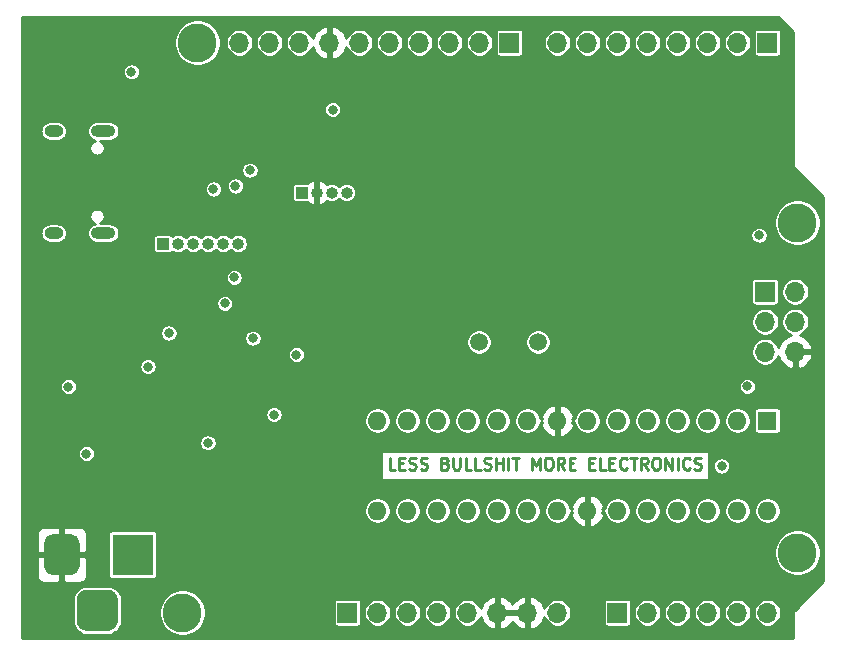
<source format=gbr>
G04 #@! TF.GenerationSoftware,KiCad,Pcbnew,(5.1.9)-1*
G04 #@! TF.CreationDate,2021-03-23T22:38:23+04:00*
G04 #@! TF.ProjectId,stormduino Rev2,73746f72-6d64-4756-996e-6f2052657632,rev?*
G04 #@! TF.SameCoordinates,Original*
G04 #@! TF.FileFunction,Copper,L3,Inr*
G04 #@! TF.FilePolarity,Positive*
%FSLAX46Y46*%
G04 Gerber Fmt 4.6, Leading zero omitted, Abs format (unit mm)*
G04 Created by KiCad (PCBNEW (5.1.9)-1) date 2021-03-23 22:38:23*
%MOMM*%
%LPD*%
G01*
G04 APERTURE LIST*
G04 #@! TA.AperFunction,NonConductor*
%ADD10C,0.250000*%
G04 #@! TD*
G04 #@! TA.AperFunction,ComponentPad*
%ADD11O,1.000000X1.000000*%
G04 #@! TD*
G04 #@! TA.AperFunction,ComponentPad*
%ADD12R,1.000000X1.000000*%
G04 #@! TD*
G04 #@! TA.AperFunction,ComponentPad*
%ADD13C,1.500000*%
G04 #@! TD*
G04 #@! TA.AperFunction,ComponentPad*
%ADD14O,2.100000X1.000000*%
G04 #@! TD*
G04 #@! TA.AperFunction,ComponentPad*
%ADD15O,1.600000X1.000000*%
G04 #@! TD*
G04 #@! TA.AperFunction,ComponentPad*
%ADD16O,1.700000X1.700000*%
G04 #@! TD*
G04 #@! TA.AperFunction,ComponentPad*
%ADD17R,1.700000X1.700000*%
G04 #@! TD*
G04 #@! TA.AperFunction,ComponentPad*
%ADD18R,1.600000X1.600000*%
G04 #@! TD*
G04 #@! TA.AperFunction,ComponentPad*
%ADD19O,1.600000X1.600000*%
G04 #@! TD*
G04 #@! TA.AperFunction,ComponentPad*
%ADD20R,3.500000X3.500000*%
G04 #@! TD*
G04 #@! TA.AperFunction,ViaPad*
%ADD21C,3.300000*%
G04 #@! TD*
G04 #@! TA.AperFunction,ViaPad*
%ADD22C,0.800000*%
G04 #@! TD*
G04 #@! TA.AperFunction,Conductor*
%ADD23C,0.254000*%
G04 #@! TD*
G04 #@! TA.AperFunction,Conductor*
%ADD24C,0.100000*%
G04 #@! TD*
G04 APERTURE END LIST*
D10*
X141709523Y-84152380D02*
X141233333Y-84152380D01*
X141233333Y-83152380D01*
X142042857Y-83628571D02*
X142376190Y-83628571D01*
X142519047Y-84152380D02*
X142042857Y-84152380D01*
X142042857Y-83152380D01*
X142519047Y-83152380D01*
X142900000Y-84104761D02*
X143042857Y-84152380D01*
X143280952Y-84152380D01*
X143376190Y-84104761D01*
X143423809Y-84057142D01*
X143471428Y-83961904D01*
X143471428Y-83866666D01*
X143423809Y-83771428D01*
X143376190Y-83723809D01*
X143280952Y-83676190D01*
X143090476Y-83628571D01*
X142995238Y-83580952D01*
X142947619Y-83533333D01*
X142900000Y-83438095D01*
X142900000Y-83342857D01*
X142947619Y-83247619D01*
X142995238Y-83200000D01*
X143090476Y-83152380D01*
X143328571Y-83152380D01*
X143471428Y-83200000D01*
X143852380Y-84104761D02*
X143995238Y-84152380D01*
X144233333Y-84152380D01*
X144328571Y-84104761D01*
X144376190Y-84057142D01*
X144423809Y-83961904D01*
X144423809Y-83866666D01*
X144376190Y-83771428D01*
X144328571Y-83723809D01*
X144233333Y-83676190D01*
X144042857Y-83628571D01*
X143947619Y-83580952D01*
X143900000Y-83533333D01*
X143852380Y-83438095D01*
X143852380Y-83342857D01*
X143900000Y-83247619D01*
X143947619Y-83200000D01*
X144042857Y-83152380D01*
X144280952Y-83152380D01*
X144423809Y-83200000D01*
X145947619Y-83628571D02*
X146090476Y-83676190D01*
X146138095Y-83723809D01*
X146185714Y-83819047D01*
X146185714Y-83961904D01*
X146138095Y-84057142D01*
X146090476Y-84104761D01*
X145995238Y-84152380D01*
X145614285Y-84152380D01*
X145614285Y-83152380D01*
X145947619Y-83152380D01*
X146042857Y-83200000D01*
X146090476Y-83247619D01*
X146138095Y-83342857D01*
X146138095Y-83438095D01*
X146090476Y-83533333D01*
X146042857Y-83580952D01*
X145947619Y-83628571D01*
X145614285Y-83628571D01*
X146614285Y-83152380D02*
X146614285Y-83961904D01*
X146661904Y-84057142D01*
X146709523Y-84104761D01*
X146804761Y-84152380D01*
X146995238Y-84152380D01*
X147090476Y-84104761D01*
X147138095Y-84057142D01*
X147185714Y-83961904D01*
X147185714Y-83152380D01*
X148138095Y-84152380D02*
X147661904Y-84152380D01*
X147661904Y-83152380D01*
X148947619Y-84152380D02*
X148471428Y-84152380D01*
X148471428Y-83152380D01*
X149233333Y-84104761D02*
X149376190Y-84152380D01*
X149614285Y-84152380D01*
X149709523Y-84104761D01*
X149757142Y-84057142D01*
X149804761Y-83961904D01*
X149804761Y-83866666D01*
X149757142Y-83771428D01*
X149709523Y-83723809D01*
X149614285Y-83676190D01*
X149423809Y-83628571D01*
X149328571Y-83580952D01*
X149280952Y-83533333D01*
X149233333Y-83438095D01*
X149233333Y-83342857D01*
X149280952Y-83247619D01*
X149328571Y-83200000D01*
X149423809Y-83152380D01*
X149661904Y-83152380D01*
X149804761Y-83200000D01*
X150233333Y-84152380D02*
X150233333Y-83152380D01*
X150233333Y-83628571D02*
X150804761Y-83628571D01*
X150804761Y-84152380D02*
X150804761Y-83152380D01*
X151280952Y-84152380D02*
X151280952Y-83152380D01*
X151614285Y-83152380D02*
X152185714Y-83152380D01*
X151900000Y-84152380D02*
X151900000Y-83152380D01*
X153280952Y-84152380D02*
X153280952Y-83152380D01*
X153614285Y-83866666D01*
X153947619Y-83152380D01*
X153947619Y-84152380D01*
X154614285Y-83152380D02*
X154804761Y-83152380D01*
X154900000Y-83200000D01*
X154995238Y-83295238D01*
X155042857Y-83485714D01*
X155042857Y-83819047D01*
X154995238Y-84009523D01*
X154900000Y-84104761D01*
X154804761Y-84152380D01*
X154614285Y-84152380D01*
X154519047Y-84104761D01*
X154423809Y-84009523D01*
X154376190Y-83819047D01*
X154376190Y-83485714D01*
X154423809Y-83295238D01*
X154519047Y-83200000D01*
X154614285Y-83152380D01*
X156042857Y-84152380D02*
X155709523Y-83676190D01*
X155471428Y-84152380D02*
X155471428Y-83152380D01*
X155852380Y-83152380D01*
X155947619Y-83200000D01*
X155995238Y-83247619D01*
X156042857Y-83342857D01*
X156042857Y-83485714D01*
X155995238Y-83580952D01*
X155947619Y-83628571D01*
X155852380Y-83676190D01*
X155471428Y-83676190D01*
X156471428Y-83628571D02*
X156804761Y-83628571D01*
X156947619Y-84152380D02*
X156471428Y-84152380D01*
X156471428Y-83152380D01*
X156947619Y-83152380D01*
X158138095Y-83628571D02*
X158471428Y-83628571D01*
X158614285Y-84152380D02*
X158138095Y-84152380D01*
X158138095Y-83152380D01*
X158614285Y-83152380D01*
X159519047Y-84152380D02*
X159042857Y-84152380D01*
X159042857Y-83152380D01*
X159852380Y-83628571D02*
X160185714Y-83628571D01*
X160328571Y-84152380D02*
X159852380Y-84152380D01*
X159852380Y-83152380D01*
X160328571Y-83152380D01*
X161328571Y-84057142D02*
X161280952Y-84104761D01*
X161138095Y-84152380D01*
X161042857Y-84152380D01*
X160900000Y-84104761D01*
X160804761Y-84009523D01*
X160757142Y-83914285D01*
X160709523Y-83723809D01*
X160709523Y-83580952D01*
X160757142Y-83390476D01*
X160804761Y-83295238D01*
X160900000Y-83200000D01*
X161042857Y-83152380D01*
X161138095Y-83152380D01*
X161280952Y-83200000D01*
X161328571Y-83247619D01*
X161614285Y-83152380D02*
X162185714Y-83152380D01*
X161900000Y-84152380D02*
X161900000Y-83152380D01*
X163090476Y-84152380D02*
X162757142Y-83676190D01*
X162519047Y-84152380D02*
X162519047Y-83152380D01*
X162900000Y-83152380D01*
X162995238Y-83200000D01*
X163042857Y-83247619D01*
X163090476Y-83342857D01*
X163090476Y-83485714D01*
X163042857Y-83580952D01*
X162995238Y-83628571D01*
X162900000Y-83676190D01*
X162519047Y-83676190D01*
X163709523Y-83152380D02*
X163900000Y-83152380D01*
X163995238Y-83200000D01*
X164090476Y-83295238D01*
X164138095Y-83485714D01*
X164138095Y-83819047D01*
X164090476Y-84009523D01*
X163995238Y-84104761D01*
X163900000Y-84152380D01*
X163709523Y-84152380D01*
X163614285Y-84104761D01*
X163519047Y-84009523D01*
X163471428Y-83819047D01*
X163471428Y-83485714D01*
X163519047Y-83295238D01*
X163614285Y-83200000D01*
X163709523Y-83152380D01*
X164566666Y-84152380D02*
X164566666Y-83152380D01*
X165138095Y-84152380D01*
X165138095Y-83152380D01*
X165614285Y-84152380D02*
X165614285Y-83152380D01*
X166661904Y-84057142D02*
X166614285Y-84104761D01*
X166471428Y-84152380D01*
X166376190Y-84152380D01*
X166233333Y-84104761D01*
X166138095Y-84009523D01*
X166090476Y-83914285D01*
X166042857Y-83723809D01*
X166042857Y-83580952D01*
X166090476Y-83390476D01*
X166138095Y-83295238D01*
X166233333Y-83200000D01*
X166376190Y-83152380D01*
X166471428Y-83152380D01*
X166614285Y-83200000D01*
X166661904Y-83247619D01*
X167042857Y-84104761D02*
X167185714Y-84152380D01*
X167423809Y-84152380D01*
X167519047Y-84104761D01*
X167566666Y-84057142D01*
X167614285Y-83961904D01*
X167614285Y-83866666D01*
X167566666Y-83771428D01*
X167519047Y-83723809D01*
X167423809Y-83676190D01*
X167233333Y-83628571D01*
X167138095Y-83580952D01*
X167090476Y-83533333D01*
X167042857Y-83438095D01*
X167042857Y-83342857D01*
X167090476Y-83247619D01*
X167138095Y-83200000D01*
X167233333Y-83152380D01*
X167471428Y-83152380D01*
X167614285Y-83200000D01*
D11*
X128402080Y-65026540D03*
X127132080Y-65026540D03*
X125862080Y-65026540D03*
X124592080Y-65026540D03*
X123322080Y-65026540D03*
D12*
X122052080Y-65026540D03*
D11*
X137604500Y-60706000D03*
X136334500Y-60706000D03*
X135064500Y-60706000D03*
D12*
X133794500Y-60706000D03*
D13*
X153797000Y-73342500D03*
X148797000Y-73342500D03*
D14*
X116985500Y-64137000D03*
X116985500Y-55497000D03*
D15*
X112805500Y-55497000D03*
X112805500Y-64137000D03*
D16*
X175577500Y-74168000D03*
X173037500Y-74168000D03*
X175577500Y-71628000D03*
X173037500Y-71628000D03*
X175577500Y-69088000D03*
D17*
X173037500Y-69088000D03*
D18*
X173228000Y-80010000D03*
D19*
X140208000Y-87630000D03*
X170688000Y-80010000D03*
X142748000Y-87630000D03*
X168148000Y-80010000D03*
X145288000Y-87630000D03*
X165608000Y-80010000D03*
X147828000Y-87630000D03*
X163068000Y-80010000D03*
X150368000Y-87630000D03*
X160528000Y-80010000D03*
X152908000Y-87630000D03*
X157988000Y-80010000D03*
X155448000Y-87630000D03*
X155448000Y-80010000D03*
X157988000Y-87630000D03*
X152908000Y-80010000D03*
X160528000Y-87630000D03*
X150368000Y-80010000D03*
X163068000Y-87630000D03*
X147828000Y-80010000D03*
X165608000Y-87630000D03*
X145288000Y-80010000D03*
X168148000Y-87630000D03*
X142748000Y-80010000D03*
X170688000Y-87630000D03*
X140208000Y-80010000D03*
X173228000Y-87630000D03*
G04 #@! TA.AperFunction,ComponentPad*
G36*
G01*
X114731600Y-96938800D02*
X114731600Y-95188800D01*
G75*
G02*
X115606600Y-94313800I875000J0D01*
G01*
X117356600Y-94313800D01*
G75*
G02*
X118231600Y-95188800I0J-875000D01*
G01*
X118231600Y-96938800D01*
G75*
G02*
X117356600Y-97813800I-875000J0D01*
G01*
X115606600Y-97813800D01*
G75*
G02*
X114731600Y-96938800I0J875000D01*
G01*
G37*
G04 #@! TD.AperFunction*
G04 #@! TA.AperFunction,ComponentPad*
G36*
G01*
X111981600Y-92363800D02*
X111981600Y-90363800D01*
G75*
G02*
X112731600Y-89613800I750000J0D01*
G01*
X114231600Y-89613800D01*
G75*
G02*
X114981600Y-90363800I0J-750000D01*
G01*
X114981600Y-92363800D01*
G75*
G02*
X114231600Y-93113800I-750000J0D01*
G01*
X112731600Y-93113800D01*
G75*
G02*
X111981600Y-92363800I0J750000D01*
G01*
G37*
G04 #@! TD.AperFunction*
D20*
X119481600Y-91363800D03*
D17*
X137668000Y-96266000D03*
D16*
X140208000Y-96266000D03*
X142748000Y-96266000D03*
X145288000Y-96266000D03*
X147828000Y-96266000D03*
X150368000Y-96266000D03*
X152908000Y-96266000D03*
X155448000Y-96266000D03*
X128524000Y-48006000D03*
X131064000Y-48006000D03*
X133604000Y-48006000D03*
X136144000Y-48006000D03*
X138684000Y-48006000D03*
X141224000Y-48006000D03*
X143764000Y-48006000D03*
X146304000Y-48006000D03*
X148844000Y-48006000D03*
D17*
X151384000Y-48006000D03*
D16*
X155448000Y-48006000D03*
X157988000Y-48006000D03*
X160528000Y-48006000D03*
X163068000Y-48006000D03*
X165608000Y-48006000D03*
X168148000Y-48006000D03*
X170688000Y-48006000D03*
D17*
X173228000Y-48006000D03*
D16*
X173228000Y-96266000D03*
X170688000Y-96266000D03*
X168148000Y-96266000D03*
X165608000Y-96266000D03*
X163068000Y-96266000D03*
D17*
X160528000Y-96266000D03*
D21*
X175768000Y-91186000D03*
X175768000Y-63246000D03*
X124968000Y-48006000D03*
X123698000Y-96266000D03*
D22*
X133350000Y-74422000D03*
X115570000Y-82804000D03*
X122555000Y-72593200D03*
X114046000Y-77139800D03*
X125857001Y-81889601D03*
X127280510Y-70073057D03*
X131445000Y-79502000D03*
X120200000Y-61000000D03*
X120200000Y-56500000D03*
X139700000Y-77900000D03*
X113700000Y-72800000D03*
X133900000Y-69900000D03*
X135100000Y-63300000D03*
X125300000Y-52900000D03*
X152000000Y-67300000D03*
X115600000Y-85100000D03*
X124200000Y-83600000D03*
X120700000Y-69200000D03*
X128270000Y-80924400D03*
X132181600Y-83616800D03*
X115166000Y-47534000D03*
X120500000Y-79400000D03*
X129667000Y-73025000D03*
X120777000Y-75438000D03*
X129410000Y-58801328D03*
X172516800Y-64312800D03*
X119380000Y-50482500D03*
X128079500Y-67881500D03*
X136417050Y-53676550D03*
X169341802Y-83845400D03*
X171526200Y-77114400D03*
X126309120Y-60398660D03*
X128177586Y-60139980D03*
D23*
X175416001Y-47135804D02*
X175416000Y-58402711D01*
X175414297Y-58420000D01*
X175416000Y-58437289D01*
X175416000Y-58437291D01*
X175421093Y-58489003D01*
X175441221Y-58555355D01*
X175441222Y-58555356D01*
X175473907Y-58616507D01*
X175496145Y-58643603D01*
X175517894Y-58670105D01*
X175531329Y-58681131D01*
X177956001Y-61105804D01*
X177956000Y-93580197D01*
X175531328Y-96004870D01*
X175517895Y-96015894D01*
X175506872Y-96029326D01*
X175473907Y-96069493D01*
X175441222Y-96130644D01*
X175421094Y-96196997D01*
X175414297Y-96266000D01*
X175416001Y-96283299D01*
X175416000Y-98454000D01*
X110080000Y-98454000D01*
X110080000Y-95188800D01*
X114403018Y-95188800D01*
X114403018Y-96938800D01*
X114426144Y-97173607D01*
X114494635Y-97399391D01*
X114605858Y-97607474D01*
X114755539Y-97789861D01*
X114937926Y-97939542D01*
X115146009Y-98050765D01*
X115371793Y-98119256D01*
X115606600Y-98142382D01*
X117356600Y-98142382D01*
X117591407Y-98119256D01*
X117817191Y-98050765D01*
X118025274Y-97939542D01*
X118207661Y-97789861D01*
X118357342Y-97607474D01*
X118468565Y-97399391D01*
X118537056Y-97173607D01*
X118560182Y-96938800D01*
X118560182Y-96071282D01*
X121721000Y-96071282D01*
X121721000Y-96460718D01*
X121796975Y-96842670D01*
X121946005Y-97202461D01*
X122162364Y-97526264D01*
X122437736Y-97801636D01*
X122761539Y-98017995D01*
X123121330Y-98167025D01*
X123503282Y-98243000D01*
X123892718Y-98243000D01*
X124274670Y-98167025D01*
X124634461Y-98017995D01*
X124958264Y-97801636D01*
X125233636Y-97526264D01*
X125449995Y-97202461D01*
X125599025Y-96842670D01*
X125675000Y-96460718D01*
X125675000Y-96071282D01*
X125599025Y-95689330D01*
X125485809Y-95416000D01*
X136489418Y-95416000D01*
X136489418Y-97116000D01*
X136495732Y-97180103D01*
X136514430Y-97241743D01*
X136544794Y-97298550D01*
X136585657Y-97348343D01*
X136635450Y-97389206D01*
X136692257Y-97419570D01*
X136753897Y-97438268D01*
X136818000Y-97444582D01*
X138518000Y-97444582D01*
X138582103Y-97438268D01*
X138643743Y-97419570D01*
X138700550Y-97389206D01*
X138750343Y-97348343D01*
X138791206Y-97298550D01*
X138821570Y-97241743D01*
X138840268Y-97180103D01*
X138846582Y-97116000D01*
X138846582Y-96150076D01*
X139031000Y-96150076D01*
X139031000Y-96381924D01*
X139076231Y-96609318D01*
X139164956Y-96823519D01*
X139293764Y-97016294D01*
X139457706Y-97180236D01*
X139650481Y-97309044D01*
X139864682Y-97397769D01*
X140092076Y-97443000D01*
X140323924Y-97443000D01*
X140551318Y-97397769D01*
X140765519Y-97309044D01*
X140958294Y-97180236D01*
X141122236Y-97016294D01*
X141251044Y-96823519D01*
X141339769Y-96609318D01*
X141385000Y-96381924D01*
X141385000Y-96150076D01*
X141571000Y-96150076D01*
X141571000Y-96381924D01*
X141616231Y-96609318D01*
X141704956Y-96823519D01*
X141833764Y-97016294D01*
X141997706Y-97180236D01*
X142190481Y-97309044D01*
X142404682Y-97397769D01*
X142632076Y-97443000D01*
X142863924Y-97443000D01*
X143091318Y-97397769D01*
X143305519Y-97309044D01*
X143498294Y-97180236D01*
X143662236Y-97016294D01*
X143791044Y-96823519D01*
X143879769Y-96609318D01*
X143925000Y-96381924D01*
X143925000Y-96150076D01*
X144111000Y-96150076D01*
X144111000Y-96381924D01*
X144156231Y-96609318D01*
X144244956Y-96823519D01*
X144373764Y-97016294D01*
X144537706Y-97180236D01*
X144730481Y-97309044D01*
X144944682Y-97397769D01*
X145172076Y-97443000D01*
X145403924Y-97443000D01*
X145631318Y-97397769D01*
X145845519Y-97309044D01*
X146038294Y-97180236D01*
X146202236Y-97016294D01*
X146331044Y-96823519D01*
X146419769Y-96609318D01*
X146465000Y-96381924D01*
X146465000Y-96150076D01*
X146651000Y-96150076D01*
X146651000Y-96381924D01*
X146696231Y-96609318D01*
X146784956Y-96823519D01*
X146913764Y-97016294D01*
X147077706Y-97180236D01*
X147270481Y-97309044D01*
X147484682Y-97397769D01*
X147712076Y-97443000D01*
X147943924Y-97443000D01*
X148171318Y-97397769D01*
X148385519Y-97309044D01*
X148578294Y-97180236D01*
X148742236Y-97016294D01*
X148871044Y-96823519D01*
X148939264Y-96658821D01*
X149023843Y-96897252D01*
X149172822Y-97147355D01*
X149367731Y-97363588D01*
X149601080Y-97537641D01*
X149863901Y-97662825D01*
X150011110Y-97707476D01*
X150241000Y-97586155D01*
X150241000Y-96393000D01*
X150495000Y-96393000D01*
X150495000Y-97586155D01*
X150724890Y-97707476D01*
X150872099Y-97662825D01*
X151134920Y-97537641D01*
X151368269Y-97363588D01*
X151563178Y-97147355D01*
X151638000Y-97021745D01*
X151712822Y-97147355D01*
X151907731Y-97363588D01*
X152141080Y-97537641D01*
X152403901Y-97662825D01*
X152551110Y-97707476D01*
X152781000Y-97586155D01*
X152781000Y-96393000D01*
X150495000Y-96393000D01*
X150241000Y-96393000D01*
X150221000Y-96393000D01*
X150221000Y-96139000D01*
X150241000Y-96139000D01*
X150241000Y-94945845D01*
X150495000Y-94945845D01*
X150495000Y-96139000D01*
X152781000Y-96139000D01*
X152781000Y-94945845D01*
X153035000Y-94945845D01*
X153035000Y-96139000D01*
X153055000Y-96139000D01*
X153055000Y-96393000D01*
X153035000Y-96393000D01*
X153035000Y-97586155D01*
X153264890Y-97707476D01*
X153412099Y-97662825D01*
X153674920Y-97537641D01*
X153908269Y-97363588D01*
X154103178Y-97147355D01*
X154252157Y-96897252D01*
X154336736Y-96658821D01*
X154404956Y-96823519D01*
X154533764Y-97016294D01*
X154697706Y-97180236D01*
X154890481Y-97309044D01*
X155104682Y-97397769D01*
X155332076Y-97443000D01*
X155563924Y-97443000D01*
X155791318Y-97397769D01*
X156005519Y-97309044D01*
X156198294Y-97180236D01*
X156362236Y-97016294D01*
X156491044Y-96823519D01*
X156579769Y-96609318D01*
X156625000Y-96381924D01*
X156625000Y-96150076D01*
X156579769Y-95922682D01*
X156491044Y-95708481D01*
X156362236Y-95515706D01*
X156262530Y-95416000D01*
X159349418Y-95416000D01*
X159349418Y-97116000D01*
X159355732Y-97180103D01*
X159374430Y-97241743D01*
X159404794Y-97298550D01*
X159445657Y-97348343D01*
X159495450Y-97389206D01*
X159552257Y-97419570D01*
X159613897Y-97438268D01*
X159678000Y-97444582D01*
X161378000Y-97444582D01*
X161442103Y-97438268D01*
X161503743Y-97419570D01*
X161560550Y-97389206D01*
X161610343Y-97348343D01*
X161651206Y-97298550D01*
X161681570Y-97241743D01*
X161700268Y-97180103D01*
X161706582Y-97116000D01*
X161706582Y-96150076D01*
X161891000Y-96150076D01*
X161891000Y-96381924D01*
X161936231Y-96609318D01*
X162024956Y-96823519D01*
X162153764Y-97016294D01*
X162317706Y-97180236D01*
X162510481Y-97309044D01*
X162724682Y-97397769D01*
X162952076Y-97443000D01*
X163183924Y-97443000D01*
X163411318Y-97397769D01*
X163625519Y-97309044D01*
X163818294Y-97180236D01*
X163982236Y-97016294D01*
X164111044Y-96823519D01*
X164199769Y-96609318D01*
X164245000Y-96381924D01*
X164245000Y-96150076D01*
X164431000Y-96150076D01*
X164431000Y-96381924D01*
X164476231Y-96609318D01*
X164564956Y-96823519D01*
X164693764Y-97016294D01*
X164857706Y-97180236D01*
X165050481Y-97309044D01*
X165264682Y-97397769D01*
X165492076Y-97443000D01*
X165723924Y-97443000D01*
X165951318Y-97397769D01*
X166165519Y-97309044D01*
X166358294Y-97180236D01*
X166522236Y-97016294D01*
X166651044Y-96823519D01*
X166739769Y-96609318D01*
X166785000Y-96381924D01*
X166785000Y-96150076D01*
X166971000Y-96150076D01*
X166971000Y-96381924D01*
X167016231Y-96609318D01*
X167104956Y-96823519D01*
X167233764Y-97016294D01*
X167397706Y-97180236D01*
X167590481Y-97309044D01*
X167804682Y-97397769D01*
X168032076Y-97443000D01*
X168263924Y-97443000D01*
X168491318Y-97397769D01*
X168705519Y-97309044D01*
X168898294Y-97180236D01*
X169062236Y-97016294D01*
X169191044Y-96823519D01*
X169279769Y-96609318D01*
X169325000Y-96381924D01*
X169325000Y-96150076D01*
X169511000Y-96150076D01*
X169511000Y-96381924D01*
X169556231Y-96609318D01*
X169644956Y-96823519D01*
X169773764Y-97016294D01*
X169937706Y-97180236D01*
X170130481Y-97309044D01*
X170344682Y-97397769D01*
X170572076Y-97443000D01*
X170803924Y-97443000D01*
X171031318Y-97397769D01*
X171245519Y-97309044D01*
X171438294Y-97180236D01*
X171602236Y-97016294D01*
X171731044Y-96823519D01*
X171819769Y-96609318D01*
X171865000Y-96381924D01*
X171865000Y-96150076D01*
X172051000Y-96150076D01*
X172051000Y-96381924D01*
X172096231Y-96609318D01*
X172184956Y-96823519D01*
X172313764Y-97016294D01*
X172477706Y-97180236D01*
X172670481Y-97309044D01*
X172884682Y-97397769D01*
X173112076Y-97443000D01*
X173343924Y-97443000D01*
X173571318Y-97397769D01*
X173785519Y-97309044D01*
X173978294Y-97180236D01*
X174142236Y-97016294D01*
X174271044Y-96823519D01*
X174359769Y-96609318D01*
X174405000Y-96381924D01*
X174405000Y-96150076D01*
X174359769Y-95922682D01*
X174271044Y-95708481D01*
X174142236Y-95515706D01*
X173978294Y-95351764D01*
X173785519Y-95222956D01*
X173571318Y-95134231D01*
X173343924Y-95089000D01*
X173112076Y-95089000D01*
X172884682Y-95134231D01*
X172670481Y-95222956D01*
X172477706Y-95351764D01*
X172313764Y-95515706D01*
X172184956Y-95708481D01*
X172096231Y-95922682D01*
X172051000Y-96150076D01*
X171865000Y-96150076D01*
X171819769Y-95922682D01*
X171731044Y-95708481D01*
X171602236Y-95515706D01*
X171438294Y-95351764D01*
X171245519Y-95222956D01*
X171031318Y-95134231D01*
X170803924Y-95089000D01*
X170572076Y-95089000D01*
X170344682Y-95134231D01*
X170130481Y-95222956D01*
X169937706Y-95351764D01*
X169773764Y-95515706D01*
X169644956Y-95708481D01*
X169556231Y-95922682D01*
X169511000Y-96150076D01*
X169325000Y-96150076D01*
X169279769Y-95922682D01*
X169191044Y-95708481D01*
X169062236Y-95515706D01*
X168898294Y-95351764D01*
X168705519Y-95222956D01*
X168491318Y-95134231D01*
X168263924Y-95089000D01*
X168032076Y-95089000D01*
X167804682Y-95134231D01*
X167590481Y-95222956D01*
X167397706Y-95351764D01*
X167233764Y-95515706D01*
X167104956Y-95708481D01*
X167016231Y-95922682D01*
X166971000Y-96150076D01*
X166785000Y-96150076D01*
X166739769Y-95922682D01*
X166651044Y-95708481D01*
X166522236Y-95515706D01*
X166358294Y-95351764D01*
X166165519Y-95222956D01*
X165951318Y-95134231D01*
X165723924Y-95089000D01*
X165492076Y-95089000D01*
X165264682Y-95134231D01*
X165050481Y-95222956D01*
X164857706Y-95351764D01*
X164693764Y-95515706D01*
X164564956Y-95708481D01*
X164476231Y-95922682D01*
X164431000Y-96150076D01*
X164245000Y-96150076D01*
X164199769Y-95922682D01*
X164111044Y-95708481D01*
X163982236Y-95515706D01*
X163818294Y-95351764D01*
X163625519Y-95222956D01*
X163411318Y-95134231D01*
X163183924Y-95089000D01*
X162952076Y-95089000D01*
X162724682Y-95134231D01*
X162510481Y-95222956D01*
X162317706Y-95351764D01*
X162153764Y-95515706D01*
X162024956Y-95708481D01*
X161936231Y-95922682D01*
X161891000Y-96150076D01*
X161706582Y-96150076D01*
X161706582Y-95416000D01*
X161700268Y-95351897D01*
X161681570Y-95290257D01*
X161651206Y-95233450D01*
X161610343Y-95183657D01*
X161560550Y-95142794D01*
X161503743Y-95112430D01*
X161442103Y-95093732D01*
X161378000Y-95087418D01*
X159678000Y-95087418D01*
X159613897Y-95093732D01*
X159552257Y-95112430D01*
X159495450Y-95142794D01*
X159445657Y-95183657D01*
X159404794Y-95233450D01*
X159374430Y-95290257D01*
X159355732Y-95351897D01*
X159349418Y-95416000D01*
X156262530Y-95416000D01*
X156198294Y-95351764D01*
X156005519Y-95222956D01*
X155791318Y-95134231D01*
X155563924Y-95089000D01*
X155332076Y-95089000D01*
X155104682Y-95134231D01*
X154890481Y-95222956D01*
X154697706Y-95351764D01*
X154533764Y-95515706D01*
X154404956Y-95708481D01*
X154336736Y-95873179D01*
X154252157Y-95634748D01*
X154103178Y-95384645D01*
X153908269Y-95168412D01*
X153674920Y-94994359D01*
X153412099Y-94869175D01*
X153264890Y-94824524D01*
X153035000Y-94945845D01*
X152781000Y-94945845D01*
X152551110Y-94824524D01*
X152403901Y-94869175D01*
X152141080Y-94994359D01*
X151907731Y-95168412D01*
X151712822Y-95384645D01*
X151638000Y-95510255D01*
X151563178Y-95384645D01*
X151368269Y-95168412D01*
X151134920Y-94994359D01*
X150872099Y-94869175D01*
X150724890Y-94824524D01*
X150495000Y-94945845D01*
X150241000Y-94945845D01*
X150011110Y-94824524D01*
X149863901Y-94869175D01*
X149601080Y-94994359D01*
X149367731Y-95168412D01*
X149172822Y-95384645D01*
X149023843Y-95634748D01*
X148939264Y-95873179D01*
X148871044Y-95708481D01*
X148742236Y-95515706D01*
X148578294Y-95351764D01*
X148385519Y-95222956D01*
X148171318Y-95134231D01*
X147943924Y-95089000D01*
X147712076Y-95089000D01*
X147484682Y-95134231D01*
X147270481Y-95222956D01*
X147077706Y-95351764D01*
X146913764Y-95515706D01*
X146784956Y-95708481D01*
X146696231Y-95922682D01*
X146651000Y-96150076D01*
X146465000Y-96150076D01*
X146419769Y-95922682D01*
X146331044Y-95708481D01*
X146202236Y-95515706D01*
X146038294Y-95351764D01*
X145845519Y-95222956D01*
X145631318Y-95134231D01*
X145403924Y-95089000D01*
X145172076Y-95089000D01*
X144944682Y-95134231D01*
X144730481Y-95222956D01*
X144537706Y-95351764D01*
X144373764Y-95515706D01*
X144244956Y-95708481D01*
X144156231Y-95922682D01*
X144111000Y-96150076D01*
X143925000Y-96150076D01*
X143879769Y-95922682D01*
X143791044Y-95708481D01*
X143662236Y-95515706D01*
X143498294Y-95351764D01*
X143305519Y-95222956D01*
X143091318Y-95134231D01*
X142863924Y-95089000D01*
X142632076Y-95089000D01*
X142404682Y-95134231D01*
X142190481Y-95222956D01*
X141997706Y-95351764D01*
X141833764Y-95515706D01*
X141704956Y-95708481D01*
X141616231Y-95922682D01*
X141571000Y-96150076D01*
X141385000Y-96150076D01*
X141339769Y-95922682D01*
X141251044Y-95708481D01*
X141122236Y-95515706D01*
X140958294Y-95351764D01*
X140765519Y-95222956D01*
X140551318Y-95134231D01*
X140323924Y-95089000D01*
X140092076Y-95089000D01*
X139864682Y-95134231D01*
X139650481Y-95222956D01*
X139457706Y-95351764D01*
X139293764Y-95515706D01*
X139164956Y-95708481D01*
X139076231Y-95922682D01*
X139031000Y-96150076D01*
X138846582Y-96150076D01*
X138846582Y-95416000D01*
X138840268Y-95351897D01*
X138821570Y-95290257D01*
X138791206Y-95233450D01*
X138750343Y-95183657D01*
X138700550Y-95142794D01*
X138643743Y-95112430D01*
X138582103Y-95093732D01*
X138518000Y-95087418D01*
X136818000Y-95087418D01*
X136753897Y-95093732D01*
X136692257Y-95112430D01*
X136635450Y-95142794D01*
X136585657Y-95183657D01*
X136544794Y-95233450D01*
X136514430Y-95290257D01*
X136495732Y-95351897D01*
X136489418Y-95416000D01*
X125485809Y-95416000D01*
X125449995Y-95329539D01*
X125233636Y-95005736D01*
X124958264Y-94730364D01*
X124634461Y-94514005D01*
X124274670Y-94364975D01*
X123892718Y-94289000D01*
X123503282Y-94289000D01*
X123121330Y-94364975D01*
X122761539Y-94514005D01*
X122437736Y-94730364D01*
X122162364Y-95005736D01*
X121946005Y-95329539D01*
X121796975Y-95689330D01*
X121721000Y-96071282D01*
X118560182Y-96071282D01*
X118560182Y-95188800D01*
X118537056Y-94953993D01*
X118468565Y-94728209D01*
X118357342Y-94520126D01*
X118207661Y-94337739D01*
X118025274Y-94188058D01*
X117817191Y-94076835D01*
X117591407Y-94008344D01*
X117356600Y-93985218D01*
X115606600Y-93985218D01*
X115371793Y-94008344D01*
X115146009Y-94076835D01*
X114937926Y-94188058D01*
X114755539Y-94337739D01*
X114605858Y-94520126D01*
X114494635Y-94728209D01*
X114426144Y-94953993D01*
X114403018Y-95188800D01*
X110080000Y-95188800D01*
X110080000Y-93113800D01*
X111343528Y-93113800D01*
X111355788Y-93238282D01*
X111392098Y-93357980D01*
X111451063Y-93468294D01*
X111530415Y-93564985D01*
X111627106Y-93644337D01*
X111737420Y-93703302D01*
X111857118Y-93739612D01*
X111981600Y-93751872D01*
X113195850Y-93748800D01*
X113354600Y-93590050D01*
X113354600Y-91490800D01*
X113608600Y-91490800D01*
X113608600Y-93590050D01*
X113767350Y-93748800D01*
X114981600Y-93751872D01*
X115106082Y-93739612D01*
X115225780Y-93703302D01*
X115336094Y-93644337D01*
X115432785Y-93564985D01*
X115512137Y-93468294D01*
X115571102Y-93357980D01*
X115607412Y-93238282D01*
X115619672Y-93113800D01*
X115616600Y-91649550D01*
X115457850Y-91490800D01*
X113608600Y-91490800D01*
X113354600Y-91490800D01*
X111505350Y-91490800D01*
X111346600Y-91649550D01*
X111343528Y-93113800D01*
X110080000Y-93113800D01*
X110080000Y-89613800D01*
X111343528Y-89613800D01*
X111346600Y-91078050D01*
X111505350Y-91236800D01*
X113354600Y-91236800D01*
X113354600Y-89137550D01*
X113608600Y-89137550D01*
X113608600Y-91236800D01*
X115457850Y-91236800D01*
X115616600Y-91078050D01*
X115619672Y-89613800D01*
X117403018Y-89613800D01*
X117403018Y-93113800D01*
X117409332Y-93177903D01*
X117428030Y-93239543D01*
X117458394Y-93296350D01*
X117499257Y-93346143D01*
X117549050Y-93387006D01*
X117605857Y-93417370D01*
X117667497Y-93436068D01*
X117731600Y-93442382D01*
X121231600Y-93442382D01*
X121295703Y-93436068D01*
X121357343Y-93417370D01*
X121414150Y-93387006D01*
X121463943Y-93346143D01*
X121504806Y-93296350D01*
X121535170Y-93239543D01*
X121553868Y-93177903D01*
X121560182Y-93113800D01*
X121560182Y-90991282D01*
X173791000Y-90991282D01*
X173791000Y-91380718D01*
X173866975Y-91762670D01*
X174016005Y-92122461D01*
X174232364Y-92446264D01*
X174507736Y-92721636D01*
X174831539Y-92937995D01*
X175191330Y-93087025D01*
X175573282Y-93163000D01*
X175962718Y-93163000D01*
X176344670Y-93087025D01*
X176704461Y-92937995D01*
X177028264Y-92721636D01*
X177303636Y-92446264D01*
X177519995Y-92122461D01*
X177669025Y-91762670D01*
X177745000Y-91380718D01*
X177745000Y-90991282D01*
X177669025Y-90609330D01*
X177519995Y-90249539D01*
X177303636Y-89925736D01*
X177028264Y-89650364D01*
X176704461Y-89434005D01*
X176344670Y-89284975D01*
X175962718Y-89209000D01*
X175573282Y-89209000D01*
X175191330Y-89284975D01*
X174831539Y-89434005D01*
X174507736Y-89650364D01*
X174232364Y-89925736D01*
X174016005Y-90249539D01*
X173866975Y-90609330D01*
X173791000Y-90991282D01*
X121560182Y-90991282D01*
X121560182Y-89613800D01*
X121553868Y-89549697D01*
X121535170Y-89488057D01*
X121504806Y-89431250D01*
X121463943Y-89381457D01*
X121414150Y-89340594D01*
X121357343Y-89310230D01*
X121295703Y-89291532D01*
X121231600Y-89285218D01*
X117731600Y-89285218D01*
X117667497Y-89291532D01*
X117605857Y-89310230D01*
X117549050Y-89340594D01*
X117499257Y-89381457D01*
X117458394Y-89431250D01*
X117428030Y-89488057D01*
X117409332Y-89549697D01*
X117403018Y-89613800D01*
X115619672Y-89613800D01*
X115607412Y-89489318D01*
X115571102Y-89369620D01*
X115512137Y-89259306D01*
X115432785Y-89162615D01*
X115336094Y-89083263D01*
X115225780Y-89024298D01*
X115106082Y-88987988D01*
X114981600Y-88975728D01*
X113767350Y-88978800D01*
X113608600Y-89137550D01*
X113354600Y-89137550D01*
X113195850Y-88978800D01*
X111981600Y-88975728D01*
X111857118Y-88987988D01*
X111737420Y-89024298D01*
X111627106Y-89083263D01*
X111530415Y-89162615D01*
X111451063Y-89259306D01*
X111392098Y-89369620D01*
X111355788Y-89489318D01*
X111343528Y-89613800D01*
X110080000Y-89613800D01*
X110080000Y-87519000D01*
X139081000Y-87519000D01*
X139081000Y-87741000D01*
X139124310Y-87958734D01*
X139209266Y-88163835D01*
X139332602Y-88348421D01*
X139489579Y-88505398D01*
X139674165Y-88628734D01*
X139879266Y-88713690D01*
X140097000Y-88757000D01*
X140319000Y-88757000D01*
X140536734Y-88713690D01*
X140741835Y-88628734D01*
X140926421Y-88505398D01*
X141083398Y-88348421D01*
X141206734Y-88163835D01*
X141291690Y-87958734D01*
X141335000Y-87741000D01*
X141335000Y-87519000D01*
X141621000Y-87519000D01*
X141621000Y-87741000D01*
X141664310Y-87958734D01*
X141749266Y-88163835D01*
X141872602Y-88348421D01*
X142029579Y-88505398D01*
X142214165Y-88628734D01*
X142419266Y-88713690D01*
X142637000Y-88757000D01*
X142859000Y-88757000D01*
X143076734Y-88713690D01*
X143281835Y-88628734D01*
X143466421Y-88505398D01*
X143623398Y-88348421D01*
X143746734Y-88163835D01*
X143831690Y-87958734D01*
X143875000Y-87741000D01*
X143875000Y-87519000D01*
X144161000Y-87519000D01*
X144161000Y-87741000D01*
X144204310Y-87958734D01*
X144289266Y-88163835D01*
X144412602Y-88348421D01*
X144569579Y-88505398D01*
X144754165Y-88628734D01*
X144959266Y-88713690D01*
X145177000Y-88757000D01*
X145399000Y-88757000D01*
X145616734Y-88713690D01*
X145821835Y-88628734D01*
X146006421Y-88505398D01*
X146163398Y-88348421D01*
X146286734Y-88163835D01*
X146371690Y-87958734D01*
X146415000Y-87741000D01*
X146415000Y-87519000D01*
X146701000Y-87519000D01*
X146701000Y-87741000D01*
X146744310Y-87958734D01*
X146829266Y-88163835D01*
X146952602Y-88348421D01*
X147109579Y-88505398D01*
X147294165Y-88628734D01*
X147499266Y-88713690D01*
X147717000Y-88757000D01*
X147939000Y-88757000D01*
X148156734Y-88713690D01*
X148361835Y-88628734D01*
X148546421Y-88505398D01*
X148703398Y-88348421D01*
X148826734Y-88163835D01*
X148911690Y-87958734D01*
X148955000Y-87741000D01*
X148955000Y-87519000D01*
X149241000Y-87519000D01*
X149241000Y-87741000D01*
X149284310Y-87958734D01*
X149369266Y-88163835D01*
X149492602Y-88348421D01*
X149649579Y-88505398D01*
X149834165Y-88628734D01*
X150039266Y-88713690D01*
X150257000Y-88757000D01*
X150479000Y-88757000D01*
X150696734Y-88713690D01*
X150901835Y-88628734D01*
X151086421Y-88505398D01*
X151243398Y-88348421D01*
X151366734Y-88163835D01*
X151451690Y-87958734D01*
X151495000Y-87741000D01*
X151495000Y-87519000D01*
X151781000Y-87519000D01*
X151781000Y-87741000D01*
X151824310Y-87958734D01*
X151909266Y-88163835D01*
X152032602Y-88348421D01*
X152189579Y-88505398D01*
X152374165Y-88628734D01*
X152579266Y-88713690D01*
X152797000Y-88757000D01*
X153019000Y-88757000D01*
X153236734Y-88713690D01*
X153441835Y-88628734D01*
X153626421Y-88505398D01*
X153783398Y-88348421D01*
X153906734Y-88163835D01*
X153991690Y-87958734D01*
X154035000Y-87741000D01*
X154035000Y-87519000D01*
X154321000Y-87519000D01*
X154321000Y-87741000D01*
X154364310Y-87958734D01*
X154449266Y-88163835D01*
X154572602Y-88348421D01*
X154729579Y-88505398D01*
X154914165Y-88628734D01*
X155119266Y-88713690D01*
X155337000Y-88757000D01*
X155559000Y-88757000D01*
X155776734Y-88713690D01*
X155981835Y-88628734D01*
X156166421Y-88505398D01*
X156323398Y-88348421D01*
X156446734Y-88163835D01*
X156531690Y-87958734D01*
X156571817Y-87757002D01*
X156717375Y-87757002D01*
X156596091Y-87979040D01*
X156690930Y-88243881D01*
X156835615Y-88485131D01*
X157024586Y-88693519D01*
X157250580Y-88861037D01*
X157504913Y-88981246D01*
X157638961Y-89021904D01*
X157861000Y-88899915D01*
X157861000Y-87757000D01*
X157841000Y-87757000D01*
X157841000Y-87503000D01*
X157861000Y-87503000D01*
X157861000Y-86360085D01*
X158115000Y-86360085D01*
X158115000Y-87503000D01*
X158135000Y-87503000D01*
X158135000Y-87757000D01*
X158115000Y-87757000D01*
X158115000Y-88899915D01*
X158337039Y-89021904D01*
X158471087Y-88981246D01*
X158725420Y-88861037D01*
X158951414Y-88693519D01*
X159140385Y-88485131D01*
X159285070Y-88243881D01*
X159379909Y-87979040D01*
X159258625Y-87757002D01*
X159404183Y-87757002D01*
X159444310Y-87958734D01*
X159529266Y-88163835D01*
X159652602Y-88348421D01*
X159809579Y-88505398D01*
X159994165Y-88628734D01*
X160199266Y-88713690D01*
X160417000Y-88757000D01*
X160639000Y-88757000D01*
X160856734Y-88713690D01*
X161061835Y-88628734D01*
X161246421Y-88505398D01*
X161403398Y-88348421D01*
X161526734Y-88163835D01*
X161611690Y-87958734D01*
X161655000Y-87741000D01*
X161655000Y-87519000D01*
X161941000Y-87519000D01*
X161941000Y-87741000D01*
X161984310Y-87958734D01*
X162069266Y-88163835D01*
X162192602Y-88348421D01*
X162349579Y-88505398D01*
X162534165Y-88628734D01*
X162739266Y-88713690D01*
X162957000Y-88757000D01*
X163179000Y-88757000D01*
X163396734Y-88713690D01*
X163601835Y-88628734D01*
X163786421Y-88505398D01*
X163943398Y-88348421D01*
X164066734Y-88163835D01*
X164151690Y-87958734D01*
X164195000Y-87741000D01*
X164195000Y-87519000D01*
X164481000Y-87519000D01*
X164481000Y-87741000D01*
X164524310Y-87958734D01*
X164609266Y-88163835D01*
X164732602Y-88348421D01*
X164889579Y-88505398D01*
X165074165Y-88628734D01*
X165279266Y-88713690D01*
X165497000Y-88757000D01*
X165719000Y-88757000D01*
X165936734Y-88713690D01*
X166141835Y-88628734D01*
X166326421Y-88505398D01*
X166483398Y-88348421D01*
X166606734Y-88163835D01*
X166691690Y-87958734D01*
X166735000Y-87741000D01*
X166735000Y-87519000D01*
X167021000Y-87519000D01*
X167021000Y-87741000D01*
X167064310Y-87958734D01*
X167149266Y-88163835D01*
X167272602Y-88348421D01*
X167429579Y-88505398D01*
X167614165Y-88628734D01*
X167819266Y-88713690D01*
X168037000Y-88757000D01*
X168259000Y-88757000D01*
X168476734Y-88713690D01*
X168681835Y-88628734D01*
X168866421Y-88505398D01*
X169023398Y-88348421D01*
X169146734Y-88163835D01*
X169231690Y-87958734D01*
X169275000Y-87741000D01*
X169275000Y-87519000D01*
X169561000Y-87519000D01*
X169561000Y-87741000D01*
X169604310Y-87958734D01*
X169689266Y-88163835D01*
X169812602Y-88348421D01*
X169969579Y-88505398D01*
X170154165Y-88628734D01*
X170359266Y-88713690D01*
X170577000Y-88757000D01*
X170799000Y-88757000D01*
X171016734Y-88713690D01*
X171221835Y-88628734D01*
X171406421Y-88505398D01*
X171563398Y-88348421D01*
X171686734Y-88163835D01*
X171771690Y-87958734D01*
X171815000Y-87741000D01*
X171815000Y-87519000D01*
X172101000Y-87519000D01*
X172101000Y-87741000D01*
X172144310Y-87958734D01*
X172229266Y-88163835D01*
X172352602Y-88348421D01*
X172509579Y-88505398D01*
X172694165Y-88628734D01*
X172899266Y-88713690D01*
X173117000Y-88757000D01*
X173339000Y-88757000D01*
X173556734Y-88713690D01*
X173761835Y-88628734D01*
X173946421Y-88505398D01*
X174103398Y-88348421D01*
X174226734Y-88163835D01*
X174311690Y-87958734D01*
X174355000Y-87741000D01*
X174355000Y-87519000D01*
X174311690Y-87301266D01*
X174226734Y-87096165D01*
X174103398Y-86911579D01*
X173946421Y-86754602D01*
X173761835Y-86631266D01*
X173556734Y-86546310D01*
X173339000Y-86503000D01*
X173117000Y-86503000D01*
X172899266Y-86546310D01*
X172694165Y-86631266D01*
X172509579Y-86754602D01*
X172352602Y-86911579D01*
X172229266Y-87096165D01*
X172144310Y-87301266D01*
X172101000Y-87519000D01*
X171815000Y-87519000D01*
X171771690Y-87301266D01*
X171686734Y-87096165D01*
X171563398Y-86911579D01*
X171406421Y-86754602D01*
X171221835Y-86631266D01*
X171016734Y-86546310D01*
X170799000Y-86503000D01*
X170577000Y-86503000D01*
X170359266Y-86546310D01*
X170154165Y-86631266D01*
X169969579Y-86754602D01*
X169812602Y-86911579D01*
X169689266Y-87096165D01*
X169604310Y-87301266D01*
X169561000Y-87519000D01*
X169275000Y-87519000D01*
X169231690Y-87301266D01*
X169146734Y-87096165D01*
X169023398Y-86911579D01*
X168866421Y-86754602D01*
X168681835Y-86631266D01*
X168476734Y-86546310D01*
X168259000Y-86503000D01*
X168037000Y-86503000D01*
X167819266Y-86546310D01*
X167614165Y-86631266D01*
X167429579Y-86754602D01*
X167272602Y-86911579D01*
X167149266Y-87096165D01*
X167064310Y-87301266D01*
X167021000Y-87519000D01*
X166735000Y-87519000D01*
X166691690Y-87301266D01*
X166606734Y-87096165D01*
X166483398Y-86911579D01*
X166326421Y-86754602D01*
X166141835Y-86631266D01*
X165936734Y-86546310D01*
X165719000Y-86503000D01*
X165497000Y-86503000D01*
X165279266Y-86546310D01*
X165074165Y-86631266D01*
X164889579Y-86754602D01*
X164732602Y-86911579D01*
X164609266Y-87096165D01*
X164524310Y-87301266D01*
X164481000Y-87519000D01*
X164195000Y-87519000D01*
X164151690Y-87301266D01*
X164066734Y-87096165D01*
X163943398Y-86911579D01*
X163786421Y-86754602D01*
X163601835Y-86631266D01*
X163396734Y-86546310D01*
X163179000Y-86503000D01*
X162957000Y-86503000D01*
X162739266Y-86546310D01*
X162534165Y-86631266D01*
X162349579Y-86754602D01*
X162192602Y-86911579D01*
X162069266Y-87096165D01*
X161984310Y-87301266D01*
X161941000Y-87519000D01*
X161655000Y-87519000D01*
X161611690Y-87301266D01*
X161526734Y-87096165D01*
X161403398Y-86911579D01*
X161246421Y-86754602D01*
X161061835Y-86631266D01*
X160856734Y-86546310D01*
X160639000Y-86503000D01*
X160417000Y-86503000D01*
X160199266Y-86546310D01*
X159994165Y-86631266D01*
X159809579Y-86754602D01*
X159652602Y-86911579D01*
X159529266Y-87096165D01*
X159444310Y-87301266D01*
X159404183Y-87502998D01*
X159258625Y-87502998D01*
X159379909Y-87280960D01*
X159285070Y-87016119D01*
X159140385Y-86774869D01*
X158951414Y-86566481D01*
X158725420Y-86398963D01*
X158471087Y-86278754D01*
X158337039Y-86238096D01*
X158115000Y-86360085D01*
X157861000Y-86360085D01*
X157638961Y-86238096D01*
X157504913Y-86278754D01*
X157250580Y-86398963D01*
X157024586Y-86566481D01*
X156835615Y-86774869D01*
X156690930Y-87016119D01*
X156596091Y-87280960D01*
X156717375Y-87502998D01*
X156571817Y-87502998D01*
X156531690Y-87301266D01*
X156446734Y-87096165D01*
X156323398Y-86911579D01*
X156166421Y-86754602D01*
X155981835Y-86631266D01*
X155776734Y-86546310D01*
X155559000Y-86503000D01*
X155337000Y-86503000D01*
X155119266Y-86546310D01*
X154914165Y-86631266D01*
X154729579Y-86754602D01*
X154572602Y-86911579D01*
X154449266Y-87096165D01*
X154364310Y-87301266D01*
X154321000Y-87519000D01*
X154035000Y-87519000D01*
X153991690Y-87301266D01*
X153906734Y-87096165D01*
X153783398Y-86911579D01*
X153626421Y-86754602D01*
X153441835Y-86631266D01*
X153236734Y-86546310D01*
X153019000Y-86503000D01*
X152797000Y-86503000D01*
X152579266Y-86546310D01*
X152374165Y-86631266D01*
X152189579Y-86754602D01*
X152032602Y-86911579D01*
X151909266Y-87096165D01*
X151824310Y-87301266D01*
X151781000Y-87519000D01*
X151495000Y-87519000D01*
X151451690Y-87301266D01*
X151366734Y-87096165D01*
X151243398Y-86911579D01*
X151086421Y-86754602D01*
X150901835Y-86631266D01*
X150696734Y-86546310D01*
X150479000Y-86503000D01*
X150257000Y-86503000D01*
X150039266Y-86546310D01*
X149834165Y-86631266D01*
X149649579Y-86754602D01*
X149492602Y-86911579D01*
X149369266Y-87096165D01*
X149284310Y-87301266D01*
X149241000Y-87519000D01*
X148955000Y-87519000D01*
X148911690Y-87301266D01*
X148826734Y-87096165D01*
X148703398Y-86911579D01*
X148546421Y-86754602D01*
X148361835Y-86631266D01*
X148156734Y-86546310D01*
X147939000Y-86503000D01*
X147717000Y-86503000D01*
X147499266Y-86546310D01*
X147294165Y-86631266D01*
X147109579Y-86754602D01*
X146952602Y-86911579D01*
X146829266Y-87096165D01*
X146744310Y-87301266D01*
X146701000Y-87519000D01*
X146415000Y-87519000D01*
X146371690Y-87301266D01*
X146286734Y-87096165D01*
X146163398Y-86911579D01*
X146006421Y-86754602D01*
X145821835Y-86631266D01*
X145616734Y-86546310D01*
X145399000Y-86503000D01*
X145177000Y-86503000D01*
X144959266Y-86546310D01*
X144754165Y-86631266D01*
X144569579Y-86754602D01*
X144412602Y-86911579D01*
X144289266Y-87096165D01*
X144204310Y-87301266D01*
X144161000Y-87519000D01*
X143875000Y-87519000D01*
X143831690Y-87301266D01*
X143746734Y-87096165D01*
X143623398Y-86911579D01*
X143466421Y-86754602D01*
X143281835Y-86631266D01*
X143076734Y-86546310D01*
X142859000Y-86503000D01*
X142637000Y-86503000D01*
X142419266Y-86546310D01*
X142214165Y-86631266D01*
X142029579Y-86754602D01*
X141872602Y-86911579D01*
X141749266Y-87096165D01*
X141664310Y-87301266D01*
X141621000Y-87519000D01*
X141335000Y-87519000D01*
X141291690Y-87301266D01*
X141206734Y-87096165D01*
X141083398Y-86911579D01*
X140926421Y-86754602D01*
X140741835Y-86631266D01*
X140536734Y-86546310D01*
X140319000Y-86503000D01*
X140097000Y-86503000D01*
X139879266Y-86546310D01*
X139674165Y-86631266D01*
X139489579Y-86754602D01*
X139332602Y-86911579D01*
X139209266Y-87096165D01*
X139124310Y-87301266D01*
X139081000Y-87519000D01*
X110080000Y-87519000D01*
X110080000Y-82732397D01*
X114843000Y-82732397D01*
X114843000Y-82875603D01*
X114870938Y-83016058D01*
X114925741Y-83148364D01*
X115005302Y-83267436D01*
X115106564Y-83368698D01*
X115225636Y-83448259D01*
X115357942Y-83503062D01*
X115498397Y-83531000D01*
X115641603Y-83531000D01*
X115782058Y-83503062D01*
X115914364Y-83448259D01*
X116033436Y-83368698D01*
X116134698Y-83267436D01*
X116214259Y-83148364D01*
X116269062Y-83016058D01*
X116297000Y-82875603D01*
X116297000Y-82732397D01*
X116269062Y-82591942D01*
X116214259Y-82459636D01*
X116134698Y-82340564D01*
X116033436Y-82239302D01*
X115914364Y-82159741D01*
X115782058Y-82104938D01*
X115641603Y-82077000D01*
X115498397Y-82077000D01*
X115357942Y-82104938D01*
X115225636Y-82159741D01*
X115106564Y-82239302D01*
X115005302Y-82340564D01*
X114925741Y-82459636D01*
X114870938Y-82591942D01*
X114843000Y-82732397D01*
X110080000Y-82732397D01*
X110080000Y-81817998D01*
X125130001Y-81817998D01*
X125130001Y-81961204D01*
X125157939Y-82101659D01*
X125212742Y-82233965D01*
X125292303Y-82353037D01*
X125393565Y-82454299D01*
X125512637Y-82533860D01*
X125644943Y-82588663D01*
X125785398Y-82616601D01*
X125928604Y-82616601D01*
X126059823Y-82590500D01*
X140543238Y-82590500D01*
X140543238Y-84994500D01*
X168256762Y-84994500D01*
X168256762Y-83773797D01*
X168614802Y-83773797D01*
X168614802Y-83917003D01*
X168642740Y-84057458D01*
X168697543Y-84189764D01*
X168777104Y-84308836D01*
X168878366Y-84410098D01*
X168997438Y-84489659D01*
X169129744Y-84544462D01*
X169270199Y-84572400D01*
X169413405Y-84572400D01*
X169553860Y-84544462D01*
X169686166Y-84489659D01*
X169805238Y-84410098D01*
X169906500Y-84308836D01*
X169986061Y-84189764D01*
X170040864Y-84057458D01*
X170068802Y-83917003D01*
X170068802Y-83773797D01*
X170040864Y-83633342D01*
X169986061Y-83501036D01*
X169906500Y-83381964D01*
X169805238Y-83280702D01*
X169686166Y-83201141D01*
X169553860Y-83146338D01*
X169413405Y-83118400D01*
X169270199Y-83118400D01*
X169129744Y-83146338D01*
X168997438Y-83201141D01*
X168878366Y-83280702D01*
X168777104Y-83381964D01*
X168697543Y-83501036D01*
X168642740Y-83633342D01*
X168614802Y-83773797D01*
X168256762Y-83773797D01*
X168256762Y-82590500D01*
X140543238Y-82590500D01*
X126059823Y-82590500D01*
X126069059Y-82588663D01*
X126201365Y-82533860D01*
X126320437Y-82454299D01*
X126421699Y-82353037D01*
X126501260Y-82233965D01*
X126556063Y-82101659D01*
X126584001Y-81961204D01*
X126584001Y-81817998D01*
X126556063Y-81677543D01*
X126501260Y-81545237D01*
X126421699Y-81426165D01*
X126320437Y-81324903D01*
X126201365Y-81245342D01*
X126069059Y-81190539D01*
X125928604Y-81162601D01*
X125785398Y-81162601D01*
X125644943Y-81190539D01*
X125512637Y-81245342D01*
X125393565Y-81324903D01*
X125292303Y-81426165D01*
X125212742Y-81545237D01*
X125157939Y-81677543D01*
X125130001Y-81817998D01*
X110080000Y-81817998D01*
X110080000Y-79430397D01*
X130718000Y-79430397D01*
X130718000Y-79573603D01*
X130745938Y-79714058D01*
X130800741Y-79846364D01*
X130880302Y-79965436D01*
X130981564Y-80066698D01*
X131100636Y-80146259D01*
X131232942Y-80201062D01*
X131373397Y-80229000D01*
X131516603Y-80229000D01*
X131657058Y-80201062D01*
X131789364Y-80146259D01*
X131908436Y-80066698D01*
X132009698Y-79965436D01*
X132054088Y-79899000D01*
X139081000Y-79899000D01*
X139081000Y-80121000D01*
X139124310Y-80338734D01*
X139209266Y-80543835D01*
X139332602Y-80728421D01*
X139489579Y-80885398D01*
X139674165Y-81008734D01*
X139879266Y-81093690D01*
X140097000Y-81137000D01*
X140319000Y-81137000D01*
X140536734Y-81093690D01*
X140741835Y-81008734D01*
X140926421Y-80885398D01*
X141083398Y-80728421D01*
X141206734Y-80543835D01*
X141291690Y-80338734D01*
X141335000Y-80121000D01*
X141335000Y-79899000D01*
X141621000Y-79899000D01*
X141621000Y-80121000D01*
X141664310Y-80338734D01*
X141749266Y-80543835D01*
X141872602Y-80728421D01*
X142029579Y-80885398D01*
X142214165Y-81008734D01*
X142419266Y-81093690D01*
X142637000Y-81137000D01*
X142859000Y-81137000D01*
X143076734Y-81093690D01*
X143281835Y-81008734D01*
X143466421Y-80885398D01*
X143623398Y-80728421D01*
X143746734Y-80543835D01*
X143831690Y-80338734D01*
X143875000Y-80121000D01*
X143875000Y-79899000D01*
X144161000Y-79899000D01*
X144161000Y-80121000D01*
X144204310Y-80338734D01*
X144289266Y-80543835D01*
X144412602Y-80728421D01*
X144569579Y-80885398D01*
X144754165Y-81008734D01*
X144959266Y-81093690D01*
X145177000Y-81137000D01*
X145399000Y-81137000D01*
X145616734Y-81093690D01*
X145821835Y-81008734D01*
X146006421Y-80885398D01*
X146163398Y-80728421D01*
X146286734Y-80543835D01*
X146371690Y-80338734D01*
X146415000Y-80121000D01*
X146415000Y-79899000D01*
X146701000Y-79899000D01*
X146701000Y-80121000D01*
X146744310Y-80338734D01*
X146829266Y-80543835D01*
X146952602Y-80728421D01*
X147109579Y-80885398D01*
X147294165Y-81008734D01*
X147499266Y-81093690D01*
X147717000Y-81137000D01*
X147939000Y-81137000D01*
X148156734Y-81093690D01*
X148361835Y-81008734D01*
X148546421Y-80885398D01*
X148703398Y-80728421D01*
X148826734Y-80543835D01*
X148911690Y-80338734D01*
X148955000Y-80121000D01*
X148955000Y-79899000D01*
X149241000Y-79899000D01*
X149241000Y-80121000D01*
X149284310Y-80338734D01*
X149369266Y-80543835D01*
X149492602Y-80728421D01*
X149649579Y-80885398D01*
X149834165Y-81008734D01*
X150039266Y-81093690D01*
X150257000Y-81137000D01*
X150479000Y-81137000D01*
X150696734Y-81093690D01*
X150901835Y-81008734D01*
X151086421Y-80885398D01*
X151243398Y-80728421D01*
X151366734Y-80543835D01*
X151451690Y-80338734D01*
X151495000Y-80121000D01*
X151495000Y-79899000D01*
X151781000Y-79899000D01*
X151781000Y-80121000D01*
X151824310Y-80338734D01*
X151909266Y-80543835D01*
X152032602Y-80728421D01*
X152189579Y-80885398D01*
X152374165Y-81008734D01*
X152579266Y-81093690D01*
X152797000Y-81137000D01*
X153019000Y-81137000D01*
X153236734Y-81093690D01*
X153441835Y-81008734D01*
X153626421Y-80885398D01*
X153783398Y-80728421D01*
X153906734Y-80543835D01*
X153991690Y-80338734D01*
X154031817Y-80137002D01*
X154177375Y-80137002D01*
X154056091Y-80359040D01*
X154150930Y-80623881D01*
X154295615Y-80865131D01*
X154484586Y-81073519D01*
X154710580Y-81241037D01*
X154964913Y-81361246D01*
X155098961Y-81401904D01*
X155321000Y-81279915D01*
X155321000Y-80137000D01*
X155301000Y-80137000D01*
X155301000Y-79883000D01*
X155321000Y-79883000D01*
X155321000Y-78740085D01*
X155575000Y-78740085D01*
X155575000Y-79883000D01*
X155595000Y-79883000D01*
X155595000Y-80137000D01*
X155575000Y-80137000D01*
X155575000Y-81279915D01*
X155797039Y-81401904D01*
X155931087Y-81361246D01*
X156185420Y-81241037D01*
X156411414Y-81073519D01*
X156600385Y-80865131D01*
X156745070Y-80623881D01*
X156839909Y-80359040D01*
X156718625Y-80137002D01*
X156864183Y-80137002D01*
X156904310Y-80338734D01*
X156989266Y-80543835D01*
X157112602Y-80728421D01*
X157269579Y-80885398D01*
X157454165Y-81008734D01*
X157659266Y-81093690D01*
X157877000Y-81137000D01*
X158099000Y-81137000D01*
X158316734Y-81093690D01*
X158521835Y-81008734D01*
X158706421Y-80885398D01*
X158863398Y-80728421D01*
X158986734Y-80543835D01*
X159071690Y-80338734D01*
X159115000Y-80121000D01*
X159115000Y-79899000D01*
X159401000Y-79899000D01*
X159401000Y-80121000D01*
X159444310Y-80338734D01*
X159529266Y-80543835D01*
X159652602Y-80728421D01*
X159809579Y-80885398D01*
X159994165Y-81008734D01*
X160199266Y-81093690D01*
X160417000Y-81137000D01*
X160639000Y-81137000D01*
X160856734Y-81093690D01*
X161061835Y-81008734D01*
X161246421Y-80885398D01*
X161403398Y-80728421D01*
X161526734Y-80543835D01*
X161611690Y-80338734D01*
X161655000Y-80121000D01*
X161655000Y-79899000D01*
X161941000Y-79899000D01*
X161941000Y-80121000D01*
X161984310Y-80338734D01*
X162069266Y-80543835D01*
X162192602Y-80728421D01*
X162349579Y-80885398D01*
X162534165Y-81008734D01*
X162739266Y-81093690D01*
X162957000Y-81137000D01*
X163179000Y-81137000D01*
X163396734Y-81093690D01*
X163601835Y-81008734D01*
X163786421Y-80885398D01*
X163943398Y-80728421D01*
X164066734Y-80543835D01*
X164151690Y-80338734D01*
X164195000Y-80121000D01*
X164195000Y-79899000D01*
X164481000Y-79899000D01*
X164481000Y-80121000D01*
X164524310Y-80338734D01*
X164609266Y-80543835D01*
X164732602Y-80728421D01*
X164889579Y-80885398D01*
X165074165Y-81008734D01*
X165279266Y-81093690D01*
X165497000Y-81137000D01*
X165719000Y-81137000D01*
X165936734Y-81093690D01*
X166141835Y-81008734D01*
X166326421Y-80885398D01*
X166483398Y-80728421D01*
X166606734Y-80543835D01*
X166691690Y-80338734D01*
X166735000Y-80121000D01*
X166735000Y-79899000D01*
X167021000Y-79899000D01*
X167021000Y-80121000D01*
X167064310Y-80338734D01*
X167149266Y-80543835D01*
X167272602Y-80728421D01*
X167429579Y-80885398D01*
X167614165Y-81008734D01*
X167819266Y-81093690D01*
X168037000Y-81137000D01*
X168259000Y-81137000D01*
X168476734Y-81093690D01*
X168681835Y-81008734D01*
X168866421Y-80885398D01*
X169023398Y-80728421D01*
X169146734Y-80543835D01*
X169231690Y-80338734D01*
X169275000Y-80121000D01*
X169275000Y-79899000D01*
X169561000Y-79899000D01*
X169561000Y-80121000D01*
X169604310Y-80338734D01*
X169689266Y-80543835D01*
X169812602Y-80728421D01*
X169969579Y-80885398D01*
X170154165Y-81008734D01*
X170359266Y-81093690D01*
X170577000Y-81137000D01*
X170799000Y-81137000D01*
X171016734Y-81093690D01*
X171221835Y-81008734D01*
X171406421Y-80885398D01*
X171563398Y-80728421D01*
X171686734Y-80543835D01*
X171771690Y-80338734D01*
X171815000Y-80121000D01*
X171815000Y-79899000D01*
X171771690Y-79681266D01*
X171686734Y-79476165D01*
X171563398Y-79291579D01*
X171481819Y-79210000D01*
X172099418Y-79210000D01*
X172099418Y-80810000D01*
X172105732Y-80874103D01*
X172124430Y-80935743D01*
X172154794Y-80992550D01*
X172195657Y-81042343D01*
X172245450Y-81083206D01*
X172302257Y-81113570D01*
X172363897Y-81132268D01*
X172428000Y-81138582D01*
X174028000Y-81138582D01*
X174092103Y-81132268D01*
X174153743Y-81113570D01*
X174210550Y-81083206D01*
X174260343Y-81042343D01*
X174301206Y-80992550D01*
X174331570Y-80935743D01*
X174350268Y-80874103D01*
X174356582Y-80810000D01*
X174356582Y-79210000D01*
X174350268Y-79145897D01*
X174331570Y-79084257D01*
X174301206Y-79027450D01*
X174260343Y-78977657D01*
X174210550Y-78936794D01*
X174153743Y-78906430D01*
X174092103Y-78887732D01*
X174028000Y-78881418D01*
X172428000Y-78881418D01*
X172363897Y-78887732D01*
X172302257Y-78906430D01*
X172245450Y-78936794D01*
X172195657Y-78977657D01*
X172154794Y-79027450D01*
X172124430Y-79084257D01*
X172105732Y-79145897D01*
X172099418Y-79210000D01*
X171481819Y-79210000D01*
X171406421Y-79134602D01*
X171221835Y-79011266D01*
X171016734Y-78926310D01*
X170799000Y-78883000D01*
X170577000Y-78883000D01*
X170359266Y-78926310D01*
X170154165Y-79011266D01*
X169969579Y-79134602D01*
X169812602Y-79291579D01*
X169689266Y-79476165D01*
X169604310Y-79681266D01*
X169561000Y-79899000D01*
X169275000Y-79899000D01*
X169231690Y-79681266D01*
X169146734Y-79476165D01*
X169023398Y-79291579D01*
X168866421Y-79134602D01*
X168681835Y-79011266D01*
X168476734Y-78926310D01*
X168259000Y-78883000D01*
X168037000Y-78883000D01*
X167819266Y-78926310D01*
X167614165Y-79011266D01*
X167429579Y-79134602D01*
X167272602Y-79291579D01*
X167149266Y-79476165D01*
X167064310Y-79681266D01*
X167021000Y-79899000D01*
X166735000Y-79899000D01*
X166691690Y-79681266D01*
X166606734Y-79476165D01*
X166483398Y-79291579D01*
X166326421Y-79134602D01*
X166141835Y-79011266D01*
X165936734Y-78926310D01*
X165719000Y-78883000D01*
X165497000Y-78883000D01*
X165279266Y-78926310D01*
X165074165Y-79011266D01*
X164889579Y-79134602D01*
X164732602Y-79291579D01*
X164609266Y-79476165D01*
X164524310Y-79681266D01*
X164481000Y-79899000D01*
X164195000Y-79899000D01*
X164151690Y-79681266D01*
X164066734Y-79476165D01*
X163943398Y-79291579D01*
X163786421Y-79134602D01*
X163601835Y-79011266D01*
X163396734Y-78926310D01*
X163179000Y-78883000D01*
X162957000Y-78883000D01*
X162739266Y-78926310D01*
X162534165Y-79011266D01*
X162349579Y-79134602D01*
X162192602Y-79291579D01*
X162069266Y-79476165D01*
X161984310Y-79681266D01*
X161941000Y-79899000D01*
X161655000Y-79899000D01*
X161611690Y-79681266D01*
X161526734Y-79476165D01*
X161403398Y-79291579D01*
X161246421Y-79134602D01*
X161061835Y-79011266D01*
X160856734Y-78926310D01*
X160639000Y-78883000D01*
X160417000Y-78883000D01*
X160199266Y-78926310D01*
X159994165Y-79011266D01*
X159809579Y-79134602D01*
X159652602Y-79291579D01*
X159529266Y-79476165D01*
X159444310Y-79681266D01*
X159401000Y-79899000D01*
X159115000Y-79899000D01*
X159071690Y-79681266D01*
X158986734Y-79476165D01*
X158863398Y-79291579D01*
X158706421Y-79134602D01*
X158521835Y-79011266D01*
X158316734Y-78926310D01*
X158099000Y-78883000D01*
X157877000Y-78883000D01*
X157659266Y-78926310D01*
X157454165Y-79011266D01*
X157269579Y-79134602D01*
X157112602Y-79291579D01*
X156989266Y-79476165D01*
X156904310Y-79681266D01*
X156864183Y-79882998D01*
X156718625Y-79882998D01*
X156839909Y-79660960D01*
X156745070Y-79396119D01*
X156600385Y-79154869D01*
X156411414Y-78946481D01*
X156185420Y-78778963D01*
X155931087Y-78658754D01*
X155797039Y-78618096D01*
X155575000Y-78740085D01*
X155321000Y-78740085D01*
X155098961Y-78618096D01*
X154964913Y-78658754D01*
X154710580Y-78778963D01*
X154484586Y-78946481D01*
X154295615Y-79154869D01*
X154150930Y-79396119D01*
X154056091Y-79660960D01*
X154177375Y-79882998D01*
X154031817Y-79882998D01*
X153991690Y-79681266D01*
X153906734Y-79476165D01*
X153783398Y-79291579D01*
X153626421Y-79134602D01*
X153441835Y-79011266D01*
X153236734Y-78926310D01*
X153019000Y-78883000D01*
X152797000Y-78883000D01*
X152579266Y-78926310D01*
X152374165Y-79011266D01*
X152189579Y-79134602D01*
X152032602Y-79291579D01*
X151909266Y-79476165D01*
X151824310Y-79681266D01*
X151781000Y-79899000D01*
X151495000Y-79899000D01*
X151451690Y-79681266D01*
X151366734Y-79476165D01*
X151243398Y-79291579D01*
X151086421Y-79134602D01*
X150901835Y-79011266D01*
X150696734Y-78926310D01*
X150479000Y-78883000D01*
X150257000Y-78883000D01*
X150039266Y-78926310D01*
X149834165Y-79011266D01*
X149649579Y-79134602D01*
X149492602Y-79291579D01*
X149369266Y-79476165D01*
X149284310Y-79681266D01*
X149241000Y-79899000D01*
X148955000Y-79899000D01*
X148911690Y-79681266D01*
X148826734Y-79476165D01*
X148703398Y-79291579D01*
X148546421Y-79134602D01*
X148361835Y-79011266D01*
X148156734Y-78926310D01*
X147939000Y-78883000D01*
X147717000Y-78883000D01*
X147499266Y-78926310D01*
X147294165Y-79011266D01*
X147109579Y-79134602D01*
X146952602Y-79291579D01*
X146829266Y-79476165D01*
X146744310Y-79681266D01*
X146701000Y-79899000D01*
X146415000Y-79899000D01*
X146371690Y-79681266D01*
X146286734Y-79476165D01*
X146163398Y-79291579D01*
X146006421Y-79134602D01*
X145821835Y-79011266D01*
X145616734Y-78926310D01*
X145399000Y-78883000D01*
X145177000Y-78883000D01*
X144959266Y-78926310D01*
X144754165Y-79011266D01*
X144569579Y-79134602D01*
X144412602Y-79291579D01*
X144289266Y-79476165D01*
X144204310Y-79681266D01*
X144161000Y-79899000D01*
X143875000Y-79899000D01*
X143831690Y-79681266D01*
X143746734Y-79476165D01*
X143623398Y-79291579D01*
X143466421Y-79134602D01*
X143281835Y-79011266D01*
X143076734Y-78926310D01*
X142859000Y-78883000D01*
X142637000Y-78883000D01*
X142419266Y-78926310D01*
X142214165Y-79011266D01*
X142029579Y-79134602D01*
X141872602Y-79291579D01*
X141749266Y-79476165D01*
X141664310Y-79681266D01*
X141621000Y-79899000D01*
X141335000Y-79899000D01*
X141291690Y-79681266D01*
X141206734Y-79476165D01*
X141083398Y-79291579D01*
X140926421Y-79134602D01*
X140741835Y-79011266D01*
X140536734Y-78926310D01*
X140319000Y-78883000D01*
X140097000Y-78883000D01*
X139879266Y-78926310D01*
X139674165Y-79011266D01*
X139489579Y-79134602D01*
X139332602Y-79291579D01*
X139209266Y-79476165D01*
X139124310Y-79681266D01*
X139081000Y-79899000D01*
X132054088Y-79899000D01*
X132089259Y-79846364D01*
X132144062Y-79714058D01*
X132172000Y-79573603D01*
X132172000Y-79430397D01*
X132144062Y-79289942D01*
X132089259Y-79157636D01*
X132009698Y-79038564D01*
X131908436Y-78937302D01*
X131789364Y-78857741D01*
X131657058Y-78802938D01*
X131516603Y-78775000D01*
X131373397Y-78775000D01*
X131232942Y-78802938D01*
X131100636Y-78857741D01*
X130981564Y-78937302D01*
X130880302Y-79038564D01*
X130800741Y-79157636D01*
X130745938Y-79289942D01*
X130718000Y-79430397D01*
X110080000Y-79430397D01*
X110080000Y-77068197D01*
X113319000Y-77068197D01*
X113319000Y-77211403D01*
X113346938Y-77351858D01*
X113401741Y-77484164D01*
X113481302Y-77603236D01*
X113582564Y-77704498D01*
X113701636Y-77784059D01*
X113833942Y-77838862D01*
X113974397Y-77866800D01*
X114117603Y-77866800D01*
X114258058Y-77838862D01*
X114390364Y-77784059D01*
X114509436Y-77704498D01*
X114610698Y-77603236D01*
X114690259Y-77484164D01*
X114745062Y-77351858D01*
X114773000Y-77211403D01*
X114773000Y-77068197D01*
X114767948Y-77042797D01*
X170799200Y-77042797D01*
X170799200Y-77186003D01*
X170827138Y-77326458D01*
X170881941Y-77458764D01*
X170961502Y-77577836D01*
X171062764Y-77679098D01*
X171181836Y-77758659D01*
X171314142Y-77813462D01*
X171454597Y-77841400D01*
X171597803Y-77841400D01*
X171738258Y-77813462D01*
X171870564Y-77758659D01*
X171989636Y-77679098D01*
X172090898Y-77577836D01*
X172170459Y-77458764D01*
X172225262Y-77326458D01*
X172253200Y-77186003D01*
X172253200Y-77042797D01*
X172225262Y-76902342D01*
X172170459Y-76770036D01*
X172090898Y-76650964D01*
X171989636Y-76549702D01*
X171870564Y-76470141D01*
X171738258Y-76415338D01*
X171597803Y-76387400D01*
X171454597Y-76387400D01*
X171314142Y-76415338D01*
X171181836Y-76470141D01*
X171062764Y-76549702D01*
X170961502Y-76650964D01*
X170881941Y-76770036D01*
X170827138Y-76902342D01*
X170799200Y-77042797D01*
X114767948Y-77042797D01*
X114745062Y-76927742D01*
X114690259Y-76795436D01*
X114610698Y-76676364D01*
X114509436Y-76575102D01*
X114390364Y-76495541D01*
X114258058Y-76440738D01*
X114117603Y-76412800D01*
X113974397Y-76412800D01*
X113833942Y-76440738D01*
X113701636Y-76495541D01*
X113582564Y-76575102D01*
X113481302Y-76676364D01*
X113401741Y-76795436D01*
X113346938Y-76927742D01*
X113319000Y-77068197D01*
X110080000Y-77068197D01*
X110080000Y-75366397D01*
X120050000Y-75366397D01*
X120050000Y-75509603D01*
X120077938Y-75650058D01*
X120132741Y-75782364D01*
X120212302Y-75901436D01*
X120313564Y-76002698D01*
X120432636Y-76082259D01*
X120564942Y-76137062D01*
X120705397Y-76165000D01*
X120848603Y-76165000D01*
X120989058Y-76137062D01*
X121121364Y-76082259D01*
X121240436Y-76002698D01*
X121341698Y-75901436D01*
X121421259Y-75782364D01*
X121476062Y-75650058D01*
X121504000Y-75509603D01*
X121504000Y-75366397D01*
X121476062Y-75225942D01*
X121421259Y-75093636D01*
X121341698Y-74974564D01*
X121240436Y-74873302D01*
X121121364Y-74793741D01*
X120989058Y-74738938D01*
X120848603Y-74711000D01*
X120705397Y-74711000D01*
X120564942Y-74738938D01*
X120432636Y-74793741D01*
X120313564Y-74873302D01*
X120212302Y-74974564D01*
X120132741Y-75093636D01*
X120077938Y-75225942D01*
X120050000Y-75366397D01*
X110080000Y-75366397D01*
X110080000Y-74350397D01*
X132623000Y-74350397D01*
X132623000Y-74493603D01*
X132650938Y-74634058D01*
X132705741Y-74766364D01*
X132785302Y-74885436D01*
X132886564Y-74986698D01*
X133005636Y-75066259D01*
X133137942Y-75121062D01*
X133278397Y-75149000D01*
X133421603Y-75149000D01*
X133562058Y-75121062D01*
X133694364Y-75066259D01*
X133813436Y-74986698D01*
X133914698Y-74885436D01*
X133994259Y-74766364D01*
X134049062Y-74634058D01*
X134077000Y-74493603D01*
X134077000Y-74350397D01*
X134049062Y-74209942D01*
X133994259Y-74077636D01*
X133914698Y-73958564D01*
X133813436Y-73857302D01*
X133694364Y-73777741D01*
X133562058Y-73722938D01*
X133421603Y-73695000D01*
X133278397Y-73695000D01*
X133137942Y-73722938D01*
X133005636Y-73777741D01*
X132886564Y-73857302D01*
X132785302Y-73958564D01*
X132705741Y-74077636D01*
X132650938Y-74209942D01*
X132623000Y-74350397D01*
X110080000Y-74350397D01*
X110080000Y-72521597D01*
X121828000Y-72521597D01*
X121828000Y-72664803D01*
X121855938Y-72805258D01*
X121910741Y-72937564D01*
X121990302Y-73056636D01*
X122091564Y-73157898D01*
X122210636Y-73237459D01*
X122342942Y-73292262D01*
X122483397Y-73320200D01*
X122626603Y-73320200D01*
X122767058Y-73292262D01*
X122899364Y-73237459D01*
X123018436Y-73157898D01*
X123119698Y-73056636D01*
X123188679Y-72953397D01*
X128940000Y-72953397D01*
X128940000Y-73096603D01*
X128967938Y-73237058D01*
X129022741Y-73369364D01*
X129102302Y-73488436D01*
X129203564Y-73589698D01*
X129322636Y-73669259D01*
X129454942Y-73724062D01*
X129595397Y-73752000D01*
X129738603Y-73752000D01*
X129879058Y-73724062D01*
X130011364Y-73669259D01*
X130130436Y-73589698D01*
X130231698Y-73488436D01*
X130311259Y-73369364D01*
X130366062Y-73237058D01*
X130366187Y-73236425D01*
X147720000Y-73236425D01*
X147720000Y-73448575D01*
X147761389Y-73656649D01*
X147842575Y-73852651D01*
X147960440Y-74029047D01*
X148110453Y-74179060D01*
X148286849Y-74296925D01*
X148482851Y-74378111D01*
X148690925Y-74419500D01*
X148903075Y-74419500D01*
X149111149Y-74378111D01*
X149307151Y-74296925D01*
X149483547Y-74179060D01*
X149633560Y-74029047D01*
X149751425Y-73852651D01*
X149832611Y-73656649D01*
X149874000Y-73448575D01*
X149874000Y-73236425D01*
X152720000Y-73236425D01*
X152720000Y-73448575D01*
X152761389Y-73656649D01*
X152842575Y-73852651D01*
X152960440Y-74029047D01*
X153110453Y-74179060D01*
X153286849Y-74296925D01*
X153482851Y-74378111D01*
X153690925Y-74419500D01*
X153903075Y-74419500D01*
X154111149Y-74378111D01*
X154307151Y-74296925D01*
X154483547Y-74179060D01*
X154610531Y-74052076D01*
X171860500Y-74052076D01*
X171860500Y-74283924D01*
X171905731Y-74511318D01*
X171994456Y-74725519D01*
X172123264Y-74918294D01*
X172287206Y-75082236D01*
X172479981Y-75211044D01*
X172694182Y-75299769D01*
X172921576Y-75345000D01*
X173153424Y-75345000D01*
X173380818Y-75299769D01*
X173595019Y-75211044D01*
X173787794Y-75082236D01*
X173951736Y-74918294D01*
X174080544Y-74725519D01*
X174147701Y-74563388D01*
X174180675Y-74672099D01*
X174305859Y-74934920D01*
X174479912Y-75168269D01*
X174696145Y-75363178D01*
X174946248Y-75512157D01*
X175220609Y-75609481D01*
X175450500Y-75488814D01*
X175450500Y-74295000D01*
X175704500Y-74295000D01*
X175704500Y-75488814D01*
X175934391Y-75609481D01*
X176208752Y-75512157D01*
X176458855Y-75363178D01*
X176675088Y-75168269D01*
X176849141Y-74934920D01*
X176974325Y-74672099D01*
X177018976Y-74524890D01*
X176897655Y-74295000D01*
X175704500Y-74295000D01*
X175450500Y-74295000D01*
X175430500Y-74295000D01*
X175430500Y-74041000D01*
X175450500Y-74041000D01*
X175450500Y-74021000D01*
X175704500Y-74021000D01*
X175704500Y-74041000D01*
X176897655Y-74041000D01*
X177018976Y-73811110D01*
X176974325Y-73663901D01*
X176849141Y-73401080D01*
X176675088Y-73167731D01*
X176458855Y-72972822D01*
X176208752Y-72823843D01*
X175970321Y-72739264D01*
X176135019Y-72671044D01*
X176327794Y-72542236D01*
X176491736Y-72378294D01*
X176620544Y-72185519D01*
X176709269Y-71971318D01*
X176754500Y-71743924D01*
X176754500Y-71512076D01*
X176709269Y-71284682D01*
X176620544Y-71070481D01*
X176491736Y-70877706D01*
X176327794Y-70713764D01*
X176135019Y-70584956D01*
X175920818Y-70496231D01*
X175693424Y-70451000D01*
X175461576Y-70451000D01*
X175234182Y-70496231D01*
X175019981Y-70584956D01*
X174827206Y-70713764D01*
X174663264Y-70877706D01*
X174534456Y-71070481D01*
X174445731Y-71284682D01*
X174400500Y-71512076D01*
X174400500Y-71743924D01*
X174445731Y-71971318D01*
X174534456Y-72185519D01*
X174663264Y-72378294D01*
X174827206Y-72542236D01*
X175019981Y-72671044D01*
X175184679Y-72739264D01*
X174946248Y-72823843D01*
X174696145Y-72972822D01*
X174479912Y-73167731D01*
X174305859Y-73401080D01*
X174180675Y-73663901D01*
X174147701Y-73772612D01*
X174080544Y-73610481D01*
X173951736Y-73417706D01*
X173787794Y-73253764D01*
X173595019Y-73124956D01*
X173380818Y-73036231D01*
X173153424Y-72991000D01*
X172921576Y-72991000D01*
X172694182Y-73036231D01*
X172479981Y-73124956D01*
X172287206Y-73253764D01*
X172123264Y-73417706D01*
X171994456Y-73610481D01*
X171905731Y-73824682D01*
X171860500Y-74052076D01*
X154610531Y-74052076D01*
X154633560Y-74029047D01*
X154751425Y-73852651D01*
X154832611Y-73656649D01*
X154874000Y-73448575D01*
X154874000Y-73236425D01*
X154832611Y-73028351D01*
X154751425Y-72832349D01*
X154633560Y-72655953D01*
X154483547Y-72505940D01*
X154307151Y-72388075D01*
X154111149Y-72306889D01*
X153903075Y-72265500D01*
X153690925Y-72265500D01*
X153482851Y-72306889D01*
X153286849Y-72388075D01*
X153110453Y-72505940D01*
X152960440Y-72655953D01*
X152842575Y-72832349D01*
X152761389Y-73028351D01*
X152720000Y-73236425D01*
X149874000Y-73236425D01*
X149832611Y-73028351D01*
X149751425Y-72832349D01*
X149633560Y-72655953D01*
X149483547Y-72505940D01*
X149307151Y-72388075D01*
X149111149Y-72306889D01*
X148903075Y-72265500D01*
X148690925Y-72265500D01*
X148482851Y-72306889D01*
X148286849Y-72388075D01*
X148110453Y-72505940D01*
X147960440Y-72655953D01*
X147842575Y-72832349D01*
X147761389Y-73028351D01*
X147720000Y-73236425D01*
X130366187Y-73236425D01*
X130394000Y-73096603D01*
X130394000Y-72953397D01*
X130366062Y-72812942D01*
X130311259Y-72680636D01*
X130231698Y-72561564D01*
X130130436Y-72460302D01*
X130011364Y-72380741D01*
X129879058Y-72325938D01*
X129738603Y-72298000D01*
X129595397Y-72298000D01*
X129454942Y-72325938D01*
X129322636Y-72380741D01*
X129203564Y-72460302D01*
X129102302Y-72561564D01*
X129022741Y-72680636D01*
X128967938Y-72812942D01*
X128940000Y-72953397D01*
X123188679Y-72953397D01*
X123199259Y-72937564D01*
X123254062Y-72805258D01*
X123282000Y-72664803D01*
X123282000Y-72521597D01*
X123254062Y-72381142D01*
X123199259Y-72248836D01*
X123119698Y-72129764D01*
X123018436Y-72028502D01*
X122899364Y-71948941D01*
X122767058Y-71894138D01*
X122626603Y-71866200D01*
X122483397Y-71866200D01*
X122342942Y-71894138D01*
X122210636Y-71948941D01*
X122091564Y-72028502D01*
X121990302Y-72129764D01*
X121910741Y-72248836D01*
X121855938Y-72381142D01*
X121828000Y-72521597D01*
X110080000Y-72521597D01*
X110080000Y-71512076D01*
X171860500Y-71512076D01*
X171860500Y-71743924D01*
X171905731Y-71971318D01*
X171994456Y-72185519D01*
X172123264Y-72378294D01*
X172287206Y-72542236D01*
X172479981Y-72671044D01*
X172694182Y-72759769D01*
X172921576Y-72805000D01*
X173153424Y-72805000D01*
X173380818Y-72759769D01*
X173595019Y-72671044D01*
X173787794Y-72542236D01*
X173951736Y-72378294D01*
X174080544Y-72185519D01*
X174169269Y-71971318D01*
X174214500Y-71743924D01*
X174214500Y-71512076D01*
X174169269Y-71284682D01*
X174080544Y-71070481D01*
X173951736Y-70877706D01*
X173787794Y-70713764D01*
X173595019Y-70584956D01*
X173380818Y-70496231D01*
X173153424Y-70451000D01*
X172921576Y-70451000D01*
X172694182Y-70496231D01*
X172479981Y-70584956D01*
X172287206Y-70713764D01*
X172123264Y-70877706D01*
X171994456Y-71070481D01*
X171905731Y-71284682D01*
X171860500Y-71512076D01*
X110080000Y-71512076D01*
X110080000Y-70001454D01*
X126553510Y-70001454D01*
X126553510Y-70144660D01*
X126581448Y-70285115D01*
X126636251Y-70417421D01*
X126715812Y-70536493D01*
X126817074Y-70637755D01*
X126936146Y-70717316D01*
X127068452Y-70772119D01*
X127208907Y-70800057D01*
X127352113Y-70800057D01*
X127492568Y-70772119D01*
X127624874Y-70717316D01*
X127743946Y-70637755D01*
X127845208Y-70536493D01*
X127924769Y-70417421D01*
X127979572Y-70285115D01*
X128007510Y-70144660D01*
X128007510Y-70001454D01*
X127979572Y-69860999D01*
X127924769Y-69728693D01*
X127845208Y-69609621D01*
X127743946Y-69508359D01*
X127624874Y-69428798D01*
X127492568Y-69373995D01*
X127352113Y-69346057D01*
X127208907Y-69346057D01*
X127068452Y-69373995D01*
X126936146Y-69428798D01*
X126817074Y-69508359D01*
X126715812Y-69609621D01*
X126636251Y-69728693D01*
X126581448Y-69860999D01*
X126553510Y-70001454D01*
X110080000Y-70001454D01*
X110080000Y-67809897D01*
X127352500Y-67809897D01*
X127352500Y-67953103D01*
X127380438Y-68093558D01*
X127435241Y-68225864D01*
X127514802Y-68344936D01*
X127616064Y-68446198D01*
X127735136Y-68525759D01*
X127867442Y-68580562D01*
X128007897Y-68608500D01*
X128151103Y-68608500D01*
X128291558Y-68580562D01*
X128423864Y-68525759D01*
X128542936Y-68446198D01*
X128644198Y-68344936D01*
X128715650Y-68238000D01*
X171858918Y-68238000D01*
X171858918Y-69938000D01*
X171865232Y-70002103D01*
X171883930Y-70063743D01*
X171914294Y-70120550D01*
X171955157Y-70170343D01*
X172004950Y-70211206D01*
X172061757Y-70241570D01*
X172123397Y-70260268D01*
X172187500Y-70266582D01*
X173887500Y-70266582D01*
X173951603Y-70260268D01*
X174013243Y-70241570D01*
X174070050Y-70211206D01*
X174119843Y-70170343D01*
X174160706Y-70120550D01*
X174191070Y-70063743D01*
X174209768Y-70002103D01*
X174216082Y-69938000D01*
X174216082Y-68972076D01*
X174400500Y-68972076D01*
X174400500Y-69203924D01*
X174445731Y-69431318D01*
X174534456Y-69645519D01*
X174663264Y-69838294D01*
X174827206Y-70002236D01*
X175019981Y-70131044D01*
X175234182Y-70219769D01*
X175461576Y-70265000D01*
X175693424Y-70265000D01*
X175920818Y-70219769D01*
X176135019Y-70131044D01*
X176327794Y-70002236D01*
X176491736Y-69838294D01*
X176620544Y-69645519D01*
X176709269Y-69431318D01*
X176754500Y-69203924D01*
X176754500Y-68972076D01*
X176709269Y-68744682D01*
X176620544Y-68530481D01*
X176491736Y-68337706D01*
X176327794Y-68173764D01*
X176135019Y-68044956D01*
X175920818Y-67956231D01*
X175693424Y-67911000D01*
X175461576Y-67911000D01*
X175234182Y-67956231D01*
X175019981Y-68044956D01*
X174827206Y-68173764D01*
X174663264Y-68337706D01*
X174534456Y-68530481D01*
X174445731Y-68744682D01*
X174400500Y-68972076D01*
X174216082Y-68972076D01*
X174216082Y-68238000D01*
X174209768Y-68173897D01*
X174191070Y-68112257D01*
X174160706Y-68055450D01*
X174119843Y-68005657D01*
X174070050Y-67964794D01*
X174013243Y-67934430D01*
X173951603Y-67915732D01*
X173887500Y-67909418D01*
X172187500Y-67909418D01*
X172123397Y-67915732D01*
X172061757Y-67934430D01*
X172004950Y-67964794D01*
X171955157Y-68005657D01*
X171914294Y-68055450D01*
X171883930Y-68112257D01*
X171865232Y-68173897D01*
X171858918Y-68238000D01*
X128715650Y-68238000D01*
X128723759Y-68225864D01*
X128778562Y-68093558D01*
X128806500Y-67953103D01*
X128806500Y-67809897D01*
X128778562Y-67669442D01*
X128723759Y-67537136D01*
X128644198Y-67418064D01*
X128542936Y-67316802D01*
X128423864Y-67237241D01*
X128291558Y-67182438D01*
X128151103Y-67154500D01*
X128007897Y-67154500D01*
X127867442Y-67182438D01*
X127735136Y-67237241D01*
X127616064Y-67316802D01*
X127514802Y-67418064D01*
X127435241Y-67537136D01*
X127380438Y-67669442D01*
X127352500Y-67809897D01*
X110080000Y-67809897D01*
X110080000Y-64137000D01*
X111674499Y-64137000D01*
X111690466Y-64299120D01*
X111737755Y-64455010D01*
X111814548Y-64598679D01*
X111917894Y-64724606D01*
X112043821Y-64827952D01*
X112187490Y-64904745D01*
X112343380Y-64952034D01*
X112464876Y-64964000D01*
X113146124Y-64964000D01*
X113267620Y-64952034D01*
X113423510Y-64904745D01*
X113567179Y-64827952D01*
X113693106Y-64724606D01*
X113796452Y-64598679D01*
X113873245Y-64455010D01*
X113920534Y-64299120D01*
X113936501Y-64137000D01*
X115604499Y-64137000D01*
X115620466Y-64299120D01*
X115667755Y-64455010D01*
X115744548Y-64598679D01*
X115847894Y-64724606D01*
X115973821Y-64827952D01*
X116117490Y-64904745D01*
X116273380Y-64952034D01*
X116394876Y-64964000D01*
X117576124Y-64964000D01*
X117697620Y-64952034D01*
X117853510Y-64904745D01*
X117997179Y-64827952D01*
X118123106Y-64724606D01*
X118226452Y-64598679D01*
X118265011Y-64526540D01*
X121223498Y-64526540D01*
X121223498Y-65526540D01*
X121229812Y-65590643D01*
X121248510Y-65652283D01*
X121278874Y-65709090D01*
X121319737Y-65758883D01*
X121369530Y-65799746D01*
X121426337Y-65830110D01*
X121487977Y-65848808D01*
X121552080Y-65855122D01*
X122552080Y-65855122D01*
X122616183Y-65848808D01*
X122677823Y-65830110D01*
X122734630Y-65799746D01*
X122784423Y-65758883D01*
X122825286Y-65709090D01*
X122833113Y-65694446D01*
X122930349Y-65759417D01*
X123080853Y-65821758D01*
X123240628Y-65853540D01*
X123403532Y-65853540D01*
X123563307Y-65821758D01*
X123713811Y-65759417D01*
X123849261Y-65668912D01*
X123957080Y-65561093D01*
X124064899Y-65668912D01*
X124200349Y-65759417D01*
X124350853Y-65821758D01*
X124510628Y-65853540D01*
X124673532Y-65853540D01*
X124833307Y-65821758D01*
X124983811Y-65759417D01*
X125119261Y-65668912D01*
X125227080Y-65561093D01*
X125334899Y-65668912D01*
X125470349Y-65759417D01*
X125620853Y-65821758D01*
X125780628Y-65853540D01*
X125943532Y-65853540D01*
X126103307Y-65821758D01*
X126253811Y-65759417D01*
X126389261Y-65668912D01*
X126497080Y-65561093D01*
X126604899Y-65668912D01*
X126740349Y-65759417D01*
X126890853Y-65821758D01*
X127050628Y-65853540D01*
X127213532Y-65853540D01*
X127373307Y-65821758D01*
X127523811Y-65759417D01*
X127659261Y-65668912D01*
X127767080Y-65561093D01*
X127874899Y-65668912D01*
X128010349Y-65759417D01*
X128160853Y-65821758D01*
X128320628Y-65853540D01*
X128483532Y-65853540D01*
X128643307Y-65821758D01*
X128793811Y-65759417D01*
X128929261Y-65668912D01*
X129044452Y-65553721D01*
X129134957Y-65418271D01*
X129197298Y-65267767D01*
X129229080Y-65107992D01*
X129229080Y-64945088D01*
X129197298Y-64785313D01*
X129134957Y-64634809D01*
X129044452Y-64499359D01*
X128929261Y-64384168D01*
X128793811Y-64293663D01*
X128667148Y-64241197D01*
X171789800Y-64241197D01*
X171789800Y-64384403D01*
X171817738Y-64524858D01*
X171872541Y-64657164D01*
X171952102Y-64776236D01*
X172053364Y-64877498D01*
X172172436Y-64957059D01*
X172304742Y-65011862D01*
X172445197Y-65039800D01*
X172588403Y-65039800D01*
X172728858Y-65011862D01*
X172861164Y-64957059D01*
X172980236Y-64877498D01*
X173081498Y-64776236D01*
X173161059Y-64657164D01*
X173215862Y-64524858D01*
X173243800Y-64384403D01*
X173243800Y-64241197D01*
X173215862Y-64100742D01*
X173161059Y-63968436D01*
X173081498Y-63849364D01*
X172980236Y-63748102D01*
X172861164Y-63668541D01*
X172728858Y-63613738D01*
X172588403Y-63585800D01*
X172445197Y-63585800D01*
X172304742Y-63613738D01*
X172172436Y-63668541D01*
X172053364Y-63748102D01*
X171952102Y-63849364D01*
X171872541Y-63968436D01*
X171817738Y-64100742D01*
X171789800Y-64241197D01*
X128667148Y-64241197D01*
X128643307Y-64231322D01*
X128483532Y-64199540D01*
X128320628Y-64199540D01*
X128160853Y-64231322D01*
X128010349Y-64293663D01*
X127874899Y-64384168D01*
X127767080Y-64491987D01*
X127659261Y-64384168D01*
X127523811Y-64293663D01*
X127373307Y-64231322D01*
X127213532Y-64199540D01*
X127050628Y-64199540D01*
X126890853Y-64231322D01*
X126740349Y-64293663D01*
X126604899Y-64384168D01*
X126497080Y-64491987D01*
X126389261Y-64384168D01*
X126253811Y-64293663D01*
X126103307Y-64231322D01*
X125943532Y-64199540D01*
X125780628Y-64199540D01*
X125620853Y-64231322D01*
X125470349Y-64293663D01*
X125334899Y-64384168D01*
X125227080Y-64491987D01*
X125119261Y-64384168D01*
X124983811Y-64293663D01*
X124833307Y-64231322D01*
X124673532Y-64199540D01*
X124510628Y-64199540D01*
X124350853Y-64231322D01*
X124200349Y-64293663D01*
X124064899Y-64384168D01*
X123957080Y-64491987D01*
X123849261Y-64384168D01*
X123713811Y-64293663D01*
X123563307Y-64231322D01*
X123403532Y-64199540D01*
X123240628Y-64199540D01*
X123080853Y-64231322D01*
X122930349Y-64293663D01*
X122833113Y-64358634D01*
X122825286Y-64343990D01*
X122784423Y-64294197D01*
X122734630Y-64253334D01*
X122677823Y-64222970D01*
X122616183Y-64204272D01*
X122552080Y-64197958D01*
X121552080Y-64197958D01*
X121487977Y-64204272D01*
X121426337Y-64222970D01*
X121369530Y-64253334D01*
X121319737Y-64294197D01*
X121278874Y-64343990D01*
X121248510Y-64400797D01*
X121229812Y-64462437D01*
X121223498Y-64526540D01*
X118265011Y-64526540D01*
X118303245Y-64455010D01*
X118350534Y-64299120D01*
X118366501Y-64137000D01*
X118350534Y-63974880D01*
X118303245Y-63818990D01*
X118226452Y-63675321D01*
X118123106Y-63549394D01*
X117997179Y-63446048D01*
X117853510Y-63369255D01*
X117697620Y-63321966D01*
X117576124Y-63310000D01*
X116703487Y-63310000D01*
X116764338Y-63284795D01*
X116871126Y-63213442D01*
X116961942Y-63122626D01*
X117009612Y-63051282D01*
X173791000Y-63051282D01*
X173791000Y-63440718D01*
X173866975Y-63822670D01*
X174016005Y-64182461D01*
X174232364Y-64506264D01*
X174507736Y-64781636D01*
X174831539Y-64997995D01*
X175191330Y-65147025D01*
X175573282Y-65223000D01*
X175962718Y-65223000D01*
X176344670Y-65147025D01*
X176704461Y-64997995D01*
X177028264Y-64781636D01*
X177303636Y-64506264D01*
X177519995Y-64182461D01*
X177669025Y-63822670D01*
X177745000Y-63440718D01*
X177745000Y-63051282D01*
X177669025Y-62669330D01*
X177519995Y-62309539D01*
X177303636Y-61985736D01*
X177028264Y-61710364D01*
X176704461Y-61494005D01*
X176344670Y-61344975D01*
X175962718Y-61269000D01*
X175573282Y-61269000D01*
X175191330Y-61344975D01*
X174831539Y-61494005D01*
X174507736Y-61710364D01*
X174232364Y-61985736D01*
X174016005Y-62309539D01*
X173866975Y-62669330D01*
X173791000Y-63051282D01*
X117009612Y-63051282D01*
X117033295Y-63015838D01*
X117082444Y-62897181D01*
X117107500Y-62771216D01*
X117107500Y-62642784D01*
X117082444Y-62516819D01*
X117033295Y-62398162D01*
X116961942Y-62291374D01*
X116871126Y-62200558D01*
X116764338Y-62129205D01*
X116645681Y-62080056D01*
X116519716Y-62055000D01*
X116391284Y-62055000D01*
X116265319Y-62080056D01*
X116146662Y-62129205D01*
X116039874Y-62200558D01*
X115949058Y-62291374D01*
X115877705Y-62398162D01*
X115828556Y-62516819D01*
X115803500Y-62642784D01*
X115803500Y-62771216D01*
X115828556Y-62897181D01*
X115877705Y-63015838D01*
X115949058Y-63122626D01*
X116039874Y-63213442D01*
X116146662Y-63284795D01*
X116252034Y-63328441D01*
X116117490Y-63369255D01*
X115973821Y-63446048D01*
X115847894Y-63549394D01*
X115744548Y-63675321D01*
X115667755Y-63818990D01*
X115620466Y-63974880D01*
X115604499Y-64137000D01*
X113936501Y-64137000D01*
X113920534Y-63974880D01*
X113873245Y-63818990D01*
X113796452Y-63675321D01*
X113693106Y-63549394D01*
X113567179Y-63446048D01*
X113423510Y-63369255D01*
X113267620Y-63321966D01*
X113146124Y-63310000D01*
X112464876Y-63310000D01*
X112343380Y-63321966D01*
X112187490Y-63369255D01*
X112043821Y-63446048D01*
X111917894Y-63549394D01*
X111814548Y-63675321D01*
X111737755Y-63818990D01*
X111690466Y-63974880D01*
X111674499Y-64137000D01*
X110080000Y-64137000D01*
X110080000Y-60327057D01*
X125582120Y-60327057D01*
X125582120Y-60470263D01*
X125610058Y-60610718D01*
X125664861Y-60743024D01*
X125744422Y-60862096D01*
X125845684Y-60963358D01*
X125964756Y-61042919D01*
X126097062Y-61097722D01*
X126237517Y-61125660D01*
X126380723Y-61125660D01*
X126521178Y-61097722D01*
X126653484Y-61042919D01*
X126772556Y-60963358D01*
X126873818Y-60862096D01*
X126953379Y-60743024D01*
X127008182Y-60610718D01*
X127036120Y-60470263D01*
X127036120Y-60327057D01*
X127008182Y-60186602D01*
X126959212Y-60068377D01*
X127450586Y-60068377D01*
X127450586Y-60211583D01*
X127478524Y-60352038D01*
X127533327Y-60484344D01*
X127612888Y-60603416D01*
X127714150Y-60704678D01*
X127833222Y-60784239D01*
X127965528Y-60839042D01*
X128105983Y-60866980D01*
X128249189Y-60866980D01*
X128389644Y-60839042D01*
X128521950Y-60784239D01*
X128641022Y-60704678D01*
X128742284Y-60603416D01*
X128821845Y-60484344D01*
X128876648Y-60352038D01*
X128904586Y-60211583D01*
X128904586Y-60206000D01*
X132965918Y-60206000D01*
X132965918Y-61206000D01*
X132972232Y-61270103D01*
X132990930Y-61331743D01*
X133021294Y-61388550D01*
X133062157Y-61438343D01*
X133111950Y-61479206D01*
X133168757Y-61509570D01*
X133230397Y-61528268D01*
X133294500Y-61534582D01*
X134293693Y-61534582D01*
X134322480Y-61564865D01*
X134504294Y-61693123D01*
X134707636Y-61783446D01*
X134762626Y-61800119D01*
X134937500Y-61673954D01*
X134937500Y-60833000D01*
X134917500Y-60833000D01*
X134917500Y-60579000D01*
X134937500Y-60579000D01*
X134937500Y-59738046D01*
X135191500Y-59738046D01*
X135191500Y-60579000D01*
X135211500Y-60579000D01*
X135211500Y-60833000D01*
X135191500Y-60833000D01*
X135191500Y-61673954D01*
X135366374Y-61800119D01*
X135421364Y-61783446D01*
X135624706Y-61693123D01*
X135806520Y-61564865D01*
X135932688Y-61432141D01*
X135942769Y-61438877D01*
X136093273Y-61501218D01*
X136253048Y-61533000D01*
X136415952Y-61533000D01*
X136575727Y-61501218D01*
X136726231Y-61438877D01*
X136861681Y-61348372D01*
X136969500Y-61240553D01*
X137077319Y-61348372D01*
X137212769Y-61438877D01*
X137363273Y-61501218D01*
X137523048Y-61533000D01*
X137685952Y-61533000D01*
X137845727Y-61501218D01*
X137996231Y-61438877D01*
X138131681Y-61348372D01*
X138246872Y-61233181D01*
X138337377Y-61097731D01*
X138399718Y-60947227D01*
X138431500Y-60787452D01*
X138431500Y-60624548D01*
X138399718Y-60464773D01*
X138337377Y-60314269D01*
X138246872Y-60178819D01*
X138131681Y-60063628D01*
X137996231Y-59973123D01*
X137845727Y-59910782D01*
X137685952Y-59879000D01*
X137523048Y-59879000D01*
X137363273Y-59910782D01*
X137212769Y-59973123D01*
X137077319Y-60063628D01*
X136969500Y-60171447D01*
X136861681Y-60063628D01*
X136726231Y-59973123D01*
X136575727Y-59910782D01*
X136415952Y-59879000D01*
X136253048Y-59879000D01*
X136093273Y-59910782D01*
X135942769Y-59973123D01*
X135932688Y-59979859D01*
X135806520Y-59847135D01*
X135624706Y-59718877D01*
X135421364Y-59628554D01*
X135366374Y-59611881D01*
X135191500Y-59738046D01*
X134937500Y-59738046D01*
X134762626Y-59611881D01*
X134707636Y-59628554D01*
X134504294Y-59718877D01*
X134322480Y-59847135D01*
X134293693Y-59877418D01*
X133294500Y-59877418D01*
X133230397Y-59883732D01*
X133168757Y-59902430D01*
X133111950Y-59932794D01*
X133062157Y-59973657D01*
X133021294Y-60023450D01*
X132990930Y-60080257D01*
X132972232Y-60141897D01*
X132965918Y-60206000D01*
X128904586Y-60206000D01*
X128904586Y-60068377D01*
X128876648Y-59927922D01*
X128821845Y-59795616D01*
X128742284Y-59676544D01*
X128641022Y-59575282D01*
X128521950Y-59495721D01*
X128389644Y-59440918D01*
X128249189Y-59412980D01*
X128105983Y-59412980D01*
X127965528Y-59440918D01*
X127833222Y-59495721D01*
X127714150Y-59575282D01*
X127612888Y-59676544D01*
X127533327Y-59795616D01*
X127478524Y-59927922D01*
X127450586Y-60068377D01*
X126959212Y-60068377D01*
X126953379Y-60054296D01*
X126873818Y-59935224D01*
X126772556Y-59833962D01*
X126653484Y-59754401D01*
X126521178Y-59699598D01*
X126380723Y-59671660D01*
X126237517Y-59671660D01*
X126097062Y-59699598D01*
X125964756Y-59754401D01*
X125845684Y-59833962D01*
X125744422Y-59935224D01*
X125664861Y-60054296D01*
X125610058Y-60186602D01*
X125582120Y-60327057D01*
X110080000Y-60327057D01*
X110080000Y-58729725D01*
X128683000Y-58729725D01*
X128683000Y-58872931D01*
X128710938Y-59013386D01*
X128765741Y-59145692D01*
X128845302Y-59264764D01*
X128946564Y-59366026D01*
X129065636Y-59445587D01*
X129197942Y-59500390D01*
X129338397Y-59528328D01*
X129481603Y-59528328D01*
X129622058Y-59500390D01*
X129754364Y-59445587D01*
X129873436Y-59366026D01*
X129974698Y-59264764D01*
X130054259Y-59145692D01*
X130109062Y-59013386D01*
X130137000Y-58872931D01*
X130137000Y-58729725D01*
X130109062Y-58589270D01*
X130054259Y-58456964D01*
X129974698Y-58337892D01*
X129873436Y-58236630D01*
X129754364Y-58157069D01*
X129622058Y-58102266D01*
X129481603Y-58074328D01*
X129338397Y-58074328D01*
X129197942Y-58102266D01*
X129065636Y-58157069D01*
X128946564Y-58236630D01*
X128845302Y-58337892D01*
X128765741Y-58456964D01*
X128710938Y-58589270D01*
X128683000Y-58729725D01*
X110080000Y-58729725D01*
X110080000Y-55497000D01*
X111674499Y-55497000D01*
X111690466Y-55659120D01*
X111737755Y-55815010D01*
X111814548Y-55958679D01*
X111917894Y-56084606D01*
X112043821Y-56187952D01*
X112187490Y-56264745D01*
X112343380Y-56312034D01*
X112464876Y-56324000D01*
X113146124Y-56324000D01*
X113267620Y-56312034D01*
X113423510Y-56264745D01*
X113567179Y-56187952D01*
X113693106Y-56084606D01*
X113796452Y-55958679D01*
X113873245Y-55815010D01*
X113920534Y-55659120D01*
X113936501Y-55497000D01*
X115604499Y-55497000D01*
X115620466Y-55659120D01*
X115667755Y-55815010D01*
X115744548Y-55958679D01*
X115847894Y-56084606D01*
X115973821Y-56187952D01*
X116117490Y-56264745D01*
X116252034Y-56305559D01*
X116146662Y-56349205D01*
X116039874Y-56420558D01*
X115949058Y-56511374D01*
X115877705Y-56618162D01*
X115828556Y-56736819D01*
X115803500Y-56862784D01*
X115803500Y-56991216D01*
X115828556Y-57117181D01*
X115877705Y-57235838D01*
X115949058Y-57342626D01*
X116039874Y-57433442D01*
X116146662Y-57504795D01*
X116265319Y-57553944D01*
X116391284Y-57579000D01*
X116519716Y-57579000D01*
X116645681Y-57553944D01*
X116764338Y-57504795D01*
X116871126Y-57433442D01*
X116961942Y-57342626D01*
X117033295Y-57235838D01*
X117082444Y-57117181D01*
X117107500Y-56991216D01*
X117107500Y-56862784D01*
X117082444Y-56736819D01*
X117033295Y-56618162D01*
X116961942Y-56511374D01*
X116871126Y-56420558D01*
X116764338Y-56349205D01*
X116703487Y-56324000D01*
X117576124Y-56324000D01*
X117697620Y-56312034D01*
X117853510Y-56264745D01*
X117997179Y-56187952D01*
X118123106Y-56084606D01*
X118226452Y-55958679D01*
X118303245Y-55815010D01*
X118350534Y-55659120D01*
X118366501Y-55497000D01*
X118350534Y-55334880D01*
X118303245Y-55178990D01*
X118226452Y-55035321D01*
X118123106Y-54909394D01*
X117997179Y-54806048D01*
X117853510Y-54729255D01*
X117697620Y-54681966D01*
X117576124Y-54670000D01*
X116394876Y-54670000D01*
X116273380Y-54681966D01*
X116117490Y-54729255D01*
X115973821Y-54806048D01*
X115847894Y-54909394D01*
X115744548Y-55035321D01*
X115667755Y-55178990D01*
X115620466Y-55334880D01*
X115604499Y-55497000D01*
X113936501Y-55497000D01*
X113920534Y-55334880D01*
X113873245Y-55178990D01*
X113796452Y-55035321D01*
X113693106Y-54909394D01*
X113567179Y-54806048D01*
X113423510Y-54729255D01*
X113267620Y-54681966D01*
X113146124Y-54670000D01*
X112464876Y-54670000D01*
X112343380Y-54681966D01*
X112187490Y-54729255D01*
X112043821Y-54806048D01*
X111917894Y-54909394D01*
X111814548Y-55035321D01*
X111737755Y-55178990D01*
X111690466Y-55334880D01*
X111674499Y-55497000D01*
X110080000Y-55497000D01*
X110080000Y-53604947D01*
X135690050Y-53604947D01*
X135690050Y-53748153D01*
X135717988Y-53888608D01*
X135772791Y-54020914D01*
X135852352Y-54139986D01*
X135953614Y-54241248D01*
X136072686Y-54320809D01*
X136204992Y-54375612D01*
X136345447Y-54403550D01*
X136488653Y-54403550D01*
X136629108Y-54375612D01*
X136761414Y-54320809D01*
X136880486Y-54241248D01*
X136981748Y-54139986D01*
X137061309Y-54020914D01*
X137116112Y-53888608D01*
X137144050Y-53748153D01*
X137144050Y-53604947D01*
X137116112Y-53464492D01*
X137061309Y-53332186D01*
X136981748Y-53213114D01*
X136880486Y-53111852D01*
X136761414Y-53032291D01*
X136629108Y-52977488D01*
X136488653Y-52949550D01*
X136345447Y-52949550D01*
X136204992Y-52977488D01*
X136072686Y-53032291D01*
X135953614Y-53111852D01*
X135852352Y-53213114D01*
X135772791Y-53332186D01*
X135717988Y-53464492D01*
X135690050Y-53604947D01*
X110080000Y-53604947D01*
X110080000Y-50410897D01*
X118653000Y-50410897D01*
X118653000Y-50554103D01*
X118680938Y-50694558D01*
X118735741Y-50826864D01*
X118815302Y-50945936D01*
X118916564Y-51047198D01*
X119035636Y-51126759D01*
X119167942Y-51181562D01*
X119308397Y-51209500D01*
X119451603Y-51209500D01*
X119592058Y-51181562D01*
X119724364Y-51126759D01*
X119843436Y-51047198D01*
X119944698Y-50945936D01*
X120024259Y-50826864D01*
X120079062Y-50694558D01*
X120107000Y-50554103D01*
X120107000Y-50410897D01*
X120079062Y-50270442D01*
X120024259Y-50138136D01*
X119944698Y-50019064D01*
X119843436Y-49917802D01*
X119724364Y-49838241D01*
X119592058Y-49783438D01*
X119451603Y-49755500D01*
X119308397Y-49755500D01*
X119167942Y-49783438D01*
X119035636Y-49838241D01*
X118916564Y-49917802D01*
X118815302Y-50019064D01*
X118735741Y-50138136D01*
X118680938Y-50270442D01*
X118653000Y-50410897D01*
X110080000Y-50410897D01*
X110080000Y-47811282D01*
X122991000Y-47811282D01*
X122991000Y-48200718D01*
X123066975Y-48582670D01*
X123216005Y-48942461D01*
X123432364Y-49266264D01*
X123707736Y-49541636D01*
X124031539Y-49757995D01*
X124391330Y-49907025D01*
X124773282Y-49983000D01*
X125162718Y-49983000D01*
X125544670Y-49907025D01*
X125904461Y-49757995D01*
X126228264Y-49541636D01*
X126503636Y-49266264D01*
X126719995Y-48942461D01*
X126869025Y-48582670D01*
X126945000Y-48200718D01*
X126945000Y-47890076D01*
X127347000Y-47890076D01*
X127347000Y-48121924D01*
X127392231Y-48349318D01*
X127480956Y-48563519D01*
X127609764Y-48756294D01*
X127773706Y-48920236D01*
X127966481Y-49049044D01*
X128180682Y-49137769D01*
X128408076Y-49183000D01*
X128639924Y-49183000D01*
X128867318Y-49137769D01*
X129081519Y-49049044D01*
X129274294Y-48920236D01*
X129438236Y-48756294D01*
X129567044Y-48563519D01*
X129655769Y-48349318D01*
X129701000Y-48121924D01*
X129701000Y-47890076D01*
X129887000Y-47890076D01*
X129887000Y-48121924D01*
X129932231Y-48349318D01*
X130020956Y-48563519D01*
X130149764Y-48756294D01*
X130313706Y-48920236D01*
X130506481Y-49049044D01*
X130720682Y-49137769D01*
X130948076Y-49183000D01*
X131179924Y-49183000D01*
X131407318Y-49137769D01*
X131621519Y-49049044D01*
X131814294Y-48920236D01*
X131978236Y-48756294D01*
X132107044Y-48563519D01*
X132195769Y-48349318D01*
X132241000Y-48121924D01*
X132241000Y-47890076D01*
X132427000Y-47890076D01*
X132427000Y-48121924D01*
X132472231Y-48349318D01*
X132560956Y-48563519D01*
X132689764Y-48756294D01*
X132853706Y-48920236D01*
X133046481Y-49049044D01*
X133260682Y-49137769D01*
X133488076Y-49183000D01*
X133719924Y-49183000D01*
X133947318Y-49137769D01*
X134161519Y-49049044D01*
X134354294Y-48920236D01*
X134518236Y-48756294D01*
X134647044Y-48563519D01*
X134715264Y-48398821D01*
X134799843Y-48637252D01*
X134948822Y-48887355D01*
X135143731Y-49103588D01*
X135377080Y-49277641D01*
X135639901Y-49402825D01*
X135787110Y-49447476D01*
X136017000Y-49326155D01*
X136017000Y-48133000D01*
X135997000Y-48133000D01*
X135997000Y-47879000D01*
X136017000Y-47879000D01*
X136017000Y-46685845D01*
X136271000Y-46685845D01*
X136271000Y-47879000D01*
X136291000Y-47879000D01*
X136291000Y-48133000D01*
X136271000Y-48133000D01*
X136271000Y-49326155D01*
X136500890Y-49447476D01*
X136648099Y-49402825D01*
X136910920Y-49277641D01*
X137144269Y-49103588D01*
X137339178Y-48887355D01*
X137488157Y-48637252D01*
X137572736Y-48398821D01*
X137640956Y-48563519D01*
X137769764Y-48756294D01*
X137933706Y-48920236D01*
X138126481Y-49049044D01*
X138340682Y-49137769D01*
X138568076Y-49183000D01*
X138799924Y-49183000D01*
X139027318Y-49137769D01*
X139241519Y-49049044D01*
X139434294Y-48920236D01*
X139598236Y-48756294D01*
X139727044Y-48563519D01*
X139815769Y-48349318D01*
X139861000Y-48121924D01*
X139861000Y-47890076D01*
X140047000Y-47890076D01*
X140047000Y-48121924D01*
X140092231Y-48349318D01*
X140180956Y-48563519D01*
X140309764Y-48756294D01*
X140473706Y-48920236D01*
X140666481Y-49049044D01*
X140880682Y-49137769D01*
X141108076Y-49183000D01*
X141339924Y-49183000D01*
X141567318Y-49137769D01*
X141781519Y-49049044D01*
X141974294Y-48920236D01*
X142138236Y-48756294D01*
X142267044Y-48563519D01*
X142355769Y-48349318D01*
X142401000Y-48121924D01*
X142401000Y-47890076D01*
X142587000Y-47890076D01*
X142587000Y-48121924D01*
X142632231Y-48349318D01*
X142720956Y-48563519D01*
X142849764Y-48756294D01*
X143013706Y-48920236D01*
X143206481Y-49049044D01*
X143420682Y-49137769D01*
X143648076Y-49183000D01*
X143879924Y-49183000D01*
X144107318Y-49137769D01*
X144321519Y-49049044D01*
X144514294Y-48920236D01*
X144678236Y-48756294D01*
X144807044Y-48563519D01*
X144895769Y-48349318D01*
X144941000Y-48121924D01*
X144941000Y-47890076D01*
X145127000Y-47890076D01*
X145127000Y-48121924D01*
X145172231Y-48349318D01*
X145260956Y-48563519D01*
X145389764Y-48756294D01*
X145553706Y-48920236D01*
X145746481Y-49049044D01*
X145960682Y-49137769D01*
X146188076Y-49183000D01*
X146419924Y-49183000D01*
X146647318Y-49137769D01*
X146861519Y-49049044D01*
X147054294Y-48920236D01*
X147218236Y-48756294D01*
X147347044Y-48563519D01*
X147435769Y-48349318D01*
X147481000Y-48121924D01*
X147481000Y-47890076D01*
X147667000Y-47890076D01*
X147667000Y-48121924D01*
X147712231Y-48349318D01*
X147800956Y-48563519D01*
X147929764Y-48756294D01*
X148093706Y-48920236D01*
X148286481Y-49049044D01*
X148500682Y-49137769D01*
X148728076Y-49183000D01*
X148959924Y-49183000D01*
X149187318Y-49137769D01*
X149401519Y-49049044D01*
X149594294Y-48920236D01*
X149758236Y-48756294D01*
X149887044Y-48563519D01*
X149975769Y-48349318D01*
X150021000Y-48121924D01*
X150021000Y-47890076D01*
X149975769Y-47662682D01*
X149887044Y-47448481D01*
X149758236Y-47255706D01*
X149658530Y-47156000D01*
X150205418Y-47156000D01*
X150205418Y-48856000D01*
X150211732Y-48920103D01*
X150230430Y-48981743D01*
X150260794Y-49038550D01*
X150301657Y-49088343D01*
X150351450Y-49129206D01*
X150408257Y-49159570D01*
X150469897Y-49178268D01*
X150534000Y-49184582D01*
X152234000Y-49184582D01*
X152298103Y-49178268D01*
X152359743Y-49159570D01*
X152416550Y-49129206D01*
X152466343Y-49088343D01*
X152507206Y-49038550D01*
X152537570Y-48981743D01*
X152556268Y-48920103D01*
X152562582Y-48856000D01*
X152562582Y-47890076D01*
X154271000Y-47890076D01*
X154271000Y-48121924D01*
X154316231Y-48349318D01*
X154404956Y-48563519D01*
X154533764Y-48756294D01*
X154697706Y-48920236D01*
X154890481Y-49049044D01*
X155104682Y-49137769D01*
X155332076Y-49183000D01*
X155563924Y-49183000D01*
X155791318Y-49137769D01*
X156005519Y-49049044D01*
X156198294Y-48920236D01*
X156362236Y-48756294D01*
X156491044Y-48563519D01*
X156579769Y-48349318D01*
X156625000Y-48121924D01*
X156625000Y-47890076D01*
X156811000Y-47890076D01*
X156811000Y-48121924D01*
X156856231Y-48349318D01*
X156944956Y-48563519D01*
X157073764Y-48756294D01*
X157237706Y-48920236D01*
X157430481Y-49049044D01*
X157644682Y-49137769D01*
X157872076Y-49183000D01*
X158103924Y-49183000D01*
X158331318Y-49137769D01*
X158545519Y-49049044D01*
X158738294Y-48920236D01*
X158902236Y-48756294D01*
X159031044Y-48563519D01*
X159119769Y-48349318D01*
X159165000Y-48121924D01*
X159165000Y-47890076D01*
X159351000Y-47890076D01*
X159351000Y-48121924D01*
X159396231Y-48349318D01*
X159484956Y-48563519D01*
X159613764Y-48756294D01*
X159777706Y-48920236D01*
X159970481Y-49049044D01*
X160184682Y-49137769D01*
X160412076Y-49183000D01*
X160643924Y-49183000D01*
X160871318Y-49137769D01*
X161085519Y-49049044D01*
X161278294Y-48920236D01*
X161442236Y-48756294D01*
X161571044Y-48563519D01*
X161659769Y-48349318D01*
X161705000Y-48121924D01*
X161705000Y-47890076D01*
X161891000Y-47890076D01*
X161891000Y-48121924D01*
X161936231Y-48349318D01*
X162024956Y-48563519D01*
X162153764Y-48756294D01*
X162317706Y-48920236D01*
X162510481Y-49049044D01*
X162724682Y-49137769D01*
X162952076Y-49183000D01*
X163183924Y-49183000D01*
X163411318Y-49137769D01*
X163625519Y-49049044D01*
X163818294Y-48920236D01*
X163982236Y-48756294D01*
X164111044Y-48563519D01*
X164199769Y-48349318D01*
X164245000Y-48121924D01*
X164245000Y-47890076D01*
X164431000Y-47890076D01*
X164431000Y-48121924D01*
X164476231Y-48349318D01*
X164564956Y-48563519D01*
X164693764Y-48756294D01*
X164857706Y-48920236D01*
X165050481Y-49049044D01*
X165264682Y-49137769D01*
X165492076Y-49183000D01*
X165723924Y-49183000D01*
X165951318Y-49137769D01*
X166165519Y-49049044D01*
X166358294Y-48920236D01*
X166522236Y-48756294D01*
X166651044Y-48563519D01*
X166739769Y-48349318D01*
X166785000Y-48121924D01*
X166785000Y-47890076D01*
X166971000Y-47890076D01*
X166971000Y-48121924D01*
X167016231Y-48349318D01*
X167104956Y-48563519D01*
X167233764Y-48756294D01*
X167397706Y-48920236D01*
X167590481Y-49049044D01*
X167804682Y-49137769D01*
X168032076Y-49183000D01*
X168263924Y-49183000D01*
X168491318Y-49137769D01*
X168705519Y-49049044D01*
X168898294Y-48920236D01*
X169062236Y-48756294D01*
X169191044Y-48563519D01*
X169279769Y-48349318D01*
X169325000Y-48121924D01*
X169325000Y-47890076D01*
X169511000Y-47890076D01*
X169511000Y-48121924D01*
X169556231Y-48349318D01*
X169644956Y-48563519D01*
X169773764Y-48756294D01*
X169937706Y-48920236D01*
X170130481Y-49049044D01*
X170344682Y-49137769D01*
X170572076Y-49183000D01*
X170803924Y-49183000D01*
X171031318Y-49137769D01*
X171245519Y-49049044D01*
X171438294Y-48920236D01*
X171602236Y-48756294D01*
X171731044Y-48563519D01*
X171819769Y-48349318D01*
X171865000Y-48121924D01*
X171865000Y-47890076D01*
X171819769Y-47662682D01*
X171731044Y-47448481D01*
X171602236Y-47255706D01*
X171502530Y-47156000D01*
X172049418Y-47156000D01*
X172049418Y-48856000D01*
X172055732Y-48920103D01*
X172074430Y-48981743D01*
X172104794Y-49038550D01*
X172145657Y-49088343D01*
X172195450Y-49129206D01*
X172252257Y-49159570D01*
X172313897Y-49178268D01*
X172378000Y-49184582D01*
X174078000Y-49184582D01*
X174142103Y-49178268D01*
X174203743Y-49159570D01*
X174260550Y-49129206D01*
X174310343Y-49088343D01*
X174351206Y-49038550D01*
X174381570Y-48981743D01*
X174400268Y-48920103D01*
X174406582Y-48856000D01*
X174406582Y-47156000D01*
X174400268Y-47091897D01*
X174381570Y-47030257D01*
X174351206Y-46973450D01*
X174310343Y-46923657D01*
X174260550Y-46882794D01*
X174203743Y-46852430D01*
X174142103Y-46833732D01*
X174078000Y-46827418D01*
X172378000Y-46827418D01*
X172313897Y-46833732D01*
X172252257Y-46852430D01*
X172195450Y-46882794D01*
X172145657Y-46923657D01*
X172104794Y-46973450D01*
X172074430Y-47030257D01*
X172055732Y-47091897D01*
X172049418Y-47156000D01*
X171502530Y-47156000D01*
X171438294Y-47091764D01*
X171245519Y-46962956D01*
X171031318Y-46874231D01*
X170803924Y-46829000D01*
X170572076Y-46829000D01*
X170344682Y-46874231D01*
X170130481Y-46962956D01*
X169937706Y-47091764D01*
X169773764Y-47255706D01*
X169644956Y-47448481D01*
X169556231Y-47662682D01*
X169511000Y-47890076D01*
X169325000Y-47890076D01*
X169279769Y-47662682D01*
X169191044Y-47448481D01*
X169062236Y-47255706D01*
X168898294Y-47091764D01*
X168705519Y-46962956D01*
X168491318Y-46874231D01*
X168263924Y-46829000D01*
X168032076Y-46829000D01*
X167804682Y-46874231D01*
X167590481Y-46962956D01*
X167397706Y-47091764D01*
X167233764Y-47255706D01*
X167104956Y-47448481D01*
X167016231Y-47662682D01*
X166971000Y-47890076D01*
X166785000Y-47890076D01*
X166739769Y-47662682D01*
X166651044Y-47448481D01*
X166522236Y-47255706D01*
X166358294Y-47091764D01*
X166165519Y-46962956D01*
X165951318Y-46874231D01*
X165723924Y-46829000D01*
X165492076Y-46829000D01*
X165264682Y-46874231D01*
X165050481Y-46962956D01*
X164857706Y-47091764D01*
X164693764Y-47255706D01*
X164564956Y-47448481D01*
X164476231Y-47662682D01*
X164431000Y-47890076D01*
X164245000Y-47890076D01*
X164199769Y-47662682D01*
X164111044Y-47448481D01*
X163982236Y-47255706D01*
X163818294Y-47091764D01*
X163625519Y-46962956D01*
X163411318Y-46874231D01*
X163183924Y-46829000D01*
X162952076Y-46829000D01*
X162724682Y-46874231D01*
X162510481Y-46962956D01*
X162317706Y-47091764D01*
X162153764Y-47255706D01*
X162024956Y-47448481D01*
X161936231Y-47662682D01*
X161891000Y-47890076D01*
X161705000Y-47890076D01*
X161659769Y-47662682D01*
X161571044Y-47448481D01*
X161442236Y-47255706D01*
X161278294Y-47091764D01*
X161085519Y-46962956D01*
X160871318Y-46874231D01*
X160643924Y-46829000D01*
X160412076Y-46829000D01*
X160184682Y-46874231D01*
X159970481Y-46962956D01*
X159777706Y-47091764D01*
X159613764Y-47255706D01*
X159484956Y-47448481D01*
X159396231Y-47662682D01*
X159351000Y-47890076D01*
X159165000Y-47890076D01*
X159119769Y-47662682D01*
X159031044Y-47448481D01*
X158902236Y-47255706D01*
X158738294Y-47091764D01*
X158545519Y-46962956D01*
X158331318Y-46874231D01*
X158103924Y-46829000D01*
X157872076Y-46829000D01*
X157644682Y-46874231D01*
X157430481Y-46962956D01*
X157237706Y-47091764D01*
X157073764Y-47255706D01*
X156944956Y-47448481D01*
X156856231Y-47662682D01*
X156811000Y-47890076D01*
X156625000Y-47890076D01*
X156579769Y-47662682D01*
X156491044Y-47448481D01*
X156362236Y-47255706D01*
X156198294Y-47091764D01*
X156005519Y-46962956D01*
X155791318Y-46874231D01*
X155563924Y-46829000D01*
X155332076Y-46829000D01*
X155104682Y-46874231D01*
X154890481Y-46962956D01*
X154697706Y-47091764D01*
X154533764Y-47255706D01*
X154404956Y-47448481D01*
X154316231Y-47662682D01*
X154271000Y-47890076D01*
X152562582Y-47890076D01*
X152562582Y-47156000D01*
X152556268Y-47091897D01*
X152537570Y-47030257D01*
X152507206Y-46973450D01*
X152466343Y-46923657D01*
X152416550Y-46882794D01*
X152359743Y-46852430D01*
X152298103Y-46833732D01*
X152234000Y-46827418D01*
X150534000Y-46827418D01*
X150469897Y-46833732D01*
X150408257Y-46852430D01*
X150351450Y-46882794D01*
X150301657Y-46923657D01*
X150260794Y-46973450D01*
X150230430Y-47030257D01*
X150211732Y-47091897D01*
X150205418Y-47156000D01*
X149658530Y-47156000D01*
X149594294Y-47091764D01*
X149401519Y-46962956D01*
X149187318Y-46874231D01*
X148959924Y-46829000D01*
X148728076Y-46829000D01*
X148500682Y-46874231D01*
X148286481Y-46962956D01*
X148093706Y-47091764D01*
X147929764Y-47255706D01*
X147800956Y-47448481D01*
X147712231Y-47662682D01*
X147667000Y-47890076D01*
X147481000Y-47890076D01*
X147435769Y-47662682D01*
X147347044Y-47448481D01*
X147218236Y-47255706D01*
X147054294Y-47091764D01*
X146861519Y-46962956D01*
X146647318Y-46874231D01*
X146419924Y-46829000D01*
X146188076Y-46829000D01*
X145960682Y-46874231D01*
X145746481Y-46962956D01*
X145553706Y-47091764D01*
X145389764Y-47255706D01*
X145260956Y-47448481D01*
X145172231Y-47662682D01*
X145127000Y-47890076D01*
X144941000Y-47890076D01*
X144895769Y-47662682D01*
X144807044Y-47448481D01*
X144678236Y-47255706D01*
X144514294Y-47091764D01*
X144321519Y-46962956D01*
X144107318Y-46874231D01*
X143879924Y-46829000D01*
X143648076Y-46829000D01*
X143420682Y-46874231D01*
X143206481Y-46962956D01*
X143013706Y-47091764D01*
X142849764Y-47255706D01*
X142720956Y-47448481D01*
X142632231Y-47662682D01*
X142587000Y-47890076D01*
X142401000Y-47890076D01*
X142355769Y-47662682D01*
X142267044Y-47448481D01*
X142138236Y-47255706D01*
X141974294Y-47091764D01*
X141781519Y-46962956D01*
X141567318Y-46874231D01*
X141339924Y-46829000D01*
X141108076Y-46829000D01*
X140880682Y-46874231D01*
X140666481Y-46962956D01*
X140473706Y-47091764D01*
X140309764Y-47255706D01*
X140180956Y-47448481D01*
X140092231Y-47662682D01*
X140047000Y-47890076D01*
X139861000Y-47890076D01*
X139815769Y-47662682D01*
X139727044Y-47448481D01*
X139598236Y-47255706D01*
X139434294Y-47091764D01*
X139241519Y-46962956D01*
X139027318Y-46874231D01*
X138799924Y-46829000D01*
X138568076Y-46829000D01*
X138340682Y-46874231D01*
X138126481Y-46962956D01*
X137933706Y-47091764D01*
X137769764Y-47255706D01*
X137640956Y-47448481D01*
X137572736Y-47613179D01*
X137488157Y-47374748D01*
X137339178Y-47124645D01*
X137144269Y-46908412D01*
X136910920Y-46734359D01*
X136648099Y-46609175D01*
X136500890Y-46564524D01*
X136271000Y-46685845D01*
X136017000Y-46685845D01*
X135787110Y-46564524D01*
X135639901Y-46609175D01*
X135377080Y-46734359D01*
X135143731Y-46908412D01*
X134948822Y-47124645D01*
X134799843Y-47374748D01*
X134715264Y-47613179D01*
X134647044Y-47448481D01*
X134518236Y-47255706D01*
X134354294Y-47091764D01*
X134161519Y-46962956D01*
X133947318Y-46874231D01*
X133719924Y-46829000D01*
X133488076Y-46829000D01*
X133260682Y-46874231D01*
X133046481Y-46962956D01*
X132853706Y-47091764D01*
X132689764Y-47255706D01*
X132560956Y-47448481D01*
X132472231Y-47662682D01*
X132427000Y-47890076D01*
X132241000Y-47890076D01*
X132195769Y-47662682D01*
X132107044Y-47448481D01*
X131978236Y-47255706D01*
X131814294Y-47091764D01*
X131621519Y-46962956D01*
X131407318Y-46874231D01*
X131179924Y-46829000D01*
X130948076Y-46829000D01*
X130720682Y-46874231D01*
X130506481Y-46962956D01*
X130313706Y-47091764D01*
X130149764Y-47255706D01*
X130020956Y-47448481D01*
X129932231Y-47662682D01*
X129887000Y-47890076D01*
X129701000Y-47890076D01*
X129655769Y-47662682D01*
X129567044Y-47448481D01*
X129438236Y-47255706D01*
X129274294Y-47091764D01*
X129081519Y-46962956D01*
X128867318Y-46874231D01*
X128639924Y-46829000D01*
X128408076Y-46829000D01*
X128180682Y-46874231D01*
X127966481Y-46962956D01*
X127773706Y-47091764D01*
X127609764Y-47255706D01*
X127480956Y-47448481D01*
X127392231Y-47662682D01*
X127347000Y-47890076D01*
X126945000Y-47890076D01*
X126945000Y-47811282D01*
X126869025Y-47429330D01*
X126719995Y-47069539D01*
X126503636Y-46745736D01*
X126228264Y-46470364D01*
X125904461Y-46254005D01*
X125544670Y-46104975D01*
X125162718Y-46029000D01*
X124773282Y-46029000D01*
X124391330Y-46104975D01*
X124031539Y-46254005D01*
X123707736Y-46470364D01*
X123432364Y-46745736D01*
X123216005Y-47069539D01*
X123066975Y-47429330D01*
X122991000Y-47811282D01*
X110080000Y-47811282D01*
X110080000Y-45818000D01*
X174098198Y-45818000D01*
X175416001Y-47135804D01*
G04 #@! TA.AperFunction,Conductor*
D24*
G36*
X175416001Y-47135804D02*
G01*
X175416000Y-58402711D01*
X175414297Y-58420000D01*
X175416000Y-58437289D01*
X175416000Y-58437291D01*
X175421093Y-58489003D01*
X175441221Y-58555355D01*
X175441222Y-58555356D01*
X175473907Y-58616507D01*
X175496145Y-58643603D01*
X175517894Y-58670105D01*
X175531329Y-58681131D01*
X177956001Y-61105804D01*
X177956000Y-93580197D01*
X175531328Y-96004870D01*
X175517895Y-96015894D01*
X175506872Y-96029326D01*
X175473907Y-96069493D01*
X175441222Y-96130644D01*
X175421094Y-96196997D01*
X175414297Y-96266000D01*
X175416001Y-96283299D01*
X175416000Y-98454000D01*
X110080000Y-98454000D01*
X110080000Y-95188800D01*
X114403018Y-95188800D01*
X114403018Y-96938800D01*
X114426144Y-97173607D01*
X114494635Y-97399391D01*
X114605858Y-97607474D01*
X114755539Y-97789861D01*
X114937926Y-97939542D01*
X115146009Y-98050765D01*
X115371793Y-98119256D01*
X115606600Y-98142382D01*
X117356600Y-98142382D01*
X117591407Y-98119256D01*
X117817191Y-98050765D01*
X118025274Y-97939542D01*
X118207661Y-97789861D01*
X118357342Y-97607474D01*
X118468565Y-97399391D01*
X118537056Y-97173607D01*
X118560182Y-96938800D01*
X118560182Y-96071282D01*
X121721000Y-96071282D01*
X121721000Y-96460718D01*
X121796975Y-96842670D01*
X121946005Y-97202461D01*
X122162364Y-97526264D01*
X122437736Y-97801636D01*
X122761539Y-98017995D01*
X123121330Y-98167025D01*
X123503282Y-98243000D01*
X123892718Y-98243000D01*
X124274670Y-98167025D01*
X124634461Y-98017995D01*
X124958264Y-97801636D01*
X125233636Y-97526264D01*
X125449995Y-97202461D01*
X125599025Y-96842670D01*
X125675000Y-96460718D01*
X125675000Y-96071282D01*
X125599025Y-95689330D01*
X125485809Y-95416000D01*
X136489418Y-95416000D01*
X136489418Y-97116000D01*
X136495732Y-97180103D01*
X136514430Y-97241743D01*
X136544794Y-97298550D01*
X136585657Y-97348343D01*
X136635450Y-97389206D01*
X136692257Y-97419570D01*
X136753897Y-97438268D01*
X136818000Y-97444582D01*
X138518000Y-97444582D01*
X138582103Y-97438268D01*
X138643743Y-97419570D01*
X138700550Y-97389206D01*
X138750343Y-97348343D01*
X138791206Y-97298550D01*
X138821570Y-97241743D01*
X138840268Y-97180103D01*
X138846582Y-97116000D01*
X138846582Y-96150076D01*
X139031000Y-96150076D01*
X139031000Y-96381924D01*
X139076231Y-96609318D01*
X139164956Y-96823519D01*
X139293764Y-97016294D01*
X139457706Y-97180236D01*
X139650481Y-97309044D01*
X139864682Y-97397769D01*
X140092076Y-97443000D01*
X140323924Y-97443000D01*
X140551318Y-97397769D01*
X140765519Y-97309044D01*
X140958294Y-97180236D01*
X141122236Y-97016294D01*
X141251044Y-96823519D01*
X141339769Y-96609318D01*
X141385000Y-96381924D01*
X141385000Y-96150076D01*
X141571000Y-96150076D01*
X141571000Y-96381924D01*
X141616231Y-96609318D01*
X141704956Y-96823519D01*
X141833764Y-97016294D01*
X141997706Y-97180236D01*
X142190481Y-97309044D01*
X142404682Y-97397769D01*
X142632076Y-97443000D01*
X142863924Y-97443000D01*
X143091318Y-97397769D01*
X143305519Y-97309044D01*
X143498294Y-97180236D01*
X143662236Y-97016294D01*
X143791044Y-96823519D01*
X143879769Y-96609318D01*
X143925000Y-96381924D01*
X143925000Y-96150076D01*
X144111000Y-96150076D01*
X144111000Y-96381924D01*
X144156231Y-96609318D01*
X144244956Y-96823519D01*
X144373764Y-97016294D01*
X144537706Y-97180236D01*
X144730481Y-97309044D01*
X144944682Y-97397769D01*
X145172076Y-97443000D01*
X145403924Y-97443000D01*
X145631318Y-97397769D01*
X145845519Y-97309044D01*
X146038294Y-97180236D01*
X146202236Y-97016294D01*
X146331044Y-96823519D01*
X146419769Y-96609318D01*
X146465000Y-96381924D01*
X146465000Y-96150076D01*
X146651000Y-96150076D01*
X146651000Y-96381924D01*
X146696231Y-96609318D01*
X146784956Y-96823519D01*
X146913764Y-97016294D01*
X147077706Y-97180236D01*
X147270481Y-97309044D01*
X147484682Y-97397769D01*
X147712076Y-97443000D01*
X147943924Y-97443000D01*
X148171318Y-97397769D01*
X148385519Y-97309044D01*
X148578294Y-97180236D01*
X148742236Y-97016294D01*
X148871044Y-96823519D01*
X148939264Y-96658821D01*
X149023843Y-96897252D01*
X149172822Y-97147355D01*
X149367731Y-97363588D01*
X149601080Y-97537641D01*
X149863901Y-97662825D01*
X150011110Y-97707476D01*
X150241000Y-97586155D01*
X150241000Y-96393000D01*
X150495000Y-96393000D01*
X150495000Y-97586155D01*
X150724890Y-97707476D01*
X150872099Y-97662825D01*
X151134920Y-97537641D01*
X151368269Y-97363588D01*
X151563178Y-97147355D01*
X151638000Y-97021745D01*
X151712822Y-97147355D01*
X151907731Y-97363588D01*
X152141080Y-97537641D01*
X152403901Y-97662825D01*
X152551110Y-97707476D01*
X152781000Y-97586155D01*
X152781000Y-96393000D01*
X150495000Y-96393000D01*
X150241000Y-96393000D01*
X150221000Y-96393000D01*
X150221000Y-96139000D01*
X150241000Y-96139000D01*
X150241000Y-94945845D01*
X150495000Y-94945845D01*
X150495000Y-96139000D01*
X152781000Y-96139000D01*
X152781000Y-94945845D01*
X153035000Y-94945845D01*
X153035000Y-96139000D01*
X153055000Y-96139000D01*
X153055000Y-96393000D01*
X153035000Y-96393000D01*
X153035000Y-97586155D01*
X153264890Y-97707476D01*
X153412099Y-97662825D01*
X153674920Y-97537641D01*
X153908269Y-97363588D01*
X154103178Y-97147355D01*
X154252157Y-96897252D01*
X154336736Y-96658821D01*
X154404956Y-96823519D01*
X154533764Y-97016294D01*
X154697706Y-97180236D01*
X154890481Y-97309044D01*
X155104682Y-97397769D01*
X155332076Y-97443000D01*
X155563924Y-97443000D01*
X155791318Y-97397769D01*
X156005519Y-97309044D01*
X156198294Y-97180236D01*
X156362236Y-97016294D01*
X156491044Y-96823519D01*
X156579769Y-96609318D01*
X156625000Y-96381924D01*
X156625000Y-96150076D01*
X156579769Y-95922682D01*
X156491044Y-95708481D01*
X156362236Y-95515706D01*
X156262530Y-95416000D01*
X159349418Y-95416000D01*
X159349418Y-97116000D01*
X159355732Y-97180103D01*
X159374430Y-97241743D01*
X159404794Y-97298550D01*
X159445657Y-97348343D01*
X159495450Y-97389206D01*
X159552257Y-97419570D01*
X159613897Y-97438268D01*
X159678000Y-97444582D01*
X161378000Y-97444582D01*
X161442103Y-97438268D01*
X161503743Y-97419570D01*
X161560550Y-97389206D01*
X161610343Y-97348343D01*
X161651206Y-97298550D01*
X161681570Y-97241743D01*
X161700268Y-97180103D01*
X161706582Y-97116000D01*
X161706582Y-96150076D01*
X161891000Y-96150076D01*
X161891000Y-96381924D01*
X161936231Y-96609318D01*
X162024956Y-96823519D01*
X162153764Y-97016294D01*
X162317706Y-97180236D01*
X162510481Y-97309044D01*
X162724682Y-97397769D01*
X162952076Y-97443000D01*
X163183924Y-97443000D01*
X163411318Y-97397769D01*
X163625519Y-97309044D01*
X163818294Y-97180236D01*
X163982236Y-97016294D01*
X164111044Y-96823519D01*
X164199769Y-96609318D01*
X164245000Y-96381924D01*
X164245000Y-96150076D01*
X164431000Y-96150076D01*
X164431000Y-96381924D01*
X164476231Y-96609318D01*
X164564956Y-96823519D01*
X164693764Y-97016294D01*
X164857706Y-97180236D01*
X165050481Y-97309044D01*
X165264682Y-97397769D01*
X165492076Y-97443000D01*
X165723924Y-97443000D01*
X165951318Y-97397769D01*
X166165519Y-97309044D01*
X166358294Y-97180236D01*
X166522236Y-97016294D01*
X166651044Y-96823519D01*
X166739769Y-96609318D01*
X166785000Y-96381924D01*
X166785000Y-96150076D01*
X166971000Y-96150076D01*
X166971000Y-96381924D01*
X167016231Y-96609318D01*
X167104956Y-96823519D01*
X167233764Y-97016294D01*
X167397706Y-97180236D01*
X167590481Y-97309044D01*
X167804682Y-97397769D01*
X168032076Y-97443000D01*
X168263924Y-97443000D01*
X168491318Y-97397769D01*
X168705519Y-97309044D01*
X168898294Y-97180236D01*
X169062236Y-97016294D01*
X169191044Y-96823519D01*
X169279769Y-96609318D01*
X169325000Y-96381924D01*
X169325000Y-96150076D01*
X169511000Y-96150076D01*
X169511000Y-96381924D01*
X169556231Y-96609318D01*
X169644956Y-96823519D01*
X169773764Y-97016294D01*
X169937706Y-97180236D01*
X170130481Y-97309044D01*
X170344682Y-97397769D01*
X170572076Y-97443000D01*
X170803924Y-97443000D01*
X171031318Y-97397769D01*
X171245519Y-97309044D01*
X171438294Y-97180236D01*
X171602236Y-97016294D01*
X171731044Y-96823519D01*
X171819769Y-96609318D01*
X171865000Y-96381924D01*
X171865000Y-96150076D01*
X172051000Y-96150076D01*
X172051000Y-96381924D01*
X172096231Y-96609318D01*
X172184956Y-96823519D01*
X172313764Y-97016294D01*
X172477706Y-97180236D01*
X172670481Y-97309044D01*
X172884682Y-97397769D01*
X173112076Y-97443000D01*
X173343924Y-97443000D01*
X173571318Y-97397769D01*
X173785519Y-97309044D01*
X173978294Y-97180236D01*
X174142236Y-97016294D01*
X174271044Y-96823519D01*
X174359769Y-96609318D01*
X174405000Y-96381924D01*
X174405000Y-96150076D01*
X174359769Y-95922682D01*
X174271044Y-95708481D01*
X174142236Y-95515706D01*
X173978294Y-95351764D01*
X173785519Y-95222956D01*
X173571318Y-95134231D01*
X173343924Y-95089000D01*
X173112076Y-95089000D01*
X172884682Y-95134231D01*
X172670481Y-95222956D01*
X172477706Y-95351764D01*
X172313764Y-95515706D01*
X172184956Y-95708481D01*
X172096231Y-95922682D01*
X172051000Y-96150076D01*
X171865000Y-96150076D01*
X171819769Y-95922682D01*
X171731044Y-95708481D01*
X171602236Y-95515706D01*
X171438294Y-95351764D01*
X171245519Y-95222956D01*
X171031318Y-95134231D01*
X170803924Y-95089000D01*
X170572076Y-95089000D01*
X170344682Y-95134231D01*
X170130481Y-95222956D01*
X169937706Y-95351764D01*
X169773764Y-95515706D01*
X169644956Y-95708481D01*
X169556231Y-95922682D01*
X169511000Y-96150076D01*
X169325000Y-96150076D01*
X169279769Y-95922682D01*
X169191044Y-95708481D01*
X169062236Y-95515706D01*
X168898294Y-95351764D01*
X168705519Y-95222956D01*
X168491318Y-95134231D01*
X168263924Y-95089000D01*
X168032076Y-95089000D01*
X167804682Y-95134231D01*
X167590481Y-95222956D01*
X167397706Y-95351764D01*
X167233764Y-95515706D01*
X167104956Y-95708481D01*
X167016231Y-95922682D01*
X166971000Y-96150076D01*
X166785000Y-96150076D01*
X166739769Y-95922682D01*
X166651044Y-95708481D01*
X166522236Y-95515706D01*
X166358294Y-95351764D01*
X166165519Y-95222956D01*
X165951318Y-95134231D01*
X165723924Y-95089000D01*
X165492076Y-95089000D01*
X165264682Y-95134231D01*
X165050481Y-95222956D01*
X164857706Y-95351764D01*
X164693764Y-95515706D01*
X164564956Y-95708481D01*
X164476231Y-95922682D01*
X164431000Y-96150076D01*
X164245000Y-96150076D01*
X164199769Y-95922682D01*
X164111044Y-95708481D01*
X163982236Y-95515706D01*
X163818294Y-95351764D01*
X163625519Y-95222956D01*
X163411318Y-95134231D01*
X163183924Y-95089000D01*
X162952076Y-95089000D01*
X162724682Y-95134231D01*
X162510481Y-95222956D01*
X162317706Y-95351764D01*
X162153764Y-95515706D01*
X162024956Y-95708481D01*
X161936231Y-95922682D01*
X161891000Y-96150076D01*
X161706582Y-96150076D01*
X161706582Y-95416000D01*
X161700268Y-95351897D01*
X161681570Y-95290257D01*
X161651206Y-95233450D01*
X161610343Y-95183657D01*
X161560550Y-95142794D01*
X161503743Y-95112430D01*
X161442103Y-95093732D01*
X161378000Y-95087418D01*
X159678000Y-95087418D01*
X159613897Y-95093732D01*
X159552257Y-95112430D01*
X159495450Y-95142794D01*
X159445657Y-95183657D01*
X159404794Y-95233450D01*
X159374430Y-95290257D01*
X159355732Y-95351897D01*
X159349418Y-95416000D01*
X156262530Y-95416000D01*
X156198294Y-95351764D01*
X156005519Y-95222956D01*
X155791318Y-95134231D01*
X155563924Y-95089000D01*
X155332076Y-95089000D01*
X155104682Y-95134231D01*
X154890481Y-95222956D01*
X154697706Y-95351764D01*
X154533764Y-95515706D01*
X154404956Y-95708481D01*
X154336736Y-95873179D01*
X154252157Y-95634748D01*
X154103178Y-95384645D01*
X153908269Y-95168412D01*
X153674920Y-94994359D01*
X153412099Y-94869175D01*
X153264890Y-94824524D01*
X153035000Y-94945845D01*
X152781000Y-94945845D01*
X152551110Y-94824524D01*
X152403901Y-94869175D01*
X152141080Y-94994359D01*
X151907731Y-95168412D01*
X151712822Y-95384645D01*
X151638000Y-95510255D01*
X151563178Y-95384645D01*
X151368269Y-95168412D01*
X151134920Y-94994359D01*
X150872099Y-94869175D01*
X150724890Y-94824524D01*
X150495000Y-94945845D01*
X150241000Y-94945845D01*
X150011110Y-94824524D01*
X149863901Y-94869175D01*
X149601080Y-94994359D01*
X149367731Y-95168412D01*
X149172822Y-95384645D01*
X149023843Y-95634748D01*
X148939264Y-95873179D01*
X148871044Y-95708481D01*
X148742236Y-95515706D01*
X148578294Y-95351764D01*
X148385519Y-95222956D01*
X148171318Y-95134231D01*
X147943924Y-95089000D01*
X147712076Y-95089000D01*
X147484682Y-95134231D01*
X147270481Y-95222956D01*
X147077706Y-95351764D01*
X146913764Y-95515706D01*
X146784956Y-95708481D01*
X146696231Y-95922682D01*
X146651000Y-96150076D01*
X146465000Y-96150076D01*
X146419769Y-95922682D01*
X146331044Y-95708481D01*
X146202236Y-95515706D01*
X146038294Y-95351764D01*
X145845519Y-95222956D01*
X145631318Y-95134231D01*
X145403924Y-95089000D01*
X145172076Y-95089000D01*
X144944682Y-95134231D01*
X144730481Y-95222956D01*
X144537706Y-95351764D01*
X144373764Y-95515706D01*
X144244956Y-95708481D01*
X144156231Y-95922682D01*
X144111000Y-96150076D01*
X143925000Y-96150076D01*
X143879769Y-95922682D01*
X143791044Y-95708481D01*
X143662236Y-95515706D01*
X143498294Y-95351764D01*
X143305519Y-95222956D01*
X143091318Y-95134231D01*
X142863924Y-95089000D01*
X142632076Y-95089000D01*
X142404682Y-95134231D01*
X142190481Y-95222956D01*
X141997706Y-95351764D01*
X141833764Y-95515706D01*
X141704956Y-95708481D01*
X141616231Y-95922682D01*
X141571000Y-96150076D01*
X141385000Y-96150076D01*
X141339769Y-95922682D01*
X141251044Y-95708481D01*
X141122236Y-95515706D01*
X140958294Y-95351764D01*
X140765519Y-95222956D01*
X140551318Y-95134231D01*
X140323924Y-95089000D01*
X140092076Y-95089000D01*
X139864682Y-95134231D01*
X139650481Y-95222956D01*
X139457706Y-95351764D01*
X139293764Y-95515706D01*
X139164956Y-95708481D01*
X139076231Y-95922682D01*
X139031000Y-96150076D01*
X138846582Y-96150076D01*
X138846582Y-95416000D01*
X138840268Y-95351897D01*
X138821570Y-95290257D01*
X138791206Y-95233450D01*
X138750343Y-95183657D01*
X138700550Y-95142794D01*
X138643743Y-95112430D01*
X138582103Y-95093732D01*
X138518000Y-95087418D01*
X136818000Y-95087418D01*
X136753897Y-95093732D01*
X136692257Y-95112430D01*
X136635450Y-95142794D01*
X136585657Y-95183657D01*
X136544794Y-95233450D01*
X136514430Y-95290257D01*
X136495732Y-95351897D01*
X136489418Y-95416000D01*
X125485809Y-95416000D01*
X125449995Y-95329539D01*
X125233636Y-95005736D01*
X124958264Y-94730364D01*
X124634461Y-94514005D01*
X124274670Y-94364975D01*
X123892718Y-94289000D01*
X123503282Y-94289000D01*
X123121330Y-94364975D01*
X122761539Y-94514005D01*
X122437736Y-94730364D01*
X122162364Y-95005736D01*
X121946005Y-95329539D01*
X121796975Y-95689330D01*
X121721000Y-96071282D01*
X118560182Y-96071282D01*
X118560182Y-95188800D01*
X118537056Y-94953993D01*
X118468565Y-94728209D01*
X118357342Y-94520126D01*
X118207661Y-94337739D01*
X118025274Y-94188058D01*
X117817191Y-94076835D01*
X117591407Y-94008344D01*
X117356600Y-93985218D01*
X115606600Y-93985218D01*
X115371793Y-94008344D01*
X115146009Y-94076835D01*
X114937926Y-94188058D01*
X114755539Y-94337739D01*
X114605858Y-94520126D01*
X114494635Y-94728209D01*
X114426144Y-94953993D01*
X114403018Y-95188800D01*
X110080000Y-95188800D01*
X110080000Y-93113800D01*
X111343528Y-93113800D01*
X111355788Y-93238282D01*
X111392098Y-93357980D01*
X111451063Y-93468294D01*
X111530415Y-93564985D01*
X111627106Y-93644337D01*
X111737420Y-93703302D01*
X111857118Y-93739612D01*
X111981600Y-93751872D01*
X113195850Y-93748800D01*
X113354600Y-93590050D01*
X113354600Y-91490800D01*
X113608600Y-91490800D01*
X113608600Y-93590050D01*
X113767350Y-93748800D01*
X114981600Y-93751872D01*
X115106082Y-93739612D01*
X115225780Y-93703302D01*
X115336094Y-93644337D01*
X115432785Y-93564985D01*
X115512137Y-93468294D01*
X115571102Y-93357980D01*
X115607412Y-93238282D01*
X115619672Y-93113800D01*
X115616600Y-91649550D01*
X115457850Y-91490800D01*
X113608600Y-91490800D01*
X113354600Y-91490800D01*
X111505350Y-91490800D01*
X111346600Y-91649550D01*
X111343528Y-93113800D01*
X110080000Y-93113800D01*
X110080000Y-89613800D01*
X111343528Y-89613800D01*
X111346600Y-91078050D01*
X111505350Y-91236800D01*
X113354600Y-91236800D01*
X113354600Y-89137550D01*
X113608600Y-89137550D01*
X113608600Y-91236800D01*
X115457850Y-91236800D01*
X115616600Y-91078050D01*
X115619672Y-89613800D01*
X117403018Y-89613800D01*
X117403018Y-93113800D01*
X117409332Y-93177903D01*
X117428030Y-93239543D01*
X117458394Y-93296350D01*
X117499257Y-93346143D01*
X117549050Y-93387006D01*
X117605857Y-93417370D01*
X117667497Y-93436068D01*
X117731600Y-93442382D01*
X121231600Y-93442382D01*
X121295703Y-93436068D01*
X121357343Y-93417370D01*
X121414150Y-93387006D01*
X121463943Y-93346143D01*
X121504806Y-93296350D01*
X121535170Y-93239543D01*
X121553868Y-93177903D01*
X121560182Y-93113800D01*
X121560182Y-90991282D01*
X173791000Y-90991282D01*
X173791000Y-91380718D01*
X173866975Y-91762670D01*
X174016005Y-92122461D01*
X174232364Y-92446264D01*
X174507736Y-92721636D01*
X174831539Y-92937995D01*
X175191330Y-93087025D01*
X175573282Y-93163000D01*
X175962718Y-93163000D01*
X176344670Y-93087025D01*
X176704461Y-92937995D01*
X177028264Y-92721636D01*
X177303636Y-92446264D01*
X177519995Y-92122461D01*
X177669025Y-91762670D01*
X177745000Y-91380718D01*
X177745000Y-90991282D01*
X177669025Y-90609330D01*
X177519995Y-90249539D01*
X177303636Y-89925736D01*
X177028264Y-89650364D01*
X176704461Y-89434005D01*
X176344670Y-89284975D01*
X175962718Y-89209000D01*
X175573282Y-89209000D01*
X175191330Y-89284975D01*
X174831539Y-89434005D01*
X174507736Y-89650364D01*
X174232364Y-89925736D01*
X174016005Y-90249539D01*
X173866975Y-90609330D01*
X173791000Y-90991282D01*
X121560182Y-90991282D01*
X121560182Y-89613800D01*
X121553868Y-89549697D01*
X121535170Y-89488057D01*
X121504806Y-89431250D01*
X121463943Y-89381457D01*
X121414150Y-89340594D01*
X121357343Y-89310230D01*
X121295703Y-89291532D01*
X121231600Y-89285218D01*
X117731600Y-89285218D01*
X117667497Y-89291532D01*
X117605857Y-89310230D01*
X117549050Y-89340594D01*
X117499257Y-89381457D01*
X117458394Y-89431250D01*
X117428030Y-89488057D01*
X117409332Y-89549697D01*
X117403018Y-89613800D01*
X115619672Y-89613800D01*
X115607412Y-89489318D01*
X115571102Y-89369620D01*
X115512137Y-89259306D01*
X115432785Y-89162615D01*
X115336094Y-89083263D01*
X115225780Y-89024298D01*
X115106082Y-88987988D01*
X114981600Y-88975728D01*
X113767350Y-88978800D01*
X113608600Y-89137550D01*
X113354600Y-89137550D01*
X113195850Y-88978800D01*
X111981600Y-88975728D01*
X111857118Y-88987988D01*
X111737420Y-89024298D01*
X111627106Y-89083263D01*
X111530415Y-89162615D01*
X111451063Y-89259306D01*
X111392098Y-89369620D01*
X111355788Y-89489318D01*
X111343528Y-89613800D01*
X110080000Y-89613800D01*
X110080000Y-87519000D01*
X139081000Y-87519000D01*
X139081000Y-87741000D01*
X139124310Y-87958734D01*
X139209266Y-88163835D01*
X139332602Y-88348421D01*
X139489579Y-88505398D01*
X139674165Y-88628734D01*
X139879266Y-88713690D01*
X140097000Y-88757000D01*
X140319000Y-88757000D01*
X140536734Y-88713690D01*
X140741835Y-88628734D01*
X140926421Y-88505398D01*
X141083398Y-88348421D01*
X141206734Y-88163835D01*
X141291690Y-87958734D01*
X141335000Y-87741000D01*
X141335000Y-87519000D01*
X141621000Y-87519000D01*
X141621000Y-87741000D01*
X141664310Y-87958734D01*
X141749266Y-88163835D01*
X141872602Y-88348421D01*
X142029579Y-88505398D01*
X142214165Y-88628734D01*
X142419266Y-88713690D01*
X142637000Y-88757000D01*
X142859000Y-88757000D01*
X143076734Y-88713690D01*
X143281835Y-88628734D01*
X143466421Y-88505398D01*
X143623398Y-88348421D01*
X143746734Y-88163835D01*
X143831690Y-87958734D01*
X143875000Y-87741000D01*
X143875000Y-87519000D01*
X144161000Y-87519000D01*
X144161000Y-87741000D01*
X144204310Y-87958734D01*
X144289266Y-88163835D01*
X144412602Y-88348421D01*
X144569579Y-88505398D01*
X144754165Y-88628734D01*
X144959266Y-88713690D01*
X145177000Y-88757000D01*
X145399000Y-88757000D01*
X145616734Y-88713690D01*
X145821835Y-88628734D01*
X146006421Y-88505398D01*
X146163398Y-88348421D01*
X146286734Y-88163835D01*
X146371690Y-87958734D01*
X146415000Y-87741000D01*
X146415000Y-87519000D01*
X146701000Y-87519000D01*
X146701000Y-87741000D01*
X146744310Y-87958734D01*
X146829266Y-88163835D01*
X146952602Y-88348421D01*
X147109579Y-88505398D01*
X147294165Y-88628734D01*
X147499266Y-88713690D01*
X147717000Y-88757000D01*
X147939000Y-88757000D01*
X148156734Y-88713690D01*
X148361835Y-88628734D01*
X148546421Y-88505398D01*
X148703398Y-88348421D01*
X148826734Y-88163835D01*
X148911690Y-87958734D01*
X148955000Y-87741000D01*
X148955000Y-87519000D01*
X149241000Y-87519000D01*
X149241000Y-87741000D01*
X149284310Y-87958734D01*
X149369266Y-88163835D01*
X149492602Y-88348421D01*
X149649579Y-88505398D01*
X149834165Y-88628734D01*
X150039266Y-88713690D01*
X150257000Y-88757000D01*
X150479000Y-88757000D01*
X150696734Y-88713690D01*
X150901835Y-88628734D01*
X151086421Y-88505398D01*
X151243398Y-88348421D01*
X151366734Y-88163835D01*
X151451690Y-87958734D01*
X151495000Y-87741000D01*
X151495000Y-87519000D01*
X151781000Y-87519000D01*
X151781000Y-87741000D01*
X151824310Y-87958734D01*
X151909266Y-88163835D01*
X152032602Y-88348421D01*
X152189579Y-88505398D01*
X152374165Y-88628734D01*
X152579266Y-88713690D01*
X152797000Y-88757000D01*
X153019000Y-88757000D01*
X153236734Y-88713690D01*
X153441835Y-88628734D01*
X153626421Y-88505398D01*
X153783398Y-88348421D01*
X153906734Y-88163835D01*
X153991690Y-87958734D01*
X154035000Y-87741000D01*
X154035000Y-87519000D01*
X154321000Y-87519000D01*
X154321000Y-87741000D01*
X154364310Y-87958734D01*
X154449266Y-88163835D01*
X154572602Y-88348421D01*
X154729579Y-88505398D01*
X154914165Y-88628734D01*
X155119266Y-88713690D01*
X155337000Y-88757000D01*
X155559000Y-88757000D01*
X155776734Y-88713690D01*
X155981835Y-88628734D01*
X156166421Y-88505398D01*
X156323398Y-88348421D01*
X156446734Y-88163835D01*
X156531690Y-87958734D01*
X156571817Y-87757002D01*
X156717375Y-87757002D01*
X156596091Y-87979040D01*
X156690930Y-88243881D01*
X156835615Y-88485131D01*
X157024586Y-88693519D01*
X157250580Y-88861037D01*
X157504913Y-88981246D01*
X157638961Y-89021904D01*
X157861000Y-88899915D01*
X157861000Y-87757000D01*
X157841000Y-87757000D01*
X157841000Y-87503000D01*
X157861000Y-87503000D01*
X157861000Y-86360085D01*
X158115000Y-86360085D01*
X158115000Y-87503000D01*
X158135000Y-87503000D01*
X158135000Y-87757000D01*
X158115000Y-87757000D01*
X158115000Y-88899915D01*
X158337039Y-89021904D01*
X158471087Y-88981246D01*
X158725420Y-88861037D01*
X158951414Y-88693519D01*
X159140385Y-88485131D01*
X159285070Y-88243881D01*
X159379909Y-87979040D01*
X159258625Y-87757002D01*
X159404183Y-87757002D01*
X159444310Y-87958734D01*
X159529266Y-88163835D01*
X159652602Y-88348421D01*
X159809579Y-88505398D01*
X159994165Y-88628734D01*
X160199266Y-88713690D01*
X160417000Y-88757000D01*
X160639000Y-88757000D01*
X160856734Y-88713690D01*
X161061835Y-88628734D01*
X161246421Y-88505398D01*
X161403398Y-88348421D01*
X161526734Y-88163835D01*
X161611690Y-87958734D01*
X161655000Y-87741000D01*
X161655000Y-87519000D01*
X161941000Y-87519000D01*
X161941000Y-87741000D01*
X161984310Y-87958734D01*
X162069266Y-88163835D01*
X162192602Y-88348421D01*
X162349579Y-88505398D01*
X162534165Y-88628734D01*
X162739266Y-88713690D01*
X162957000Y-88757000D01*
X163179000Y-88757000D01*
X163396734Y-88713690D01*
X163601835Y-88628734D01*
X163786421Y-88505398D01*
X163943398Y-88348421D01*
X164066734Y-88163835D01*
X164151690Y-87958734D01*
X164195000Y-87741000D01*
X164195000Y-87519000D01*
X164481000Y-87519000D01*
X164481000Y-87741000D01*
X164524310Y-87958734D01*
X164609266Y-88163835D01*
X164732602Y-88348421D01*
X164889579Y-88505398D01*
X165074165Y-88628734D01*
X165279266Y-88713690D01*
X165497000Y-88757000D01*
X165719000Y-88757000D01*
X165936734Y-88713690D01*
X166141835Y-88628734D01*
X166326421Y-88505398D01*
X166483398Y-88348421D01*
X166606734Y-88163835D01*
X166691690Y-87958734D01*
X166735000Y-87741000D01*
X166735000Y-87519000D01*
X167021000Y-87519000D01*
X167021000Y-87741000D01*
X167064310Y-87958734D01*
X167149266Y-88163835D01*
X167272602Y-88348421D01*
X167429579Y-88505398D01*
X167614165Y-88628734D01*
X167819266Y-88713690D01*
X168037000Y-88757000D01*
X168259000Y-88757000D01*
X168476734Y-88713690D01*
X168681835Y-88628734D01*
X168866421Y-88505398D01*
X169023398Y-88348421D01*
X169146734Y-88163835D01*
X169231690Y-87958734D01*
X169275000Y-87741000D01*
X169275000Y-87519000D01*
X169561000Y-87519000D01*
X169561000Y-87741000D01*
X169604310Y-87958734D01*
X169689266Y-88163835D01*
X169812602Y-88348421D01*
X169969579Y-88505398D01*
X170154165Y-88628734D01*
X170359266Y-88713690D01*
X170577000Y-88757000D01*
X170799000Y-88757000D01*
X171016734Y-88713690D01*
X171221835Y-88628734D01*
X171406421Y-88505398D01*
X171563398Y-88348421D01*
X171686734Y-88163835D01*
X171771690Y-87958734D01*
X171815000Y-87741000D01*
X171815000Y-87519000D01*
X172101000Y-87519000D01*
X172101000Y-87741000D01*
X172144310Y-87958734D01*
X172229266Y-88163835D01*
X172352602Y-88348421D01*
X172509579Y-88505398D01*
X172694165Y-88628734D01*
X172899266Y-88713690D01*
X173117000Y-88757000D01*
X173339000Y-88757000D01*
X173556734Y-88713690D01*
X173761835Y-88628734D01*
X173946421Y-88505398D01*
X174103398Y-88348421D01*
X174226734Y-88163835D01*
X174311690Y-87958734D01*
X174355000Y-87741000D01*
X174355000Y-87519000D01*
X174311690Y-87301266D01*
X174226734Y-87096165D01*
X174103398Y-86911579D01*
X173946421Y-86754602D01*
X173761835Y-86631266D01*
X173556734Y-86546310D01*
X173339000Y-86503000D01*
X173117000Y-86503000D01*
X172899266Y-86546310D01*
X172694165Y-86631266D01*
X172509579Y-86754602D01*
X172352602Y-86911579D01*
X172229266Y-87096165D01*
X172144310Y-87301266D01*
X172101000Y-87519000D01*
X171815000Y-87519000D01*
X171771690Y-87301266D01*
X171686734Y-87096165D01*
X171563398Y-86911579D01*
X171406421Y-86754602D01*
X171221835Y-86631266D01*
X171016734Y-86546310D01*
X170799000Y-86503000D01*
X170577000Y-86503000D01*
X170359266Y-86546310D01*
X170154165Y-86631266D01*
X169969579Y-86754602D01*
X169812602Y-86911579D01*
X169689266Y-87096165D01*
X169604310Y-87301266D01*
X169561000Y-87519000D01*
X169275000Y-87519000D01*
X169231690Y-87301266D01*
X169146734Y-87096165D01*
X169023398Y-86911579D01*
X168866421Y-86754602D01*
X168681835Y-86631266D01*
X168476734Y-86546310D01*
X168259000Y-86503000D01*
X168037000Y-86503000D01*
X167819266Y-86546310D01*
X167614165Y-86631266D01*
X167429579Y-86754602D01*
X167272602Y-86911579D01*
X167149266Y-87096165D01*
X167064310Y-87301266D01*
X167021000Y-87519000D01*
X166735000Y-87519000D01*
X166691690Y-87301266D01*
X166606734Y-87096165D01*
X166483398Y-86911579D01*
X166326421Y-86754602D01*
X166141835Y-86631266D01*
X165936734Y-86546310D01*
X165719000Y-86503000D01*
X165497000Y-86503000D01*
X165279266Y-86546310D01*
X165074165Y-86631266D01*
X164889579Y-86754602D01*
X164732602Y-86911579D01*
X164609266Y-87096165D01*
X164524310Y-87301266D01*
X164481000Y-87519000D01*
X164195000Y-87519000D01*
X164151690Y-87301266D01*
X164066734Y-87096165D01*
X163943398Y-86911579D01*
X163786421Y-86754602D01*
X163601835Y-86631266D01*
X163396734Y-86546310D01*
X163179000Y-86503000D01*
X162957000Y-86503000D01*
X162739266Y-86546310D01*
X162534165Y-86631266D01*
X162349579Y-86754602D01*
X162192602Y-86911579D01*
X162069266Y-87096165D01*
X161984310Y-87301266D01*
X161941000Y-87519000D01*
X161655000Y-87519000D01*
X161611690Y-87301266D01*
X161526734Y-87096165D01*
X161403398Y-86911579D01*
X161246421Y-86754602D01*
X161061835Y-86631266D01*
X160856734Y-86546310D01*
X160639000Y-86503000D01*
X160417000Y-86503000D01*
X160199266Y-86546310D01*
X159994165Y-86631266D01*
X159809579Y-86754602D01*
X159652602Y-86911579D01*
X159529266Y-87096165D01*
X159444310Y-87301266D01*
X159404183Y-87502998D01*
X159258625Y-87502998D01*
X159379909Y-87280960D01*
X159285070Y-87016119D01*
X159140385Y-86774869D01*
X158951414Y-86566481D01*
X158725420Y-86398963D01*
X158471087Y-86278754D01*
X158337039Y-86238096D01*
X158115000Y-86360085D01*
X157861000Y-86360085D01*
X157638961Y-86238096D01*
X157504913Y-86278754D01*
X157250580Y-86398963D01*
X157024586Y-86566481D01*
X156835615Y-86774869D01*
X156690930Y-87016119D01*
X156596091Y-87280960D01*
X156717375Y-87502998D01*
X156571817Y-87502998D01*
X156531690Y-87301266D01*
X156446734Y-87096165D01*
X156323398Y-86911579D01*
X156166421Y-86754602D01*
X155981835Y-86631266D01*
X155776734Y-86546310D01*
X155559000Y-86503000D01*
X155337000Y-86503000D01*
X155119266Y-86546310D01*
X154914165Y-86631266D01*
X154729579Y-86754602D01*
X154572602Y-86911579D01*
X154449266Y-87096165D01*
X154364310Y-87301266D01*
X154321000Y-87519000D01*
X154035000Y-87519000D01*
X153991690Y-87301266D01*
X153906734Y-87096165D01*
X153783398Y-86911579D01*
X153626421Y-86754602D01*
X153441835Y-86631266D01*
X153236734Y-86546310D01*
X153019000Y-86503000D01*
X152797000Y-86503000D01*
X152579266Y-86546310D01*
X152374165Y-86631266D01*
X152189579Y-86754602D01*
X152032602Y-86911579D01*
X151909266Y-87096165D01*
X151824310Y-87301266D01*
X151781000Y-87519000D01*
X151495000Y-87519000D01*
X151451690Y-87301266D01*
X151366734Y-87096165D01*
X151243398Y-86911579D01*
X151086421Y-86754602D01*
X150901835Y-86631266D01*
X150696734Y-86546310D01*
X150479000Y-86503000D01*
X150257000Y-86503000D01*
X150039266Y-86546310D01*
X149834165Y-86631266D01*
X149649579Y-86754602D01*
X149492602Y-86911579D01*
X149369266Y-87096165D01*
X149284310Y-87301266D01*
X149241000Y-87519000D01*
X148955000Y-87519000D01*
X148911690Y-87301266D01*
X148826734Y-87096165D01*
X148703398Y-86911579D01*
X148546421Y-86754602D01*
X148361835Y-86631266D01*
X148156734Y-86546310D01*
X147939000Y-86503000D01*
X147717000Y-86503000D01*
X147499266Y-86546310D01*
X147294165Y-86631266D01*
X147109579Y-86754602D01*
X146952602Y-86911579D01*
X146829266Y-87096165D01*
X146744310Y-87301266D01*
X146701000Y-87519000D01*
X146415000Y-87519000D01*
X146371690Y-87301266D01*
X146286734Y-87096165D01*
X146163398Y-86911579D01*
X146006421Y-86754602D01*
X145821835Y-86631266D01*
X145616734Y-86546310D01*
X145399000Y-86503000D01*
X145177000Y-86503000D01*
X144959266Y-86546310D01*
X144754165Y-86631266D01*
X144569579Y-86754602D01*
X144412602Y-86911579D01*
X144289266Y-87096165D01*
X144204310Y-87301266D01*
X144161000Y-87519000D01*
X143875000Y-87519000D01*
X143831690Y-87301266D01*
X143746734Y-87096165D01*
X143623398Y-86911579D01*
X143466421Y-86754602D01*
X143281835Y-86631266D01*
X143076734Y-86546310D01*
X142859000Y-86503000D01*
X142637000Y-86503000D01*
X142419266Y-86546310D01*
X142214165Y-86631266D01*
X142029579Y-86754602D01*
X141872602Y-86911579D01*
X141749266Y-87096165D01*
X141664310Y-87301266D01*
X141621000Y-87519000D01*
X141335000Y-87519000D01*
X141291690Y-87301266D01*
X141206734Y-87096165D01*
X141083398Y-86911579D01*
X140926421Y-86754602D01*
X140741835Y-86631266D01*
X140536734Y-86546310D01*
X140319000Y-86503000D01*
X140097000Y-86503000D01*
X139879266Y-86546310D01*
X139674165Y-86631266D01*
X139489579Y-86754602D01*
X139332602Y-86911579D01*
X139209266Y-87096165D01*
X139124310Y-87301266D01*
X139081000Y-87519000D01*
X110080000Y-87519000D01*
X110080000Y-82732397D01*
X114843000Y-82732397D01*
X114843000Y-82875603D01*
X114870938Y-83016058D01*
X114925741Y-83148364D01*
X115005302Y-83267436D01*
X115106564Y-83368698D01*
X115225636Y-83448259D01*
X115357942Y-83503062D01*
X115498397Y-83531000D01*
X115641603Y-83531000D01*
X115782058Y-83503062D01*
X115914364Y-83448259D01*
X116033436Y-83368698D01*
X116134698Y-83267436D01*
X116214259Y-83148364D01*
X116269062Y-83016058D01*
X116297000Y-82875603D01*
X116297000Y-82732397D01*
X116269062Y-82591942D01*
X116214259Y-82459636D01*
X116134698Y-82340564D01*
X116033436Y-82239302D01*
X115914364Y-82159741D01*
X115782058Y-82104938D01*
X115641603Y-82077000D01*
X115498397Y-82077000D01*
X115357942Y-82104938D01*
X115225636Y-82159741D01*
X115106564Y-82239302D01*
X115005302Y-82340564D01*
X114925741Y-82459636D01*
X114870938Y-82591942D01*
X114843000Y-82732397D01*
X110080000Y-82732397D01*
X110080000Y-81817998D01*
X125130001Y-81817998D01*
X125130001Y-81961204D01*
X125157939Y-82101659D01*
X125212742Y-82233965D01*
X125292303Y-82353037D01*
X125393565Y-82454299D01*
X125512637Y-82533860D01*
X125644943Y-82588663D01*
X125785398Y-82616601D01*
X125928604Y-82616601D01*
X126059823Y-82590500D01*
X140543238Y-82590500D01*
X140543238Y-84994500D01*
X168256762Y-84994500D01*
X168256762Y-83773797D01*
X168614802Y-83773797D01*
X168614802Y-83917003D01*
X168642740Y-84057458D01*
X168697543Y-84189764D01*
X168777104Y-84308836D01*
X168878366Y-84410098D01*
X168997438Y-84489659D01*
X169129744Y-84544462D01*
X169270199Y-84572400D01*
X169413405Y-84572400D01*
X169553860Y-84544462D01*
X169686166Y-84489659D01*
X169805238Y-84410098D01*
X169906500Y-84308836D01*
X169986061Y-84189764D01*
X170040864Y-84057458D01*
X170068802Y-83917003D01*
X170068802Y-83773797D01*
X170040864Y-83633342D01*
X169986061Y-83501036D01*
X169906500Y-83381964D01*
X169805238Y-83280702D01*
X169686166Y-83201141D01*
X169553860Y-83146338D01*
X169413405Y-83118400D01*
X169270199Y-83118400D01*
X169129744Y-83146338D01*
X168997438Y-83201141D01*
X168878366Y-83280702D01*
X168777104Y-83381964D01*
X168697543Y-83501036D01*
X168642740Y-83633342D01*
X168614802Y-83773797D01*
X168256762Y-83773797D01*
X168256762Y-82590500D01*
X140543238Y-82590500D01*
X126059823Y-82590500D01*
X126069059Y-82588663D01*
X126201365Y-82533860D01*
X126320437Y-82454299D01*
X126421699Y-82353037D01*
X126501260Y-82233965D01*
X126556063Y-82101659D01*
X126584001Y-81961204D01*
X126584001Y-81817998D01*
X126556063Y-81677543D01*
X126501260Y-81545237D01*
X126421699Y-81426165D01*
X126320437Y-81324903D01*
X126201365Y-81245342D01*
X126069059Y-81190539D01*
X125928604Y-81162601D01*
X125785398Y-81162601D01*
X125644943Y-81190539D01*
X125512637Y-81245342D01*
X125393565Y-81324903D01*
X125292303Y-81426165D01*
X125212742Y-81545237D01*
X125157939Y-81677543D01*
X125130001Y-81817998D01*
X110080000Y-81817998D01*
X110080000Y-79430397D01*
X130718000Y-79430397D01*
X130718000Y-79573603D01*
X130745938Y-79714058D01*
X130800741Y-79846364D01*
X130880302Y-79965436D01*
X130981564Y-80066698D01*
X131100636Y-80146259D01*
X131232942Y-80201062D01*
X131373397Y-80229000D01*
X131516603Y-80229000D01*
X131657058Y-80201062D01*
X131789364Y-80146259D01*
X131908436Y-80066698D01*
X132009698Y-79965436D01*
X132054088Y-79899000D01*
X139081000Y-79899000D01*
X139081000Y-80121000D01*
X139124310Y-80338734D01*
X139209266Y-80543835D01*
X139332602Y-80728421D01*
X139489579Y-80885398D01*
X139674165Y-81008734D01*
X139879266Y-81093690D01*
X140097000Y-81137000D01*
X140319000Y-81137000D01*
X140536734Y-81093690D01*
X140741835Y-81008734D01*
X140926421Y-80885398D01*
X141083398Y-80728421D01*
X141206734Y-80543835D01*
X141291690Y-80338734D01*
X141335000Y-80121000D01*
X141335000Y-79899000D01*
X141621000Y-79899000D01*
X141621000Y-80121000D01*
X141664310Y-80338734D01*
X141749266Y-80543835D01*
X141872602Y-80728421D01*
X142029579Y-80885398D01*
X142214165Y-81008734D01*
X142419266Y-81093690D01*
X142637000Y-81137000D01*
X142859000Y-81137000D01*
X143076734Y-81093690D01*
X143281835Y-81008734D01*
X143466421Y-80885398D01*
X143623398Y-80728421D01*
X143746734Y-80543835D01*
X143831690Y-80338734D01*
X143875000Y-80121000D01*
X143875000Y-79899000D01*
X144161000Y-79899000D01*
X144161000Y-80121000D01*
X144204310Y-80338734D01*
X144289266Y-80543835D01*
X144412602Y-80728421D01*
X144569579Y-80885398D01*
X144754165Y-81008734D01*
X144959266Y-81093690D01*
X145177000Y-81137000D01*
X145399000Y-81137000D01*
X145616734Y-81093690D01*
X145821835Y-81008734D01*
X146006421Y-80885398D01*
X146163398Y-80728421D01*
X146286734Y-80543835D01*
X146371690Y-80338734D01*
X146415000Y-80121000D01*
X146415000Y-79899000D01*
X146701000Y-79899000D01*
X146701000Y-80121000D01*
X146744310Y-80338734D01*
X146829266Y-80543835D01*
X146952602Y-80728421D01*
X147109579Y-80885398D01*
X147294165Y-81008734D01*
X147499266Y-81093690D01*
X147717000Y-81137000D01*
X147939000Y-81137000D01*
X148156734Y-81093690D01*
X148361835Y-81008734D01*
X148546421Y-80885398D01*
X148703398Y-80728421D01*
X148826734Y-80543835D01*
X148911690Y-80338734D01*
X148955000Y-80121000D01*
X148955000Y-79899000D01*
X149241000Y-79899000D01*
X149241000Y-80121000D01*
X149284310Y-80338734D01*
X149369266Y-80543835D01*
X149492602Y-80728421D01*
X149649579Y-80885398D01*
X149834165Y-81008734D01*
X150039266Y-81093690D01*
X150257000Y-81137000D01*
X150479000Y-81137000D01*
X150696734Y-81093690D01*
X150901835Y-81008734D01*
X151086421Y-80885398D01*
X151243398Y-80728421D01*
X151366734Y-80543835D01*
X151451690Y-80338734D01*
X151495000Y-80121000D01*
X151495000Y-79899000D01*
X151781000Y-79899000D01*
X151781000Y-80121000D01*
X151824310Y-80338734D01*
X151909266Y-80543835D01*
X152032602Y-80728421D01*
X152189579Y-80885398D01*
X152374165Y-81008734D01*
X152579266Y-81093690D01*
X152797000Y-81137000D01*
X153019000Y-81137000D01*
X153236734Y-81093690D01*
X153441835Y-81008734D01*
X153626421Y-80885398D01*
X153783398Y-80728421D01*
X153906734Y-80543835D01*
X153991690Y-80338734D01*
X154031817Y-80137002D01*
X154177375Y-80137002D01*
X154056091Y-80359040D01*
X154150930Y-80623881D01*
X154295615Y-80865131D01*
X154484586Y-81073519D01*
X154710580Y-81241037D01*
X154964913Y-81361246D01*
X155098961Y-81401904D01*
X155321000Y-81279915D01*
X155321000Y-80137000D01*
X155301000Y-80137000D01*
X155301000Y-79883000D01*
X155321000Y-79883000D01*
X155321000Y-78740085D01*
X155575000Y-78740085D01*
X155575000Y-79883000D01*
X155595000Y-79883000D01*
X155595000Y-80137000D01*
X155575000Y-80137000D01*
X155575000Y-81279915D01*
X155797039Y-81401904D01*
X155931087Y-81361246D01*
X156185420Y-81241037D01*
X156411414Y-81073519D01*
X156600385Y-80865131D01*
X156745070Y-80623881D01*
X156839909Y-80359040D01*
X156718625Y-80137002D01*
X156864183Y-80137002D01*
X156904310Y-80338734D01*
X156989266Y-80543835D01*
X157112602Y-80728421D01*
X157269579Y-80885398D01*
X157454165Y-81008734D01*
X157659266Y-81093690D01*
X157877000Y-81137000D01*
X158099000Y-81137000D01*
X158316734Y-81093690D01*
X158521835Y-81008734D01*
X158706421Y-80885398D01*
X158863398Y-80728421D01*
X158986734Y-80543835D01*
X159071690Y-80338734D01*
X159115000Y-80121000D01*
X159115000Y-79899000D01*
X159401000Y-79899000D01*
X159401000Y-80121000D01*
X159444310Y-80338734D01*
X159529266Y-80543835D01*
X159652602Y-80728421D01*
X159809579Y-80885398D01*
X159994165Y-81008734D01*
X160199266Y-81093690D01*
X160417000Y-81137000D01*
X160639000Y-81137000D01*
X160856734Y-81093690D01*
X161061835Y-81008734D01*
X161246421Y-80885398D01*
X161403398Y-80728421D01*
X161526734Y-80543835D01*
X161611690Y-80338734D01*
X161655000Y-80121000D01*
X161655000Y-79899000D01*
X161941000Y-79899000D01*
X161941000Y-80121000D01*
X161984310Y-80338734D01*
X162069266Y-80543835D01*
X162192602Y-80728421D01*
X162349579Y-80885398D01*
X162534165Y-81008734D01*
X162739266Y-81093690D01*
X162957000Y-81137000D01*
X163179000Y-81137000D01*
X163396734Y-81093690D01*
X163601835Y-81008734D01*
X163786421Y-80885398D01*
X163943398Y-80728421D01*
X164066734Y-80543835D01*
X164151690Y-80338734D01*
X164195000Y-80121000D01*
X164195000Y-79899000D01*
X164481000Y-79899000D01*
X164481000Y-80121000D01*
X164524310Y-80338734D01*
X164609266Y-80543835D01*
X164732602Y-80728421D01*
X164889579Y-80885398D01*
X165074165Y-81008734D01*
X165279266Y-81093690D01*
X165497000Y-81137000D01*
X165719000Y-81137000D01*
X165936734Y-81093690D01*
X166141835Y-81008734D01*
X166326421Y-80885398D01*
X166483398Y-80728421D01*
X166606734Y-80543835D01*
X166691690Y-80338734D01*
X166735000Y-80121000D01*
X166735000Y-79899000D01*
X167021000Y-79899000D01*
X167021000Y-80121000D01*
X167064310Y-80338734D01*
X167149266Y-80543835D01*
X167272602Y-80728421D01*
X167429579Y-80885398D01*
X167614165Y-81008734D01*
X167819266Y-81093690D01*
X168037000Y-81137000D01*
X168259000Y-81137000D01*
X168476734Y-81093690D01*
X168681835Y-81008734D01*
X168866421Y-80885398D01*
X169023398Y-80728421D01*
X169146734Y-80543835D01*
X169231690Y-80338734D01*
X169275000Y-80121000D01*
X169275000Y-79899000D01*
X169561000Y-79899000D01*
X169561000Y-80121000D01*
X169604310Y-80338734D01*
X169689266Y-80543835D01*
X169812602Y-80728421D01*
X169969579Y-80885398D01*
X170154165Y-81008734D01*
X170359266Y-81093690D01*
X170577000Y-81137000D01*
X170799000Y-81137000D01*
X171016734Y-81093690D01*
X171221835Y-81008734D01*
X171406421Y-80885398D01*
X171563398Y-80728421D01*
X171686734Y-80543835D01*
X171771690Y-80338734D01*
X171815000Y-80121000D01*
X171815000Y-79899000D01*
X171771690Y-79681266D01*
X171686734Y-79476165D01*
X171563398Y-79291579D01*
X171481819Y-79210000D01*
X172099418Y-79210000D01*
X172099418Y-80810000D01*
X172105732Y-80874103D01*
X172124430Y-80935743D01*
X172154794Y-80992550D01*
X172195657Y-81042343D01*
X172245450Y-81083206D01*
X172302257Y-81113570D01*
X172363897Y-81132268D01*
X172428000Y-81138582D01*
X174028000Y-81138582D01*
X174092103Y-81132268D01*
X174153743Y-81113570D01*
X174210550Y-81083206D01*
X174260343Y-81042343D01*
X174301206Y-80992550D01*
X174331570Y-80935743D01*
X174350268Y-80874103D01*
X174356582Y-80810000D01*
X174356582Y-79210000D01*
X174350268Y-79145897D01*
X174331570Y-79084257D01*
X174301206Y-79027450D01*
X174260343Y-78977657D01*
X174210550Y-78936794D01*
X174153743Y-78906430D01*
X174092103Y-78887732D01*
X174028000Y-78881418D01*
X172428000Y-78881418D01*
X172363897Y-78887732D01*
X172302257Y-78906430D01*
X172245450Y-78936794D01*
X172195657Y-78977657D01*
X172154794Y-79027450D01*
X172124430Y-79084257D01*
X172105732Y-79145897D01*
X172099418Y-79210000D01*
X171481819Y-79210000D01*
X171406421Y-79134602D01*
X171221835Y-79011266D01*
X171016734Y-78926310D01*
X170799000Y-78883000D01*
X170577000Y-78883000D01*
X170359266Y-78926310D01*
X170154165Y-79011266D01*
X169969579Y-79134602D01*
X169812602Y-79291579D01*
X169689266Y-79476165D01*
X169604310Y-79681266D01*
X169561000Y-79899000D01*
X169275000Y-79899000D01*
X169231690Y-79681266D01*
X169146734Y-79476165D01*
X169023398Y-79291579D01*
X168866421Y-79134602D01*
X168681835Y-79011266D01*
X168476734Y-78926310D01*
X168259000Y-78883000D01*
X168037000Y-78883000D01*
X167819266Y-78926310D01*
X167614165Y-79011266D01*
X167429579Y-79134602D01*
X167272602Y-79291579D01*
X167149266Y-79476165D01*
X167064310Y-79681266D01*
X167021000Y-79899000D01*
X166735000Y-79899000D01*
X166691690Y-79681266D01*
X166606734Y-79476165D01*
X166483398Y-79291579D01*
X166326421Y-79134602D01*
X166141835Y-79011266D01*
X165936734Y-78926310D01*
X165719000Y-78883000D01*
X165497000Y-78883000D01*
X165279266Y-78926310D01*
X165074165Y-79011266D01*
X164889579Y-79134602D01*
X164732602Y-79291579D01*
X164609266Y-79476165D01*
X164524310Y-79681266D01*
X164481000Y-79899000D01*
X164195000Y-79899000D01*
X164151690Y-79681266D01*
X164066734Y-79476165D01*
X163943398Y-79291579D01*
X163786421Y-79134602D01*
X163601835Y-79011266D01*
X163396734Y-78926310D01*
X163179000Y-78883000D01*
X162957000Y-78883000D01*
X162739266Y-78926310D01*
X162534165Y-79011266D01*
X162349579Y-79134602D01*
X162192602Y-79291579D01*
X162069266Y-79476165D01*
X161984310Y-79681266D01*
X161941000Y-79899000D01*
X161655000Y-79899000D01*
X161611690Y-79681266D01*
X161526734Y-79476165D01*
X161403398Y-79291579D01*
X161246421Y-79134602D01*
X161061835Y-79011266D01*
X160856734Y-78926310D01*
X160639000Y-78883000D01*
X160417000Y-78883000D01*
X160199266Y-78926310D01*
X159994165Y-79011266D01*
X159809579Y-79134602D01*
X159652602Y-79291579D01*
X159529266Y-79476165D01*
X159444310Y-79681266D01*
X159401000Y-79899000D01*
X159115000Y-79899000D01*
X159071690Y-79681266D01*
X158986734Y-79476165D01*
X158863398Y-79291579D01*
X158706421Y-79134602D01*
X158521835Y-79011266D01*
X158316734Y-78926310D01*
X158099000Y-78883000D01*
X157877000Y-78883000D01*
X157659266Y-78926310D01*
X157454165Y-79011266D01*
X157269579Y-79134602D01*
X157112602Y-79291579D01*
X156989266Y-79476165D01*
X156904310Y-79681266D01*
X156864183Y-79882998D01*
X156718625Y-79882998D01*
X156839909Y-79660960D01*
X156745070Y-79396119D01*
X156600385Y-79154869D01*
X156411414Y-78946481D01*
X156185420Y-78778963D01*
X155931087Y-78658754D01*
X155797039Y-78618096D01*
X155575000Y-78740085D01*
X155321000Y-78740085D01*
X155098961Y-78618096D01*
X154964913Y-78658754D01*
X154710580Y-78778963D01*
X154484586Y-78946481D01*
X154295615Y-79154869D01*
X154150930Y-79396119D01*
X154056091Y-79660960D01*
X154177375Y-79882998D01*
X154031817Y-79882998D01*
X153991690Y-79681266D01*
X153906734Y-79476165D01*
X153783398Y-79291579D01*
X153626421Y-79134602D01*
X153441835Y-79011266D01*
X153236734Y-78926310D01*
X153019000Y-78883000D01*
X152797000Y-78883000D01*
X152579266Y-78926310D01*
X152374165Y-79011266D01*
X152189579Y-79134602D01*
X152032602Y-79291579D01*
X151909266Y-79476165D01*
X151824310Y-79681266D01*
X151781000Y-79899000D01*
X151495000Y-79899000D01*
X151451690Y-79681266D01*
X151366734Y-79476165D01*
X151243398Y-79291579D01*
X151086421Y-79134602D01*
X150901835Y-79011266D01*
X150696734Y-78926310D01*
X150479000Y-78883000D01*
X150257000Y-78883000D01*
X150039266Y-78926310D01*
X149834165Y-79011266D01*
X149649579Y-79134602D01*
X149492602Y-79291579D01*
X149369266Y-79476165D01*
X149284310Y-79681266D01*
X149241000Y-79899000D01*
X148955000Y-79899000D01*
X148911690Y-79681266D01*
X148826734Y-79476165D01*
X148703398Y-79291579D01*
X148546421Y-79134602D01*
X148361835Y-79011266D01*
X148156734Y-78926310D01*
X147939000Y-78883000D01*
X147717000Y-78883000D01*
X147499266Y-78926310D01*
X147294165Y-79011266D01*
X147109579Y-79134602D01*
X146952602Y-79291579D01*
X146829266Y-79476165D01*
X146744310Y-79681266D01*
X146701000Y-79899000D01*
X146415000Y-79899000D01*
X146371690Y-79681266D01*
X146286734Y-79476165D01*
X146163398Y-79291579D01*
X146006421Y-79134602D01*
X145821835Y-79011266D01*
X145616734Y-78926310D01*
X145399000Y-78883000D01*
X145177000Y-78883000D01*
X144959266Y-78926310D01*
X144754165Y-79011266D01*
X144569579Y-79134602D01*
X144412602Y-79291579D01*
X144289266Y-79476165D01*
X144204310Y-79681266D01*
X144161000Y-79899000D01*
X143875000Y-79899000D01*
X143831690Y-79681266D01*
X143746734Y-79476165D01*
X143623398Y-79291579D01*
X143466421Y-79134602D01*
X143281835Y-79011266D01*
X143076734Y-78926310D01*
X142859000Y-78883000D01*
X142637000Y-78883000D01*
X142419266Y-78926310D01*
X142214165Y-79011266D01*
X142029579Y-79134602D01*
X141872602Y-79291579D01*
X141749266Y-79476165D01*
X141664310Y-79681266D01*
X141621000Y-79899000D01*
X141335000Y-79899000D01*
X141291690Y-79681266D01*
X141206734Y-79476165D01*
X141083398Y-79291579D01*
X140926421Y-79134602D01*
X140741835Y-79011266D01*
X140536734Y-78926310D01*
X140319000Y-78883000D01*
X140097000Y-78883000D01*
X139879266Y-78926310D01*
X139674165Y-79011266D01*
X139489579Y-79134602D01*
X139332602Y-79291579D01*
X139209266Y-79476165D01*
X139124310Y-79681266D01*
X139081000Y-79899000D01*
X132054088Y-79899000D01*
X132089259Y-79846364D01*
X132144062Y-79714058D01*
X132172000Y-79573603D01*
X132172000Y-79430397D01*
X132144062Y-79289942D01*
X132089259Y-79157636D01*
X132009698Y-79038564D01*
X131908436Y-78937302D01*
X131789364Y-78857741D01*
X131657058Y-78802938D01*
X131516603Y-78775000D01*
X131373397Y-78775000D01*
X131232942Y-78802938D01*
X131100636Y-78857741D01*
X130981564Y-78937302D01*
X130880302Y-79038564D01*
X130800741Y-79157636D01*
X130745938Y-79289942D01*
X130718000Y-79430397D01*
X110080000Y-79430397D01*
X110080000Y-77068197D01*
X113319000Y-77068197D01*
X113319000Y-77211403D01*
X113346938Y-77351858D01*
X113401741Y-77484164D01*
X113481302Y-77603236D01*
X113582564Y-77704498D01*
X113701636Y-77784059D01*
X113833942Y-77838862D01*
X113974397Y-77866800D01*
X114117603Y-77866800D01*
X114258058Y-77838862D01*
X114390364Y-77784059D01*
X114509436Y-77704498D01*
X114610698Y-77603236D01*
X114690259Y-77484164D01*
X114745062Y-77351858D01*
X114773000Y-77211403D01*
X114773000Y-77068197D01*
X114767948Y-77042797D01*
X170799200Y-77042797D01*
X170799200Y-77186003D01*
X170827138Y-77326458D01*
X170881941Y-77458764D01*
X170961502Y-77577836D01*
X171062764Y-77679098D01*
X171181836Y-77758659D01*
X171314142Y-77813462D01*
X171454597Y-77841400D01*
X171597803Y-77841400D01*
X171738258Y-77813462D01*
X171870564Y-77758659D01*
X171989636Y-77679098D01*
X172090898Y-77577836D01*
X172170459Y-77458764D01*
X172225262Y-77326458D01*
X172253200Y-77186003D01*
X172253200Y-77042797D01*
X172225262Y-76902342D01*
X172170459Y-76770036D01*
X172090898Y-76650964D01*
X171989636Y-76549702D01*
X171870564Y-76470141D01*
X171738258Y-76415338D01*
X171597803Y-76387400D01*
X171454597Y-76387400D01*
X171314142Y-76415338D01*
X171181836Y-76470141D01*
X171062764Y-76549702D01*
X170961502Y-76650964D01*
X170881941Y-76770036D01*
X170827138Y-76902342D01*
X170799200Y-77042797D01*
X114767948Y-77042797D01*
X114745062Y-76927742D01*
X114690259Y-76795436D01*
X114610698Y-76676364D01*
X114509436Y-76575102D01*
X114390364Y-76495541D01*
X114258058Y-76440738D01*
X114117603Y-76412800D01*
X113974397Y-76412800D01*
X113833942Y-76440738D01*
X113701636Y-76495541D01*
X113582564Y-76575102D01*
X113481302Y-76676364D01*
X113401741Y-76795436D01*
X113346938Y-76927742D01*
X113319000Y-77068197D01*
X110080000Y-77068197D01*
X110080000Y-75366397D01*
X120050000Y-75366397D01*
X120050000Y-75509603D01*
X120077938Y-75650058D01*
X120132741Y-75782364D01*
X120212302Y-75901436D01*
X120313564Y-76002698D01*
X120432636Y-76082259D01*
X120564942Y-76137062D01*
X120705397Y-76165000D01*
X120848603Y-76165000D01*
X120989058Y-76137062D01*
X121121364Y-76082259D01*
X121240436Y-76002698D01*
X121341698Y-75901436D01*
X121421259Y-75782364D01*
X121476062Y-75650058D01*
X121504000Y-75509603D01*
X121504000Y-75366397D01*
X121476062Y-75225942D01*
X121421259Y-75093636D01*
X121341698Y-74974564D01*
X121240436Y-74873302D01*
X121121364Y-74793741D01*
X120989058Y-74738938D01*
X120848603Y-74711000D01*
X120705397Y-74711000D01*
X120564942Y-74738938D01*
X120432636Y-74793741D01*
X120313564Y-74873302D01*
X120212302Y-74974564D01*
X120132741Y-75093636D01*
X120077938Y-75225942D01*
X120050000Y-75366397D01*
X110080000Y-75366397D01*
X110080000Y-74350397D01*
X132623000Y-74350397D01*
X132623000Y-74493603D01*
X132650938Y-74634058D01*
X132705741Y-74766364D01*
X132785302Y-74885436D01*
X132886564Y-74986698D01*
X133005636Y-75066259D01*
X133137942Y-75121062D01*
X133278397Y-75149000D01*
X133421603Y-75149000D01*
X133562058Y-75121062D01*
X133694364Y-75066259D01*
X133813436Y-74986698D01*
X133914698Y-74885436D01*
X133994259Y-74766364D01*
X134049062Y-74634058D01*
X134077000Y-74493603D01*
X134077000Y-74350397D01*
X134049062Y-74209942D01*
X133994259Y-74077636D01*
X133914698Y-73958564D01*
X133813436Y-73857302D01*
X133694364Y-73777741D01*
X133562058Y-73722938D01*
X133421603Y-73695000D01*
X133278397Y-73695000D01*
X133137942Y-73722938D01*
X133005636Y-73777741D01*
X132886564Y-73857302D01*
X132785302Y-73958564D01*
X132705741Y-74077636D01*
X132650938Y-74209942D01*
X132623000Y-74350397D01*
X110080000Y-74350397D01*
X110080000Y-72521597D01*
X121828000Y-72521597D01*
X121828000Y-72664803D01*
X121855938Y-72805258D01*
X121910741Y-72937564D01*
X121990302Y-73056636D01*
X122091564Y-73157898D01*
X122210636Y-73237459D01*
X122342942Y-73292262D01*
X122483397Y-73320200D01*
X122626603Y-73320200D01*
X122767058Y-73292262D01*
X122899364Y-73237459D01*
X123018436Y-73157898D01*
X123119698Y-73056636D01*
X123188679Y-72953397D01*
X128940000Y-72953397D01*
X128940000Y-73096603D01*
X128967938Y-73237058D01*
X129022741Y-73369364D01*
X129102302Y-73488436D01*
X129203564Y-73589698D01*
X129322636Y-73669259D01*
X129454942Y-73724062D01*
X129595397Y-73752000D01*
X129738603Y-73752000D01*
X129879058Y-73724062D01*
X130011364Y-73669259D01*
X130130436Y-73589698D01*
X130231698Y-73488436D01*
X130311259Y-73369364D01*
X130366062Y-73237058D01*
X130366187Y-73236425D01*
X147720000Y-73236425D01*
X147720000Y-73448575D01*
X147761389Y-73656649D01*
X147842575Y-73852651D01*
X147960440Y-74029047D01*
X148110453Y-74179060D01*
X148286849Y-74296925D01*
X148482851Y-74378111D01*
X148690925Y-74419500D01*
X148903075Y-74419500D01*
X149111149Y-74378111D01*
X149307151Y-74296925D01*
X149483547Y-74179060D01*
X149633560Y-74029047D01*
X149751425Y-73852651D01*
X149832611Y-73656649D01*
X149874000Y-73448575D01*
X149874000Y-73236425D01*
X152720000Y-73236425D01*
X152720000Y-73448575D01*
X152761389Y-73656649D01*
X152842575Y-73852651D01*
X152960440Y-74029047D01*
X153110453Y-74179060D01*
X153286849Y-74296925D01*
X153482851Y-74378111D01*
X153690925Y-74419500D01*
X153903075Y-74419500D01*
X154111149Y-74378111D01*
X154307151Y-74296925D01*
X154483547Y-74179060D01*
X154610531Y-74052076D01*
X171860500Y-74052076D01*
X171860500Y-74283924D01*
X171905731Y-74511318D01*
X171994456Y-74725519D01*
X172123264Y-74918294D01*
X172287206Y-75082236D01*
X172479981Y-75211044D01*
X172694182Y-75299769D01*
X172921576Y-75345000D01*
X173153424Y-75345000D01*
X173380818Y-75299769D01*
X173595019Y-75211044D01*
X173787794Y-75082236D01*
X173951736Y-74918294D01*
X174080544Y-74725519D01*
X174147701Y-74563388D01*
X174180675Y-74672099D01*
X174305859Y-74934920D01*
X174479912Y-75168269D01*
X174696145Y-75363178D01*
X174946248Y-75512157D01*
X175220609Y-75609481D01*
X175450500Y-75488814D01*
X175450500Y-74295000D01*
X175704500Y-74295000D01*
X175704500Y-75488814D01*
X175934391Y-75609481D01*
X176208752Y-75512157D01*
X176458855Y-75363178D01*
X176675088Y-75168269D01*
X176849141Y-74934920D01*
X176974325Y-74672099D01*
X177018976Y-74524890D01*
X176897655Y-74295000D01*
X175704500Y-74295000D01*
X175450500Y-74295000D01*
X175430500Y-74295000D01*
X175430500Y-74041000D01*
X175450500Y-74041000D01*
X175450500Y-74021000D01*
X175704500Y-74021000D01*
X175704500Y-74041000D01*
X176897655Y-74041000D01*
X177018976Y-73811110D01*
X176974325Y-73663901D01*
X176849141Y-73401080D01*
X176675088Y-73167731D01*
X176458855Y-72972822D01*
X176208752Y-72823843D01*
X175970321Y-72739264D01*
X176135019Y-72671044D01*
X176327794Y-72542236D01*
X176491736Y-72378294D01*
X176620544Y-72185519D01*
X176709269Y-71971318D01*
X176754500Y-71743924D01*
X176754500Y-71512076D01*
X176709269Y-71284682D01*
X176620544Y-71070481D01*
X176491736Y-70877706D01*
X176327794Y-70713764D01*
X176135019Y-70584956D01*
X175920818Y-70496231D01*
X175693424Y-70451000D01*
X175461576Y-70451000D01*
X175234182Y-70496231D01*
X175019981Y-70584956D01*
X174827206Y-70713764D01*
X174663264Y-70877706D01*
X174534456Y-71070481D01*
X174445731Y-71284682D01*
X174400500Y-71512076D01*
X174400500Y-71743924D01*
X174445731Y-71971318D01*
X174534456Y-72185519D01*
X174663264Y-72378294D01*
X174827206Y-72542236D01*
X175019981Y-72671044D01*
X175184679Y-72739264D01*
X174946248Y-72823843D01*
X174696145Y-72972822D01*
X174479912Y-73167731D01*
X174305859Y-73401080D01*
X174180675Y-73663901D01*
X174147701Y-73772612D01*
X174080544Y-73610481D01*
X173951736Y-73417706D01*
X173787794Y-73253764D01*
X173595019Y-73124956D01*
X173380818Y-73036231D01*
X173153424Y-72991000D01*
X172921576Y-72991000D01*
X172694182Y-73036231D01*
X172479981Y-73124956D01*
X172287206Y-73253764D01*
X172123264Y-73417706D01*
X171994456Y-73610481D01*
X171905731Y-73824682D01*
X171860500Y-74052076D01*
X154610531Y-74052076D01*
X154633560Y-74029047D01*
X154751425Y-73852651D01*
X154832611Y-73656649D01*
X154874000Y-73448575D01*
X154874000Y-73236425D01*
X154832611Y-73028351D01*
X154751425Y-72832349D01*
X154633560Y-72655953D01*
X154483547Y-72505940D01*
X154307151Y-72388075D01*
X154111149Y-72306889D01*
X153903075Y-72265500D01*
X153690925Y-72265500D01*
X153482851Y-72306889D01*
X153286849Y-72388075D01*
X153110453Y-72505940D01*
X152960440Y-72655953D01*
X152842575Y-72832349D01*
X152761389Y-73028351D01*
X152720000Y-73236425D01*
X149874000Y-73236425D01*
X149832611Y-73028351D01*
X149751425Y-72832349D01*
X149633560Y-72655953D01*
X149483547Y-72505940D01*
X149307151Y-72388075D01*
X149111149Y-72306889D01*
X148903075Y-72265500D01*
X148690925Y-72265500D01*
X148482851Y-72306889D01*
X148286849Y-72388075D01*
X148110453Y-72505940D01*
X147960440Y-72655953D01*
X147842575Y-72832349D01*
X147761389Y-73028351D01*
X147720000Y-73236425D01*
X130366187Y-73236425D01*
X130394000Y-73096603D01*
X130394000Y-72953397D01*
X130366062Y-72812942D01*
X130311259Y-72680636D01*
X130231698Y-72561564D01*
X130130436Y-72460302D01*
X130011364Y-72380741D01*
X129879058Y-72325938D01*
X129738603Y-72298000D01*
X129595397Y-72298000D01*
X129454942Y-72325938D01*
X129322636Y-72380741D01*
X129203564Y-72460302D01*
X129102302Y-72561564D01*
X129022741Y-72680636D01*
X128967938Y-72812942D01*
X128940000Y-72953397D01*
X123188679Y-72953397D01*
X123199259Y-72937564D01*
X123254062Y-72805258D01*
X123282000Y-72664803D01*
X123282000Y-72521597D01*
X123254062Y-72381142D01*
X123199259Y-72248836D01*
X123119698Y-72129764D01*
X123018436Y-72028502D01*
X122899364Y-71948941D01*
X122767058Y-71894138D01*
X122626603Y-71866200D01*
X122483397Y-71866200D01*
X122342942Y-71894138D01*
X122210636Y-71948941D01*
X122091564Y-72028502D01*
X121990302Y-72129764D01*
X121910741Y-72248836D01*
X121855938Y-72381142D01*
X121828000Y-72521597D01*
X110080000Y-72521597D01*
X110080000Y-71512076D01*
X171860500Y-71512076D01*
X171860500Y-71743924D01*
X171905731Y-71971318D01*
X171994456Y-72185519D01*
X172123264Y-72378294D01*
X172287206Y-72542236D01*
X172479981Y-72671044D01*
X172694182Y-72759769D01*
X172921576Y-72805000D01*
X173153424Y-72805000D01*
X173380818Y-72759769D01*
X173595019Y-72671044D01*
X173787794Y-72542236D01*
X173951736Y-72378294D01*
X174080544Y-72185519D01*
X174169269Y-71971318D01*
X174214500Y-71743924D01*
X174214500Y-71512076D01*
X174169269Y-71284682D01*
X174080544Y-71070481D01*
X173951736Y-70877706D01*
X173787794Y-70713764D01*
X173595019Y-70584956D01*
X173380818Y-70496231D01*
X173153424Y-70451000D01*
X172921576Y-70451000D01*
X172694182Y-70496231D01*
X172479981Y-70584956D01*
X172287206Y-70713764D01*
X172123264Y-70877706D01*
X171994456Y-71070481D01*
X171905731Y-71284682D01*
X171860500Y-71512076D01*
X110080000Y-71512076D01*
X110080000Y-70001454D01*
X126553510Y-70001454D01*
X126553510Y-70144660D01*
X126581448Y-70285115D01*
X126636251Y-70417421D01*
X126715812Y-70536493D01*
X126817074Y-70637755D01*
X126936146Y-70717316D01*
X127068452Y-70772119D01*
X127208907Y-70800057D01*
X127352113Y-70800057D01*
X127492568Y-70772119D01*
X127624874Y-70717316D01*
X127743946Y-70637755D01*
X127845208Y-70536493D01*
X127924769Y-70417421D01*
X127979572Y-70285115D01*
X128007510Y-70144660D01*
X128007510Y-70001454D01*
X127979572Y-69860999D01*
X127924769Y-69728693D01*
X127845208Y-69609621D01*
X127743946Y-69508359D01*
X127624874Y-69428798D01*
X127492568Y-69373995D01*
X127352113Y-69346057D01*
X127208907Y-69346057D01*
X127068452Y-69373995D01*
X126936146Y-69428798D01*
X126817074Y-69508359D01*
X126715812Y-69609621D01*
X126636251Y-69728693D01*
X126581448Y-69860999D01*
X126553510Y-70001454D01*
X110080000Y-70001454D01*
X110080000Y-67809897D01*
X127352500Y-67809897D01*
X127352500Y-67953103D01*
X127380438Y-68093558D01*
X127435241Y-68225864D01*
X127514802Y-68344936D01*
X127616064Y-68446198D01*
X127735136Y-68525759D01*
X127867442Y-68580562D01*
X128007897Y-68608500D01*
X128151103Y-68608500D01*
X128291558Y-68580562D01*
X128423864Y-68525759D01*
X128542936Y-68446198D01*
X128644198Y-68344936D01*
X128715650Y-68238000D01*
X171858918Y-68238000D01*
X171858918Y-69938000D01*
X171865232Y-70002103D01*
X171883930Y-70063743D01*
X171914294Y-70120550D01*
X171955157Y-70170343D01*
X172004950Y-70211206D01*
X172061757Y-70241570D01*
X172123397Y-70260268D01*
X172187500Y-70266582D01*
X173887500Y-70266582D01*
X173951603Y-70260268D01*
X174013243Y-70241570D01*
X174070050Y-70211206D01*
X174119843Y-70170343D01*
X174160706Y-70120550D01*
X174191070Y-70063743D01*
X174209768Y-70002103D01*
X174216082Y-69938000D01*
X174216082Y-68972076D01*
X174400500Y-68972076D01*
X174400500Y-69203924D01*
X174445731Y-69431318D01*
X174534456Y-69645519D01*
X174663264Y-69838294D01*
X174827206Y-70002236D01*
X175019981Y-70131044D01*
X175234182Y-70219769D01*
X175461576Y-70265000D01*
X175693424Y-70265000D01*
X175920818Y-70219769D01*
X176135019Y-70131044D01*
X176327794Y-70002236D01*
X176491736Y-69838294D01*
X176620544Y-69645519D01*
X176709269Y-69431318D01*
X176754500Y-69203924D01*
X176754500Y-68972076D01*
X176709269Y-68744682D01*
X176620544Y-68530481D01*
X176491736Y-68337706D01*
X176327794Y-68173764D01*
X176135019Y-68044956D01*
X175920818Y-67956231D01*
X175693424Y-67911000D01*
X175461576Y-67911000D01*
X175234182Y-67956231D01*
X175019981Y-68044956D01*
X174827206Y-68173764D01*
X174663264Y-68337706D01*
X174534456Y-68530481D01*
X174445731Y-68744682D01*
X174400500Y-68972076D01*
X174216082Y-68972076D01*
X174216082Y-68238000D01*
X174209768Y-68173897D01*
X174191070Y-68112257D01*
X174160706Y-68055450D01*
X174119843Y-68005657D01*
X174070050Y-67964794D01*
X174013243Y-67934430D01*
X173951603Y-67915732D01*
X173887500Y-67909418D01*
X172187500Y-67909418D01*
X172123397Y-67915732D01*
X172061757Y-67934430D01*
X172004950Y-67964794D01*
X171955157Y-68005657D01*
X171914294Y-68055450D01*
X171883930Y-68112257D01*
X171865232Y-68173897D01*
X171858918Y-68238000D01*
X128715650Y-68238000D01*
X128723759Y-68225864D01*
X128778562Y-68093558D01*
X128806500Y-67953103D01*
X128806500Y-67809897D01*
X128778562Y-67669442D01*
X128723759Y-67537136D01*
X128644198Y-67418064D01*
X128542936Y-67316802D01*
X128423864Y-67237241D01*
X128291558Y-67182438D01*
X128151103Y-67154500D01*
X128007897Y-67154500D01*
X127867442Y-67182438D01*
X127735136Y-67237241D01*
X127616064Y-67316802D01*
X127514802Y-67418064D01*
X127435241Y-67537136D01*
X127380438Y-67669442D01*
X127352500Y-67809897D01*
X110080000Y-67809897D01*
X110080000Y-64137000D01*
X111674499Y-64137000D01*
X111690466Y-64299120D01*
X111737755Y-64455010D01*
X111814548Y-64598679D01*
X111917894Y-64724606D01*
X112043821Y-64827952D01*
X112187490Y-64904745D01*
X112343380Y-64952034D01*
X112464876Y-64964000D01*
X113146124Y-64964000D01*
X113267620Y-64952034D01*
X113423510Y-64904745D01*
X113567179Y-64827952D01*
X113693106Y-64724606D01*
X113796452Y-64598679D01*
X113873245Y-64455010D01*
X113920534Y-64299120D01*
X113936501Y-64137000D01*
X115604499Y-64137000D01*
X115620466Y-64299120D01*
X115667755Y-64455010D01*
X115744548Y-64598679D01*
X115847894Y-64724606D01*
X115973821Y-64827952D01*
X116117490Y-64904745D01*
X116273380Y-64952034D01*
X116394876Y-64964000D01*
X117576124Y-64964000D01*
X117697620Y-64952034D01*
X117853510Y-64904745D01*
X117997179Y-64827952D01*
X118123106Y-64724606D01*
X118226452Y-64598679D01*
X118265011Y-64526540D01*
X121223498Y-64526540D01*
X121223498Y-65526540D01*
X121229812Y-65590643D01*
X121248510Y-65652283D01*
X121278874Y-65709090D01*
X121319737Y-65758883D01*
X121369530Y-65799746D01*
X121426337Y-65830110D01*
X121487977Y-65848808D01*
X121552080Y-65855122D01*
X122552080Y-65855122D01*
X122616183Y-65848808D01*
X122677823Y-65830110D01*
X122734630Y-65799746D01*
X122784423Y-65758883D01*
X122825286Y-65709090D01*
X122833113Y-65694446D01*
X122930349Y-65759417D01*
X123080853Y-65821758D01*
X123240628Y-65853540D01*
X123403532Y-65853540D01*
X123563307Y-65821758D01*
X123713811Y-65759417D01*
X123849261Y-65668912D01*
X123957080Y-65561093D01*
X124064899Y-65668912D01*
X124200349Y-65759417D01*
X124350853Y-65821758D01*
X124510628Y-65853540D01*
X124673532Y-65853540D01*
X124833307Y-65821758D01*
X124983811Y-65759417D01*
X125119261Y-65668912D01*
X125227080Y-65561093D01*
X125334899Y-65668912D01*
X125470349Y-65759417D01*
X125620853Y-65821758D01*
X125780628Y-65853540D01*
X125943532Y-65853540D01*
X126103307Y-65821758D01*
X126253811Y-65759417D01*
X126389261Y-65668912D01*
X126497080Y-65561093D01*
X126604899Y-65668912D01*
X126740349Y-65759417D01*
X126890853Y-65821758D01*
X127050628Y-65853540D01*
X127213532Y-65853540D01*
X127373307Y-65821758D01*
X127523811Y-65759417D01*
X127659261Y-65668912D01*
X127767080Y-65561093D01*
X127874899Y-65668912D01*
X128010349Y-65759417D01*
X128160853Y-65821758D01*
X128320628Y-65853540D01*
X128483532Y-65853540D01*
X128643307Y-65821758D01*
X128793811Y-65759417D01*
X128929261Y-65668912D01*
X129044452Y-65553721D01*
X129134957Y-65418271D01*
X129197298Y-65267767D01*
X129229080Y-65107992D01*
X129229080Y-64945088D01*
X129197298Y-64785313D01*
X129134957Y-64634809D01*
X129044452Y-64499359D01*
X128929261Y-64384168D01*
X128793811Y-64293663D01*
X128667148Y-64241197D01*
X171789800Y-64241197D01*
X171789800Y-64384403D01*
X171817738Y-64524858D01*
X171872541Y-64657164D01*
X171952102Y-64776236D01*
X172053364Y-64877498D01*
X172172436Y-64957059D01*
X172304742Y-65011862D01*
X172445197Y-65039800D01*
X172588403Y-65039800D01*
X172728858Y-65011862D01*
X172861164Y-64957059D01*
X172980236Y-64877498D01*
X173081498Y-64776236D01*
X173161059Y-64657164D01*
X173215862Y-64524858D01*
X173243800Y-64384403D01*
X173243800Y-64241197D01*
X173215862Y-64100742D01*
X173161059Y-63968436D01*
X173081498Y-63849364D01*
X172980236Y-63748102D01*
X172861164Y-63668541D01*
X172728858Y-63613738D01*
X172588403Y-63585800D01*
X172445197Y-63585800D01*
X172304742Y-63613738D01*
X172172436Y-63668541D01*
X172053364Y-63748102D01*
X171952102Y-63849364D01*
X171872541Y-63968436D01*
X171817738Y-64100742D01*
X171789800Y-64241197D01*
X128667148Y-64241197D01*
X128643307Y-64231322D01*
X128483532Y-64199540D01*
X128320628Y-64199540D01*
X128160853Y-64231322D01*
X128010349Y-64293663D01*
X127874899Y-64384168D01*
X127767080Y-64491987D01*
X127659261Y-64384168D01*
X127523811Y-64293663D01*
X127373307Y-64231322D01*
X127213532Y-64199540D01*
X127050628Y-64199540D01*
X126890853Y-64231322D01*
X126740349Y-64293663D01*
X126604899Y-64384168D01*
X126497080Y-64491987D01*
X126389261Y-64384168D01*
X126253811Y-64293663D01*
X126103307Y-64231322D01*
X125943532Y-64199540D01*
X125780628Y-64199540D01*
X125620853Y-64231322D01*
X125470349Y-64293663D01*
X125334899Y-64384168D01*
X125227080Y-64491987D01*
X125119261Y-64384168D01*
X124983811Y-64293663D01*
X124833307Y-64231322D01*
X124673532Y-64199540D01*
X124510628Y-64199540D01*
X124350853Y-64231322D01*
X124200349Y-64293663D01*
X124064899Y-64384168D01*
X123957080Y-64491987D01*
X123849261Y-64384168D01*
X123713811Y-64293663D01*
X123563307Y-64231322D01*
X123403532Y-64199540D01*
X123240628Y-64199540D01*
X123080853Y-64231322D01*
X122930349Y-64293663D01*
X122833113Y-64358634D01*
X122825286Y-64343990D01*
X122784423Y-64294197D01*
X122734630Y-64253334D01*
X122677823Y-64222970D01*
X122616183Y-64204272D01*
X122552080Y-64197958D01*
X121552080Y-64197958D01*
X121487977Y-64204272D01*
X121426337Y-64222970D01*
X121369530Y-64253334D01*
X121319737Y-64294197D01*
X121278874Y-64343990D01*
X121248510Y-64400797D01*
X121229812Y-64462437D01*
X121223498Y-64526540D01*
X118265011Y-64526540D01*
X118303245Y-64455010D01*
X118350534Y-64299120D01*
X118366501Y-64137000D01*
X118350534Y-63974880D01*
X118303245Y-63818990D01*
X118226452Y-63675321D01*
X118123106Y-63549394D01*
X117997179Y-63446048D01*
X117853510Y-63369255D01*
X117697620Y-63321966D01*
X117576124Y-63310000D01*
X116703487Y-63310000D01*
X116764338Y-63284795D01*
X116871126Y-63213442D01*
X116961942Y-63122626D01*
X117009612Y-63051282D01*
X173791000Y-63051282D01*
X173791000Y-63440718D01*
X173866975Y-63822670D01*
X174016005Y-64182461D01*
X174232364Y-64506264D01*
X174507736Y-64781636D01*
X174831539Y-64997995D01*
X175191330Y-65147025D01*
X175573282Y-65223000D01*
X175962718Y-65223000D01*
X176344670Y-65147025D01*
X176704461Y-64997995D01*
X177028264Y-64781636D01*
X177303636Y-64506264D01*
X177519995Y-64182461D01*
X177669025Y-63822670D01*
X177745000Y-63440718D01*
X177745000Y-63051282D01*
X177669025Y-62669330D01*
X177519995Y-62309539D01*
X177303636Y-61985736D01*
X177028264Y-61710364D01*
X176704461Y-61494005D01*
X176344670Y-61344975D01*
X175962718Y-61269000D01*
X175573282Y-61269000D01*
X175191330Y-61344975D01*
X174831539Y-61494005D01*
X174507736Y-61710364D01*
X174232364Y-61985736D01*
X174016005Y-62309539D01*
X173866975Y-62669330D01*
X173791000Y-63051282D01*
X117009612Y-63051282D01*
X117033295Y-63015838D01*
X117082444Y-62897181D01*
X117107500Y-62771216D01*
X117107500Y-62642784D01*
X117082444Y-62516819D01*
X117033295Y-62398162D01*
X116961942Y-62291374D01*
X116871126Y-62200558D01*
X116764338Y-62129205D01*
X116645681Y-62080056D01*
X116519716Y-62055000D01*
X116391284Y-62055000D01*
X116265319Y-62080056D01*
X116146662Y-62129205D01*
X116039874Y-62200558D01*
X115949058Y-62291374D01*
X115877705Y-62398162D01*
X115828556Y-62516819D01*
X115803500Y-62642784D01*
X115803500Y-62771216D01*
X115828556Y-62897181D01*
X115877705Y-63015838D01*
X115949058Y-63122626D01*
X116039874Y-63213442D01*
X116146662Y-63284795D01*
X116252034Y-63328441D01*
X116117490Y-63369255D01*
X115973821Y-63446048D01*
X115847894Y-63549394D01*
X115744548Y-63675321D01*
X115667755Y-63818990D01*
X115620466Y-63974880D01*
X115604499Y-64137000D01*
X113936501Y-64137000D01*
X113920534Y-63974880D01*
X113873245Y-63818990D01*
X113796452Y-63675321D01*
X113693106Y-63549394D01*
X113567179Y-63446048D01*
X113423510Y-63369255D01*
X113267620Y-63321966D01*
X113146124Y-63310000D01*
X112464876Y-63310000D01*
X112343380Y-63321966D01*
X112187490Y-63369255D01*
X112043821Y-63446048D01*
X111917894Y-63549394D01*
X111814548Y-63675321D01*
X111737755Y-63818990D01*
X111690466Y-63974880D01*
X111674499Y-64137000D01*
X110080000Y-64137000D01*
X110080000Y-60327057D01*
X125582120Y-60327057D01*
X125582120Y-60470263D01*
X125610058Y-60610718D01*
X125664861Y-60743024D01*
X125744422Y-60862096D01*
X125845684Y-60963358D01*
X125964756Y-61042919D01*
X126097062Y-61097722D01*
X126237517Y-61125660D01*
X126380723Y-61125660D01*
X126521178Y-61097722D01*
X126653484Y-61042919D01*
X126772556Y-60963358D01*
X126873818Y-60862096D01*
X126953379Y-60743024D01*
X127008182Y-60610718D01*
X127036120Y-60470263D01*
X127036120Y-60327057D01*
X127008182Y-60186602D01*
X126959212Y-60068377D01*
X127450586Y-60068377D01*
X127450586Y-60211583D01*
X127478524Y-60352038D01*
X127533327Y-60484344D01*
X127612888Y-60603416D01*
X127714150Y-60704678D01*
X127833222Y-60784239D01*
X127965528Y-60839042D01*
X128105983Y-60866980D01*
X128249189Y-60866980D01*
X128389644Y-60839042D01*
X128521950Y-60784239D01*
X128641022Y-60704678D01*
X128742284Y-60603416D01*
X128821845Y-60484344D01*
X128876648Y-60352038D01*
X128904586Y-60211583D01*
X128904586Y-60206000D01*
X132965918Y-60206000D01*
X132965918Y-61206000D01*
X132972232Y-61270103D01*
X132990930Y-61331743D01*
X133021294Y-61388550D01*
X133062157Y-61438343D01*
X133111950Y-61479206D01*
X133168757Y-61509570D01*
X133230397Y-61528268D01*
X133294500Y-61534582D01*
X134293693Y-61534582D01*
X134322480Y-61564865D01*
X134504294Y-61693123D01*
X134707636Y-61783446D01*
X134762626Y-61800119D01*
X134937500Y-61673954D01*
X134937500Y-60833000D01*
X134917500Y-60833000D01*
X134917500Y-60579000D01*
X134937500Y-60579000D01*
X134937500Y-59738046D01*
X135191500Y-59738046D01*
X135191500Y-60579000D01*
X135211500Y-60579000D01*
X135211500Y-60833000D01*
X135191500Y-60833000D01*
X135191500Y-61673954D01*
X135366374Y-61800119D01*
X135421364Y-61783446D01*
X135624706Y-61693123D01*
X135806520Y-61564865D01*
X135932688Y-61432141D01*
X135942769Y-61438877D01*
X136093273Y-61501218D01*
X136253048Y-61533000D01*
X136415952Y-61533000D01*
X136575727Y-61501218D01*
X136726231Y-61438877D01*
X136861681Y-61348372D01*
X136969500Y-61240553D01*
X137077319Y-61348372D01*
X137212769Y-61438877D01*
X137363273Y-61501218D01*
X137523048Y-61533000D01*
X137685952Y-61533000D01*
X137845727Y-61501218D01*
X137996231Y-61438877D01*
X138131681Y-61348372D01*
X138246872Y-61233181D01*
X138337377Y-61097731D01*
X138399718Y-60947227D01*
X138431500Y-60787452D01*
X138431500Y-60624548D01*
X138399718Y-60464773D01*
X138337377Y-60314269D01*
X138246872Y-60178819D01*
X138131681Y-60063628D01*
X137996231Y-59973123D01*
X137845727Y-59910782D01*
X137685952Y-59879000D01*
X137523048Y-59879000D01*
X137363273Y-59910782D01*
X137212769Y-59973123D01*
X137077319Y-60063628D01*
X136969500Y-60171447D01*
X136861681Y-60063628D01*
X136726231Y-59973123D01*
X136575727Y-59910782D01*
X136415952Y-59879000D01*
X136253048Y-59879000D01*
X136093273Y-59910782D01*
X135942769Y-59973123D01*
X135932688Y-59979859D01*
X135806520Y-59847135D01*
X135624706Y-59718877D01*
X135421364Y-59628554D01*
X135366374Y-59611881D01*
X135191500Y-59738046D01*
X134937500Y-59738046D01*
X134762626Y-59611881D01*
X134707636Y-59628554D01*
X134504294Y-59718877D01*
X134322480Y-59847135D01*
X134293693Y-59877418D01*
X133294500Y-59877418D01*
X133230397Y-59883732D01*
X133168757Y-59902430D01*
X133111950Y-59932794D01*
X133062157Y-59973657D01*
X133021294Y-60023450D01*
X132990930Y-60080257D01*
X132972232Y-60141897D01*
X132965918Y-60206000D01*
X128904586Y-60206000D01*
X128904586Y-60068377D01*
X128876648Y-59927922D01*
X128821845Y-59795616D01*
X128742284Y-59676544D01*
X128641022Y-59575282D01*
X128521950Y-59495721D01*
X128389644Y-59440918D01*
X128249189Y-59412980D01*
X128105983Y-59412980D01*
X127965528Y-59440918D01*
X127833222Y-59495721D01*
X127714150Y-59575282D01*
X127612888Y-59676544D01*
X127533327Y-59795616D01*
X127478524Y-59927922D01*
X127450586Y-60068377D01*
X126959212Y-60068377D01*
X126953379Y-60054296D01*
X126873818Y-59935224D01*
X126772556Y-59833962D01*
X126653484Y-59754401D01*
X126521178Y-59699598D01*
X126380723Y-59671660D01*
X126237517Y-59671660D01*
X126097062Y-59699598D01*
X125964756Y-59754401D01*
X125845684Y-59833962D01*
X125744422Y-59935224D01*
X125664861Y-60054296D01*
X125610058Y-60186602D01*
X125582120Y-60327057D01*
X110080000Y-60327057D01*
X110080000Y-58729725D01*
X128683000Y-58729725D01*
X128683000Y-58872931D01*
X128710938Y-59013386D01*
X128765741Y-59145692D01*
X128845302Y-59264764D01*
X128946564Y-59366026D01*
X129065636Y-59445587D01*
X129197942Y-59500390D01*
X129338397Y-59528328D01*
X129481603Y-59528328D01*
X129622058Y-59500390D01*
X129754364Y-59445587D01*
X129873436Y-59366026D01*
X129974698Y-59264764D01*
X130054259Y-59145692D01*
X130109062Y-59013386D01*
X130137000Y-58872931D01*
X130137000Y-58729725D01*
X130109062Y-58589270D01*
X130054259Y-58456964D01*
X129974698Y-58337892D01*
X129873436Y-58236630D01*
X129754364Y-58157069D01*
X129622058Y-58102266D01*
X129481603Y-58074328D01*
X129338397Y-58074328D01*
X129197942Y-58102266D01*
X129065636Y-58157069D01*
X128946564Y-58236630D01*
X128845302Y-58337892D01*
X128765741Y-58456964D01*
X128710938Y-58589270D01*
X128683000Y-58729725D01*
X110080000Y-58729725D01*
X110080000Y-55497000D01*
X111674499Y-55497000D01*
X111690466Y-55659120D01*
X111737755Y-55815010D01*
X111814548Y-55958679D01*
X111917894Y-56084606D01*
X112043821Y-56187952D01*
X112187490Y-56264745D01*
X112343380Y-56312034D01*
X112464876Y-56324000D01*
X113146124Y-56324000D01*
X113267620Y-56312034D01*
X113423510Y-56264745D01*
X113567179Y-56187952D01*
X113693106Y-56084606D01*
X113796452Y-55958679D01*
X113873245Y-55815010D01*
X113920534Y-55659120D01*
X113936501Y-55497000D01*
X115604499Y-55497000D01*
X115620466Y-55659120D01*
X115667755Y-55815010D01*
X115744548Y-55958679D01*
X115847894Y-56084606D01*
X115973821Y-56187952D01*
X116117490Y-56264745D01*
X116252034Y-56305559D01*
X116146662Y-56349205D01*
X116039874Y-56420558D01*
X115949058Y-56511374D01*
X115877705Y-56618162D01*
X115828556Y-56736819D01*
X115803500Y-56862784D01*
X115803500Y-56991216D01*
X115828556Y-57117181D01*
X115877705Y-57235838D01*
X115949058Y-57342626D01*
X116039874Y-57433442D01*
X116146662Y-57504795D01*
X116265319Y-57553944D01*
X116391284Y-57579000D01*
X116519716Y-57579000D01*
X116645681Y-57553944D01*
X116764338Y-57504795D01*
X116871126Y-57433442D01*
X116961942Y-57342626D01*
X117033295Y-57235838D01*
X117082444Y-57117181D01*
X117107500Y-56991216D01*
X117107500Y-56862784D01*
X117082444Y-56736819D01*
X117033295Y-56618162D01*
X116961942Y-56511374D01*
X116871126Y-56420558D01*
X116764338Y-56349205D01*
X116703487Y-56324000D01*
X117576124Y-56324000D01*
X117697620Y-56312034D01*
X117853510Y-56264745D01*
X117997179Y-56187952D01*
X118123106Y-56084606D01*
X118226452Y-55958679D01*
X118303245Y-55815010D01*
X118350534Y-55659120D01*
X118366501Y-55497000D01*
X118350534Y-55334880D01*
X118303245Y-55178990D01*
X118226452Y-55035321D01*
X118123106Y-54909394D01*
X117997179Y-54806048D01*
X117853510Y-54729255D01*
X117697620Y-54681966D01*
X117576124Y-54670000D01*
X116394876Y-54670000D01*
X116273380Y-54681966D01*
X116117490Y-54729255D01*
X115973821Y-54806048D01*
X115847894Y-54909394D01*
X115744548Y-55035321D01*
X115667755Y-55178990D01*
X115620466Y-55334880D01*
X115604499Y-55497000D01*
X113936501Y-55497000D01*
X113920534Y-55334880D01*
X113873245Y-55178990D01*
X113796452Y-55035321D01*
X113693106Y-54909394D01*
X113567179Y-54806048D01*
X113423510Y-54729255D01*
X113267620Y-54681966D01*
X113146124Y-54670000D01*
X112464876Y-54670000D01*
X112343380Y-54681966D01*
X112187490Y-54729255D01*
X112043821Y-54806048D01*
X111917894Y-54909394D01*
X111814548Y-55035321D01*
X111737755Y-55178990D01*
X111690466Y-55334880D01*
X111674499Y-55497000D01*
X110080000Y-55497000D01*
X110080000Y-53604947D01*
X135690050Y-53604947D01*
X135690050Y-53748153D01*
X135717988Y-53888608D01*
X135772791Y-54020914D01*
X135852352Y-54139986D01*
X135953614Y-54241248D01*
X136072686Y-54320809D01*
X136204992Y-54375612D01*
X136345447Y-54403550D01*
X136488653Y-54403550D01*
X136629108Y-54375612D01*
X136761414Y-54320809D01*
X136880486Y-54241248D01*
X136981748Y-54139986D01*
X137061309Y-54020914D01*
X137116112Y-53888608D01*
X137144050Y-53748153D01*
X137144050Y-53604947D01*
X137116112Y-53464492D01*
X137061309Y-53332186D01*
X136981748Y-53213114D01*
X136880486Y-53111852D01*
X136761414Y-53032291D01*
X136629108Y-52977488D01*
X136488653Y-52949550D01*
X136345447Y-52949550D01*
X136204992Y-52977488D01*
X136072686Y-53032291D01*
X135953614Y-53111852D01*
X135852352Y-53213114D01*
X135772791Y-53332186D01*
X135717988Y-53464492D01*
X135690050Y-53604947D01*
X110080000Y-53604947D01*
X110080000Y-50410897D01*
X118653000Y-50410897D01*
X118653000Y-50554103D01*
X118680938Y-50694558D01*
X118735741Y-50826864D01*
X118815302Y-50945936D01*
X118916564Y-51047198D01*
X119035636Y-51126759D01*
X119167942Y-51181562D01*
X119308397Y-51209500D01*
X119451603Y-51209500D01*
X119592058Y-51181562D01*
X119724364Y-51126759D01*
X119843436Y-51047198D01*
X119944698Y-50945936D01*
X120024259Y-50826864D01*
X120079062Y-50694558D01*
X120107000Y-50554103D01*
X120107000Y-50410897D01*
X120079062Y-50270442D01*
X120024259Y-50138136D01*
X119944698Y-50019064D01*
X119843436Y-49917802D01*
X119724364Y-49838241D01*
X119592058Y-49783438D01*
X119451603Y-49755500D01*
X119308397Y-49755500D01*
X119167942Y-49783438D01*
X119035636Y-49838241D01*
X118916564Y-49917802D01*
X118815302Y-50019064D01*
X118735741Y-50138136D01*
X118680938Y-50270442D01*
X118653000Y-50410897D01*
X110080000Y-50410897D01*
X110080000Y-47811282D01*
X122991000Y-47811282D01*
X122991000Y-48200718D01*
X123066975Y-48582670D01*
X123216005Y-48942461D01*
X123432364Y-49266264D01*
X123707736Y-49541636D01*
X124031539Y-49757995D01*
X124391330Y-49907025D01*
X124773282Y-49983000D01*
X125162718Y-49983000D01*
X125544670Y-49907025D01*
X125904461Y-49757995D01*
X126228264Y-49541636D01*
X126503636Y-49266264D01*
X126719995Y-48942461D01*
X126869025Y-48582670D01*
X126945000Y-48200718D01*
X126945000Y-47890076D01*
X127347000Y-47890076D01*
X127347000Y-48121924D01*
X127392231Y-48349318D01*
X127480956Y-48563519D01*
X127609764Y-48756294D01*
X127773706Y-48920236D01*
X127966481Y-49049044D01*
X128180682Y-49137769D01*
X128408076Y-49183000D01*
X128639924Y-49183000D01*
X128867318Y-49137769D01*
X129081519Y-49049044D01*
X129274294Y-48920236D01*
X129438236Y-48756294D01*
X129567044Y-48563519D01*
X129655769Y-48349318D01*
X129701000Y-48121924D01*
X129701000Y-47890076D01*
X129887000Y-47890076D01*
X129887000Y-48121924D01*
X129932231Y-48349318D01*
X130020956Y-48563519D01*
X130149764Y-48756294D01*
X130313706Y-48920236D01*
X130506481Y-49049044D01*
X130720682Y-49137769D01*
X130948076Y-49183000D01*
X131179924Y-49183000D01*
X131407318Y-49137769D01*
X131621519Y-49049044D01*
X131814294Y-48920236D01*
X131978236Y-48756294D01*
X132107044Y-48563519D01*
X132195769Y-48349318D01*
X132241000Y-48121924D01*
X132241000Y-47890076D01*
X132427000Y-47890076D01*
X132427000Y-48121924D01*
X132472231Y-48349318D01*
X132560956Y-48563519D01*
X132689764Y-48756294D01*
X132853706Y-48920236D01*
X133046481Y-49049044D01*
X133260682Y-49137769D01*
X133488076Y-49183000D01*
X133719924Y-49183000D01*
X133947318Y-49137769D01*
X134161519Y-49049044D01*
X134354294Y-48920236D01*
X134518236Y-48756294D01*
X134647044Y-48563519D01*
X134715264Y-48398821D01*
X134799843Y-48637252D01*
X134948822Y-48887355D01*
X135143731Y-49103588D01*
X135377080Y-49277641D01*
X135639901Y-49402825D01*
X135787110Y-49447476D01*
X136017000Y-49326155D01*
X136017000Y-48133000D01*
X135997000Y-48133000D01*
X135997000Y-47879000D01*
X136017000Y-47879000D01*
X136017000Y-46685845D01*
X136271000Y-46685845D01*
X136271000Y-47879000D01*
X136291000Y-47879000D01*
X136291000Y-48133000D01*
X136271000Y-48133000D01*
X136271000Y-49326155D01*
X136500890Y-49447476D01*
X136648099Y-49402825D01*
X136910920Y-49277641D01*
X137144269Y-49103588D01*
X137339178Y-48887355D01*
X137488157Y-48637252D01*
X137572736Y-48398821D01*
X137640956Y-48563519D01*
X137769764Y-48756294D01*
X137933706Y-48920236D01*
X138126481Y-49049044D01*
X138340682Y-49137769D01*
X138568076Y-49183000D01*
X138799924Y-49183000D01*
X139027318Y-49137769D01*
X139241519Y-49049044D01*
X139434294Y-48920236D01*
X139598236Y-48756294D01*
X139727044Y-48563519D01*
X139815769Y-48349318D01*
X139861000Y-48121924D01*
X139861000Y-47890076D01*
X140047000Y-47890076D01*
X140047000Y-48121924D01*
X140092231Y-48349318D01*
X140180956Y-48563519D01*
X140309764Y-48756294D01*
X140473706Y-48920236D01*
X140666481Y-49049044D01*
X140880682Y-49137769D01*
X141108076Y-49183000D01*
X141339924Y-49183000D01*
X141567318Y-49137769D01*
X141781519Y-49049044D01*
X141974294Y-48920236D01*
X142138236Y-48756294D01*
X142267044Y-48563519D01*
X142355769Y-48349318D01*
X142401000Y-48121924D01*
X142401000Y-47890076D01*
X142587000Y-47890076D01*
X142587000Y-48121924D01*
X142632231Y-48349318D01*
X142720956Y-48563519D01*
X142849764Y-48756294D01*
X143013706Y-48920236D01*
X143206481Y-49049044D01*
X143420682Y-49137769D01*
X143648076Y-49183000D01*
X143879924Y-49183000D01*
X144107318Y-49137769D01*
X144321519Y-49049044D01*
X144514294Y-48920236D01*
X144678236Y-48756294D01*
X144807044Y-48563519D01*
X144895769Y-48349318D01*
X144941000Y-48121924D01*
X144941000Y-47890076D01*
X145127000Y-47890076D01*
X145127000Y-48121924D01*
X145172231Y-48349318D01*
X145260956Y-48563519D01*
X145389764Y-48756294D01*
X145553706Y-48920236D01*
X145746481Y-49049044D01*
X145960682Y-49137769D01*
X146188076Y-49183000D01*
X146419924Y-49183000D01*
X146647318Y-49137769D01*
X146861519Y-49049044D01*
X147054294Y-48920236D01*
X147218236Y-48756294D01*
X147347044Y-48563519D01*
X147435769Y-48349318D01*
X147481000Y-48121924D01*
X147481000Y-47890076D01*
X147667000Y-47890076D01*
X147667000Y-48121924D01*
X147712231Y-48349318D01*
X147800956Y-48563519D01*
X147929764Y-48756294D01*
X148093706Y-48920236D01*
X148286481Y-49049044D01*
X148500682Y-49137769D01*
X148728076Y-49183000D01*
X148959924Y-49183000D01*
X149187318Y-49137769D01*
X149401519Y-49049044D01*
X149594294Y-48920236D01*
X149758236Y-48756294D01*
X149887044Y-48563519D01*
X149975769Y-48349318D01*
X150021000Y-48121924D01*
X150021000Y-47890076D01*
X149975769Y-47662682D01*
X149887044Y-47448481D01*
X149758236Y-47255706D01*
X149658530Y-47156000D01*
X150205418Y-47156000D01*
X150205418Y-48856000D01*
X150211732Y-48920103D01*
X150230430Y-48981743D01*
X150260794Y-49038550D01*
X150301657Y-49088343D01*
X150351450Y-49129206D01*
X150408257Y-49159570D01*
X150469897Y-49178268D01*
X150534000Y-49184582D01*
X152234000Y-49184582D01*
X152298103Y-49178268D01*
X152359743Y-49159570D01*
X152416550Y-49129206D01*
X152466343Y-49088343D01*
X152507206Y-49038550D01*
X152537570Y-48981743D01*
X152556268Y-48920103D01*
X152562582Y-48856000D01*
X152562582Y-47890076D01*
X154271000Y-47890076D01*
X154271000Y-48121924D01*
X154316231Y-48349318D01*
X154404956Y-48563519D01*
X154533764Y-48756294D01*
X154697706Y-48920236D01*
X154890481Y-49049044D01*
X155104682Y-49137769D01*
X155332076Y-49183000D01*
X155563924Y-49183000D01*
X155791318Y-49137769D01*
X156005519Y-49049044D01*
X156198294Y-48920236D01*
X156362236Y-48756294D01*
X156491044Y-48563519D01*
X156579769Y-48349318D01*
X156625000Y-48121924D01*
X156625000Y-47890076D01*
X156811000Y-47890076D01*
X156811000Y-48121924D01*
X156856231Y-48349318D01*
X156944956Y-48563519D01*
X157073764Y-48756294D01*
X157237706Y-48920236D01*
X157430481Y-49049044D01*
X157644682Y-49137769D01*
X157872076Y-49183000D01*
X158103924Y-49183000D01*
X158331318Y-49137769D01*
X158545519Y-49049044D01*
X158738294Y-48920236D01*
X158902236Y-48756294D01*
X159031044Y-48563519D01*
X159119769Y-48349318D01*
X159165000Y-48121924D01*
X159165000Y-47890076D01*
X159351000Y-47890076D01*
X159351000Y-48121924D01*
X159396231Y-48349318D01*
X159484956Y-48563519D01*
X159613764Y-48756294D01*
X159777706Y-48920236D01*
X159970481Y-49049044D01*
X160184682Y-49137769D01*
X160412076Y-49183000D01*
X160643924Y-49183000D01*
X160871318Y-49137769D01*
X161085519Y-49049044D01*
X161278294Y-48920236D01*
X161442236Y-48756294D01*
X161571044Y-48563519D01*
X161659769Y-48349318D01*
X161705000Y-48121924D01*
X161705000Y-47890076D01*
X161891000Y-47890076D01*
X161891000Y-48121924D01*
X161936231Y-48349318D01*
X162024956Y-48563519D01*
X162153764Y-48756294D01*
X162317706Y-48920236D01*
X162510481Y-49049044D01*
X162724682Y-49137769D01*
X162952076Y-49183000D01*
X163183924Y-49183000D01*
X163411318Y-49137769D01*
X163625519Y-49049044D01*
X163818294Y-48920236D01*
X163982236Y-48756294D01*
X164111044Y-48563519D01*
X164199769Y-48349318D01*
X164245000Y-48121924D01*
X164245000Y-47890076D01*
X164431000Y-47890076D01*
X164431000Y-48121924D01*
X164476231Y-48349318D01*
X164564956Y-48563519D01*
X164693764Y-48756294D01*
X164857706Y-48920236D01*
X165050481Y-49049044D01*
X165264682Y-49137769D01*
X165492076Y-49183000D01*
X165723924Y-49183000D01*
X165951318Y-49137769D01*
X166165519Y-49049044D01*
X166358294Y-48920236D01*
X166522236Y-48756294D01*
X166651044Y-48563519D01*
X166739769Y-48349318D01*
X166785000Y-48121924D01*
X166785000Y-47890076D01*
X166971000Y-47890076D01*
X166971000Y-48121924D01*
X167016231Y-48349318D01*
X167104956Y-48563519D01*
X167233764Y-48756294D01*
X167397706Y-48920236D01*
X167590481Y-49049044D01*
X167804682Y-49137769D01*
X168032076Y-49183000D01*
X168263924Y-49183000D01*
X168491318Y-49137769D01*
X168705519Y-49049044D01*
X168898294Y-48920236D01*
X169062236Y-48756294D01*
X169191044Y-48563519D01*
X169279769Y-48349318D01*
X169325000Y-48121924D01*
X169325000Y-47890076D01*
X169511000Y-47890076D01*
X169511000Y-48121924D01*
X169556231Y-48349318D01*
X169644956Y-48563519D01*
X169773764Y-48756294D01*
X169937706Y-48920236D01*
X170130481Y-49049044D01*
X170344682Y-49137769D01*
X170572076Y-49183000D01*
X170803924Y-49183000D01*
X171031318Y-49137769D01*
X171245519Y-49049044D01*
X171438294Y-48920236D01*
X171602236Y-48756294D01*
X171731044Y-48563519D01*
X171819769Y-48349318D01*
X171865000Y-48121924D01*
X171865000Y-47890076D01*
X171819769Y-47662682D01*
X171731044Y-47448481D01*
X171602236Y-47255706D01*
X171502530Y-47156000D01*
X172049418Y-47156000D01*
X172049418Y-48856000D01*
X172055732Y-48920103D01*
X172074430Y-48981743D01*
X172104794Y-49038550D01*
X172145657Y-49088343D01*
X172195450Y-49129206D01*
X172252257Y-49159570D01*
X172313897Y-49178268D01*
X172378000Y-49184582D01*
X174078000Y-49184582D01*
X174142103Y-49178268D01*
X174203743Y-49159570D01*
X174260550Y-49129206D01*
X174310343Y-49088343D01*
X174351206Y-49038550D01*
X174381570Y-48981743D01*
X174400268Y-48920103D01*
X174406582Y-48856000D01*
X174406582Y-47156000D01*
X174400268Y-47091897D01*
X174381570Y-47030257D01*
X174351206Y-46973450D01*
X174310343Y-46923657D01*
X174260550Y-46882794D01*
X174203743Y-46852430D01*
X174142103Y-46833732D01*
X174078000Y-46827418D01*
X172378000Y-46827418D01*
X172313897Y-46833732D01*
X172252257Y-46852430D01*
X172195450Y-46882794D01*
X172145657Y-46923657D01*
X172104794Y-46973450D01*
X172074430Y-47030257D01*
X172055732Y-47091897D01*
X172049418Y-47156000D01*
X171502530Y-47156000D01*
X171438294Y-47091764D01*
X171245519Y-46962956D01*
X171031318Y-46874231D01*
X170803924Y-46829000D01*
X170572076Y-46829000D01*
X170344682Y-46874231D01*
X170130481Y-46962956D01*
X169937706Y-47091764D01*
X169773764Y-47255706D01*
X169644956Y-47448481D01*
X169556231Y-47662682D01*
X1695110
... [7154 chars truncated]
</source>
